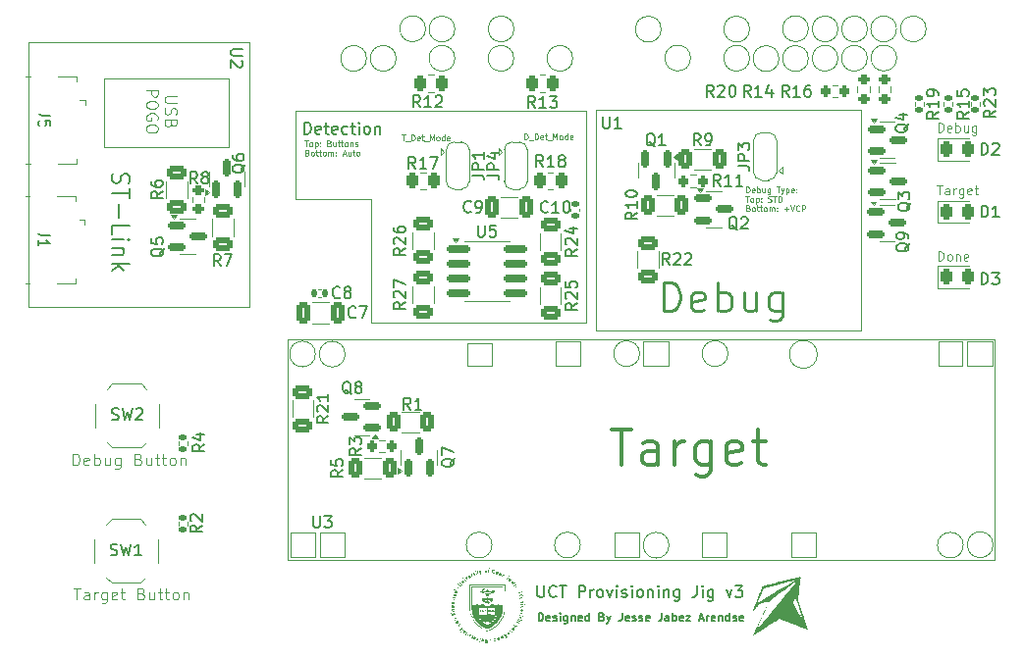
<source format=gbr>
%TF.GenerationSoftware,KiCad,Pcbnew,8.0.3*%
%TF.CreationDate,2024-11-13T23:51:51+02:00*%
%TF.ProjectId,ProvisioningJig_v3,50726f76-6973-4696-9f6e-696e674a6967,rev?*%
%TF.SameCoordinates,Original*%
%TF.FileFunction,Legend,Top*%
%TF.FilePolarity,Positive*%
%FSLAX46Y46*%
G04 Gerber Fmt 4.6, Leading zero omitted, Abs format (unit mm)*
G04 Created by KiCad (PCBNEW 8.0.3) date 2024-11-13 23:51:51*
%MOMM*%
%LPD*%
G01*
G04 APERTURE LIST*
G04 Aperture macros list*
%AMRoundRect*
0 Rectangle with rounded corners*
0 $1 Rounding radius*
0 $2 $3 $4 $5 $6 $7 $8 $9 X,Y pos of 4 corners*
0 Add a 4 corners polygon primitive as box body*
4,1,4,$2,$3,$4,$5,$6,$7,$8,$9,$2,$3,0*
0 Add four circle primitives for the rounded corners*
1,1,$1+$1,$2,$3*
1,1,$1+$1,$4,$5*
1,1,$1+$1,$6,$7*
1,1,$1+$1,$8,$9*
0 Add four rect primitives between the rounded corners*
20,1,$1+$1,$2,$3,$4,$5,0*
20,1,$1+$1,$4,$5,$6,$7,0*
20,1,$1+$1,$6,$7,$8,$9,0*
20,1,$1+$1,$8,$9,$2,$3,0*%
%AMFreePoly0*
4,1,19,0.550000,-0.750000,0.000000,-0.750000,0.000000,-0.744911,-0.071157,-0.744911,-0.207708,-0.704816,-0.327430,-0.627875,-0.420627,-0.520320,-0.479746,-0.390866,-0.500000,-0.250000,-0.500000,0.250000,-0.479746,0.390866,-0.420627,0.520320,-0.327430,0.627875,-0.207708,0.704816,-0.071157,0.744911,0.000000,0.744911,0.000000,0.750000,0.550000,0.750000,0.550000,-0.750000,0.550000,-0.750000,
$1*%
%AMFreePoly1*
4,1,19,0.000000,0.744911,0.071157,0.744911,0.207708,0.704816,0.327430,0.627875,0.420627,0.520320,0.479746,0.390866,0.500000,0.250000,0.500000,-0.250000,0.479746,-0.390866,0.420627,-0.520320,0.327430,-0.627875,0.207708,-0.704816,0.071157,-0.744911,0.000000,-0.744911,0.000000,-0.750000,-0.550000,-0.750000,-0.550000,0.750000,0.000000,0.750000,0.000000,0.744911,0.000000,0.744911,
$1*%
G04 Aperture macros list end*
%ADD10C,0.100000*%
%ADD11C,0.050000*%
%ADD12C,0.150000*%
%ADD13C,0.080000*%
%ADD14C,0.250000*%
%ADD15C,0.300000*%
%ADD16C,0.200000*%
%ADD17C,0.120000*%
%ADD18C,0.000000*%
%ADD19FreePoly0,270.000000*%
%ADD20R,1.500000X1.000000*%
%ADD21FreePoly1,270.000000*%
%ADD22RoundRect,0.200000X-0.275000X0.200000X-0.275000X-0.200000X0.275000X-0.200000X0.275000X0.200000X0*%
%ADD23RoundRect,0.250000X0.262500X0.450000X-0.262500X0.450000X-0.262500X-0.450000X0.262500X-0.450000X0*%
%ADD24RoundRect,0.250000X-0.312500X-0.625000X0.312500X-0.625000X0.312500X0.625000X-0.312500X0.625000X0*%
%ADD25RoundRect,0.135000X0.185000X-0.135000X0.185000X0.135000X-0.185000X0.135000X-0.185000X-0.135000X0*%
%ADD26R,1.350000X0.400000*%
%ADD27O,1.900000X1.070000*%
%ADD28O,1.300000X1.300000*%
%ADD29R,1.400000X0.600000*%
%ADD30RoundRect,0.150000X-0.825000X-0.150000X0.825000X-0.150000X0.825000X0.150000X-0.825000X0.150000X0*%
%ADD31RoundRect,0.250000X0.325000X0.650000X-0.325000X0.650000X-0.325000X-0.650000X0.325000X-0.650000X0*%
%ADD32R,1.700000X1.000000*%
%ADD33RoundRect,0.250000X0.625000X-0.312500X0.625000X0.312500X-0.625000X0.312500X-0.625000X-0.312500X0*%
%ADD34RoundRect,0.150000X0.150000X-0.587500X0.150000X0.587500X-0.150000X0.587500X-0.150000X-0.587500X0*%
%ADD35RoundRect,0.200000X-0.200000X-0.275000X0.200000X-0.275000X0.200000X0.275000X-0.200000X0.275000X0*%
%ADD36RoundRect,0.150000X-0.587500X-0.150000X0.587500X-0.150000X0.587500X0.150000X-0.587500X0.150000X0*%
%ADD37RoundRect,0.200000X0.200000X0.275000X-0.200000X0.275000X-0.200000X-0.275000X0.200000X-0.275000X0*%
%ADD38RoundRect,0.250000X0.312500X0.625000X-0.312500X0.625000X-0.312500X-0.625000X0.312500X-0.625000X0*%
%ADD39RoundRect,0.243750X-0.243750X-0.456250X0.243750X-0.456250X0.243750X0.456250X-0.243750X0.456250X0*%
%ADD40RoundRect,0.250000X-0.262500X-0.450000X0.262500X-0.450000X0.262500X0.450000X-0.262500X0.450000X0*%
%ADD41RoundRect,0.250000X-0.625000X0.312500X-0.625000X-0.312500X0.625000X-0.312500X0.625000X0.312500X0*%
%ADD42RoundRect,0.200000X0.275000X-0.200000X0.275000X0.200000X-0.275000X0.200000X-0.275000X-0.200000X0*%
%ADD43RoundRect,0.150000X0.587500X0.150000X-0.587500X0.150000X-0.587500X-0.150000X0.587500X-0.150000X0*%
%ADD44RoundRect,0.140000X-0.140000X-0.170000X0.140000X-0.170000X0.140000X0.170000X-0.140000X0.170000X0*%
%ADD45RoundRect,0.150000X-0.150000X0.587500X-0.150000X-0.587500X0.150000X-0.587500X0.150000X0.587500X0*%
%ADD46RoundRect,0.250000X-0.325000X-0.650000X0.325000X-0.650000X0.325000X0.650000X-0.325000X0.650000X0*%
%ADD47C,1.524000*%
%ADD48RoundRect,0.140000X0.170000X-0.140000X0.170000X0.140000X-0.170000X0.140000X-0.170000X-0.140000X0*%
%ADD49C,1.200000*%
%ADD50RoundRect,0.135000X-0.185000X0.135000X-0.185000X-0.135000X0.185000X-0.135000X0.185000X0.135000X0*%
%ADD51FreePoly0,90.000000*%
%ADD52FreePoly1,90.000000*%
%ADD53C,1.600000*%
%ADD54C,1.728000*%
%ADD55C,6.404000*%
G04 APERTURE END LIST*
D10*
X111810800Y-74066400D02*
X122580400Y-74066400D01*
X122580400Y-80010000D01*
X111810800Y-80010000D01*
X111810800Y-74066400D01*
X183800000Y-96800000D02*
X185800000Y-96800000D01*
X185800000Y-98900000D01*
X183800000Y-98900000D01*
X183800000Y-96800000D01*
X165598274Y-97832150D02*
G75*
G02*
X163376806Y-97832150I-1110734J0D01*
G01*
X163376806Y-97832150D02*
G75*
G02*
X165598274Y-97832150I1110734J0D01*
G01*
X136980064Y-72341902D02*
G75*
G02*
X134758596Y-72341902I-1110734J0D01*
G01*
X134758596Y-72341902D02*
G75*
G02*
X136980064Y-72341902I1110734J0D01*
G01*
X143100000Y-96900000D02*
X145200000Y-96900000D01*
X145200000Y-98900000D01*
X143100000Y-98900000D01*
X143100000Y-96900000D01*
X172535116Y-72350574D02*
G75*
G02*
X170313648Y-72350574I-1110734J0D01*
G01*
X170313648Y-72350574D02*
G75*
G02*
X172535116Y-72350574I1110734J0D01*
G01*
X139520949Y-69792344D02*
G75*
G02*
X137299481Y-69792344I-1110734J0D01*
G01*
X137299481Y-69792344D02*
G75*
G02*
X139520949Y-69792344I1110734J0D01*
G01*
X182689986Y-69801016D02*
G75*
G02*
X180468518Y-69801016I-1110734J0D01*
G01*
X180468518Y-69801016D02*
G75*
G02*
X182689986Y-69801016I1110734J0D01*
G01*
X157976832Y-97832150D02*
G75*
G02*
X155755364Y-97832150I-1110734J0D01*
G01*
X155755364Y-97832150D02*
G75*
G02*
X157976832Y-97832150I1110734J0D01*
G01*
X147143606Y-69801016D02*
G75*
G02*
X144922138Y-69801016I-1110734J0D01*
G01*
X144922138Y-69801016D02*
G75*
G02*
X147143606Y-69801016I1110734J0D01*
G01*
X130021364Y-97864182D02*
G75*
G02*
X127799896Y-97864182I-1110734J0D01*
G01*
X127799896Y-97864182D02*
G75*
G02*
X130021364Y-97864182I1110734J0D01*
G01*
X177625559Y-69801016D02*
G75*
G02*
X175404091Y-69801016I-1110734J0D01*
G01*
X175404091Y-69801016D02*
G75*
G02*
X177625559Y-69801016I1110734J0D01*
G01*
X160522111Y-114375574D02*
G75*
G02*
X158300643Y-114375574I-1110734J0D01*
G01*
X158300643Y-114375574D02*
G75*
G02*
X160522111Y-114375574I1110734J0D01*
G01*
X134431597Y-72345036D02*
G75*
G02*
X132210129Y-72345036I-1110734J0D01*
G01*
X132210129Y-72345036D02*
G75*
G02*
X134431597Y-72345036I1110734J0D01*
G01*
X130400000Y-113300000D02*
X132500000Y-113300000D01*
X132500000Y-115400000D01*
X130400000Y-115400000D01*
X130400000Y-113300000D01*
X152866694Y-114356102D02*
G75*
G02*
X150645226Y-114356102I-1110734J0D01*
G01*
X150645226Y-114356102D02*
G75*
G02*
X152866694Y-114356102I1110734J0D01*
G01*
X175084673Y-72333230D02*
G75*
G02*
X172863205Y-72333230I-1110734J0D01*
G01*
X172863205Y-72333230D02*
G75*
G02*
X175084673Y-72333230I1110734J0D01*
G01*
X153400000Y-95200000D02*
X134800000Y-95200000D01*
X134800000Y-84500000D01*
X128300000Y-84500000D01*
X128300000Y-76900000D01*
X153400000Y-76900000D01*
X153400000Y-95200000D01*
X167462017Y-72333230D02*
G75*
G02*
X165240549Y-72333230I-1110734J0D01*
G01*
X165240549Y-72333230D02*
G75*
G02*
X167462017Y-72333230I1110734J0D01*
G01*
X162380246Y-72315886D02*
G75*
G02*
X160158778Y-72315886I-1110734J0D01*
G01*
X160158778Y-72315886D02*
G75*
G02*
X162380246Y-72315886I1110734J0D01*
G01*
X150750000Y-96800000D02*
X152850000Y-96800000D01*
X152850000Y-98900000D01*
X150750000Y-98900000D01*
X150750000Y-96800000D01*
X169994230Y-72359246D02*
G75*
G02*
X167772762Y-72359246I-1110734J0D01*
G01*
X167772762Y-72359246D02*
G75*
G02*
X169994230Y-72359246I1110734J0D01*
G01*
X147134934Y-72341902D02*
G75*
G02*
X144913466Y-72341902I-1110734J0D01*
G01*
X144913466Y-72341902D02*
G75*
G02*
X147134934Y-72341902I1110734J0D01*
G01*
X145250747Y-114359301D02*
G75*
G02*
X143029279Y-114359301I-1110734J0D01*
G01*
X143029279Y-114359301D02*
G75*
G02*
X145250747Y-114359301I1110734J0D01*
G01*
X163400000Y-113300000D02*
X165500000Y-113300000D01*
X165500000Y-115400000D01*
X163400000Y-115400000D01*
X163400000Y-113300000D01*
X171100000Y-113300000D02*
X173200000Y-113300000D01*
X173200000Y-115400000D01*
X171100000Y-115400000D01*
X171100000Y-113300000D01*
X142044491Y-72333230D02*
G75*
G02*
X139823023Y-72333230I-1110734J0D01*
G01*
X139823023Y-72333230D02*
G75*
G02*
X142044491Y-72333230I1110734J0D01*
G01*
X172535116Y-69783672D02*
G75*
G02*
X170313648Y-69783672I-1110734J0D01*
G01*
X170313648Y-69783672D02*
G75*
G02*
X172535116Y-69783672I1110734J0D01*
G01*
X173304159Y-97900000D02*
G75*
G02*
X170895841Y-97900000I-1204159J0D01*
G01*
X170895841Y-97900000D02*
G75*
G02*
X173304159Y-97900000I1204159J0D01*
G01*
X159839361Y-69818360D02*
G75*
G02*
X157617893Y-69818360I-1110734J0D01*
G01*
X157617893Y-69818360D02*
G75*
G02*
X159839361Y-69818360I1110734J0D01*
G01*
X155800000Y-113300000D02*
X157900000Y-113300000D01*
X157900000Y-115400000D01*
X155800000Y-115400000D01*
X155800000Y-113300000D01*
X180140428Y-69801016D02*
G75*
G02*
X177918960Y-69801016I-1110734J0D01*
G01*
X177918960Y-69801016D02*
G75*
G02*
X180140428Y-69801016I1110734J0D01*
G01*
X175084673Y-69801016D02*
G75*
G02*
X172863205Y-69801016I-1110734J0D01*
G01*
X172863205Y-69801016D02*
G75*
G02*
X175084673Y-69801016I1110734J0D01*
G01*
X180157772Y-72315886D02*
G75*
G02*
X177936304Y-72315886I-1110734J0D01*
G01*
X177936304Y-72315886D02*
G75*
G02*
X180157772Y-72315886I1110734J0D01*
G01*
X152216704Y-72341902D02*
G75*
G02*
X149995236Y-72341902I-1110734J0D01*
G01*
X149995236Y-72341902D02*
G75*
G02*
X152216704Y-72341902I1110734J0D01*
G01*
X132583672Y-97875829D02*
G75*
G02*
X130362204Y-97875829I-1110734J0D01*
G01*
X130362204Y-97875829D02*
G75*
G02*
X132583672Y-97875829I1110734J0D01*
G01*
X167462017Y-69809688D02*
G75*
G02*
X165240549Y-69809688I-1110734J0D01*
G01*
X165240549Y-69809688D02*
G75*
G02*
X167462017Y-69809688I1110734J0D01*
G01*
X142044491Y-69809688D02*
G75*
G02*
X139823023Y-69809688I-1110734J0D01*
G01*
X139823023Y-69809688D02*
G75*
G02*
X142044491Y-69809688I1110734J0D01*
G01*
X185889380Y-114371464D02*
G75*
G02*
X183667912Y-114371464I-1110734J0D01*
G01*
X183667912Y-114371464D02*
G75*
G02*
X185889380Y-114371464I1110734J0D01*
G01*
X177616887Y-72333230D02*
G75*
G02*
X175395419Y-72333230I-1110734J0D01*
G01*
X175395419Y-72333230D02*
G75*
G02*
X177616887Y-72333230I1110734J0D01*
G01*
X186200000Y-96800000D02*
X188400000Y-96800000D01*
X188400000Y-98900000D01*
X186200000Y-98900000D01*
X186200000Y-96800000D01*
X127900000Y-113300000D02*
X130000000Y-113300000D01*
X130000000Y-115400000D01*
X127900000Y-115400000D01*
X127900000Y-113300000D01*
X158300000Y-96800000D02*
X160500000Y-96800000D01*
X160500000Y-98900000D01*
X158300000Y-98900000D01*
X158300000Y-96800000D01*
X188462598Y-114332178D02*
G75*
G02*
X186241130Y-114332178I-1110734J0D01*
G01*
X186241130Y-114332178D02*
G75*
G02*
X188462598Y-114332178I1110734J0D01*
G01*
X109103884Y-107472419D02*
X109103884Y-106472419D01*
X109103884Y-106472419D02*
X109341979Y-106472419D01*
X109341979Y-106472419D02*
X109484836Y-106520038D01*
X109484836Y-106520038D02*
X109580074Y-106615276D01*
X109580074Y-106615276D02*
X109627693Y-106710514D01*
X109627693Y-106710514D02*
X109675312Y-106900990D01*
X109675312Y-106900990D02*
X109675312Y-107043847D01*
X109675312Y-107043847D02*
X109627693Y-107234323D01*
X109627693Y-107234323D02*
X109580074Y-107329561D01*
X109580074Y-107329561D02*
X109484836Y-107424800D01*
X109484836Y-107424800D02*
X109341979Y-107472419D01*
X109341979Y-107472419D02*
X109103884Y-107472419D01*
X110484836Y-107424800D02*
X110389598Y-107472419D01*
X110389598Y-107472419D02*
X110199122Y-107472419D01*
X110199122Y-107472419D02*
X110103884Y-107424800D01*
X110103884Y-107424800D02*
X110056265Y-107329561D01*
X110056265Y-107329561D02*
X110056265Y-106948609D01*
X110056265Y-106948609D02*
X110103884Y-106853371D01*
X110103884Y-106853371D02*
X110199122Y-106805752D01*
X110199122Y-106805752D02*
X110389598Y-106805752D01*
X110389598Y-106805752D02*
X110484836Y-106853371D01*
X110484836Y-106853371D02*
X110532455Y-106948609D01*
X110532455Y-106948609D02*
X110532455Y-107043847D01*
X110532455Y-107043847D02*
X110056265Y-107139085D01*
X110961027Y-107472419D02*
X110961027Y-106472419D01*
X110961027Y-106853371D02*
X111056265Y-106805752D01*
X111056265Y-106805752D02*
X111246741Y-106805752D01*
X111246741Y-106805752D02*
X111341979Y-106853371D01*
X111341979Y-106853371D02*
X111389598Y-106900990D01*
X111389598Y-106900990D02*
X111437217Y-106996228D01*
X111437217Y-106996228D02*
X111437217Y-107281942D01*
X111437217Y-107281942D02*
X111389598Y-107377180D01*
X111389598Y-107377180D02*
X111341979Y-107424800D01*
X111341979Y-107424800D02*
X111246741Y-107472419D01*
X111246741Y-107472419D02*
X111056265Y-107472419D01*
X111056265Y-107472419D02*
X110961027Y-107424800D01*
X112294360Y-106805752D02*
X112294360Y-107472419D01*
X111865789Y-106805752D02*
X111865789Y-107329561D01*
X111865789Y-107329561D02*
X111913408Y-107424800D01*
X111913408Y-107424800D02*
X112008646Y-107472419D01*
X112008646Y-107472419D02*
X112151503Y-107472419D01*
X112151503Y-107472419D02*
X112246741Y-107424800D01*
X112246741Y-107424800D02*
X112294360Y-107377180D01*
X113199122Y-106805752D02*
X113199122Y-107615276D01*
X113199122Y-107615276D02*
X113151503Y-107710514D01*
X113151503Y-107710514D02*
X113103884Y-107758133D01*
X113103884Y-107758133D02*
X113008646Y-107805752D01*
X113008646Y-107805752D02*
X112865789Y-107805752D01*
X112865789Y-107805752D02*
X112770551Y-107758133D01*
X113199122Y-107424800D02*
X113103884Y-107472419D01*
X113103884Y-107472419D02*
X112913408Y-107472419D01*
X112913408Y-107472419D02*
X112818170Y-107424800D01*
X112818170Y-107424800D02*
X112770551Y-107377180D01*
X112770551Y-107377180D02*
X112722932Y-107281942D01*
X112722932Y-107281942D02*
X112722932Y-106996228D01*
X112722932Y-106996228D02*
X112770551Y-106900990D01*
X112770551Y-106900990D02*
X112818170Y-106853371D01*
X112818170Y-106853371D02*
X112913408Y-106805752D01*
X112913408Y-106805752D02*
X113103884Y-106805752D01*
X113103884Y-106805752D02*
X113199122Y-106853371D01*
X114770551Y-106948609D02*
X114913408Y-106996228D01*
X114913408Y-106996228D02*
X114961027Y-107043847D01*
X114961027Y-107043847D02*
X115008646Y-107139085D01*
X115008646Y-107139085D02*
X115008646Y-107281942D01*
X115008646Y-107281942D02*
X114961027Y-107377180D01*
X114961027Y-107377180D02*
X114913408Y-107424800D01*
X114913408Y-107424800D02*
X114818170Y-107472419D01*
X114818170Y-107472419D02*
X114437218Y-107472419D01*
X114437218Y-107472419D02*
X114437218Y-106472419D01*
X114437218Y-106472419D02*
X114770551Y-106472419D01*
X114770551Y-106472419D02*
X114865789Y-106520038D01*
X114865789Y-106520038D02*
X114913408Y-106567657D01*
X114913408Y-106567657D02*
X114961027Y-106662895D01*
X114961027Y-106662895D02*
X114961027Y-106758133D01*
X114961027Y-106758133D02*
X114913408Y-106853371D01*
X114913408Y-106853371D02*
X114865789Y-106900990D01*
X114865789Y-106900990D02*
X114770551Y-106948609D01*
X114770551Y-106948609D02*
X114437218Y-106948609D01*
X115865789Y-106805752D02*
X115865789Y-107472419D01*
X115437218Y-106805752D02*
X115437218Y-107329561D01*
X115437218Y-107329561D02*
X115484837Y-107424800D01*
X115484837Y-107424800D02*
X115580075Y-107472419D01*
X115580075Y-107472419D02*
X115722932Y-107472419D01*
X115722932Y-107472419D02*
X115818170Y-107424800D01*
X115818170Y-107424800D02*
X115865789Y-107377180D01*
X116199123Y-106805752D02*
X116580075Y-106805752D01*
X116341980Y-106472419D02*
X116341980Y-107329561D01*
X116341980Y-107329561D02*
X116389599Y-107424800D01*
X116389599Y-107424800D02*
X116484837Y-107472419D01*
X116484837Y-107472419D02*
X116580075Y-107472419D01*
X116770552Y-106805752D02*
X117151504Y-106805752D01*
X116913409Y-106472419D02*
X116913409Y-107329561D01*
X116913409Y-107329561D02*
X116961028Y-107424800D01*
X116961028Y-107424800D02*
X117056266Y-107472419D01*
X117056266Y-107472419D02*
X117151504Y-107472419D01*
X117627695Y-107472419D02*
X117532457Y-107424800D01*
X117532457Y-107424800D02*
X117484838Y-107377180D01*
X117484838Y-107377180D02*
X117437219Y-107281942D01*
X117437219Y-107281942D02*
X117437219Y-106996228D01*
X117437219Y-106996228D02*
X117484838Y-106900990D01*
X117484838Y-106900990D02*
X117532457Y-106853371D01*
X117532457Y-106853371D02*
X117627695Y-106805752D01*
X117627695Y-106805752D02*
X117770552Y-106805752D01*
X117770552Y-106805752D02*
X117865790Y-106853371D01*
X117865790Y-106853371D02*
X117913409Y-106900990D01*
X117913409Y-106900990D02*
X117961028Y-106996228D01*
X117961028Y-106996228D02*
X117961028Y-107281942D01*
X117961028Y-107281942D02*
X117913409Y-107377180D01*
X117913409Y-107377180D02*
X117865790Y-107424800D01*
X117865790Y-107424800D02*
X117770552Y-107472419D01*
X117770552Y-107472419D02*
X117627695Y-107472419D01*
X118389600Y-106805752D02*
X118389600Y-107472419D01*
X118389600Y-106900990D02*
X118437219Y-106853371D01*
X118437219Y-106853371D02*
X118532457Y-106805752D01*
X118532457Y-106805752D02*
X118675314Y-106805752D01*
X118675314Y-106805752D02*
X118770552Y-106853371D01*
X118770552Y-106853371D02*
X118818171Y-106948609D01*
X118818171Y-106948609D02*
X118818171Y-107472419D01*
D11*
X148051941Y-79336209D02*
X148051941Y-78836209D01*
X148051941Y-78836209D02*
X148170989Y-78836209D01*
X148170989Y-78836209D02*
X148242417Y-78860019D01*
X148242417Y-78860019D02*
X148290036Y-78907638D01*
X148290036Y-78907638D02*
X148313846Y-78955257D01*
X148313846Y-78955257D02*
X148337655Y-79050495D01*
X148337655Y-79050495D02*
X148337655Y-79121923D01*
X148337655Y-79121923D02*
X148313846Y-79217161D01*
X148313846Y-79217161D02*
X148290036Y-79264780D01*
X148290036Y-79264780D02*
X148242417Y-79312400D01*
X148242417Y-79312400D02*
X148170989Y-79336209D01*
X148170989Y-79336209D02*
X148051941Y-79336209D01*
X148432894Y-79383828D02*
X148813846Y-79383828D01*
X148932893Y-79336209D02*
X148932893Y-78836209D01*
X148932893Y-78836209D02*
X149051941Y-78836209D01*
X149051941Y-78836209D02*
X149123369Y-78860019D01*
X149123369Y-78860019D02*
X149170988Y-78907638D01*
X149170988Y-78907638D02*
X149194798Y-78955257D01*
X149194798Y-78955257D02*
X149218607Y-79050495D01*
X149218607Y-79050495D02*
X149218607Y-79121923D01*
X149218607Y-79121923D02*
X149194798Y-79217161D01*
X149194798Y-79217161D02*
X149170988Y-79264780D01*
X149170988Y-79264780D02*
X149123369Y-79312400D01*
X149123369Y-79312400D02*
X149051941Y-79336209D01*
X149051941Y-79336209D02*
X148932893Y-79336209D01*
X149623369Y-79312400D02*
X149575750Y-79336209D01*
X149575750Y-79336209D02*
X149480512Y-79336209D01*
X149480512Y-79336209D02*
X149432893Y-79312400D01*
X149432893Y-79312400D02*
X149409084Y-79264780D01*
X149409084Y-79264780D02*
X149409084Y-79074304D01*
X149409084Y-79074304D02*
X149432893Y-79026685D01*
X149432893Y-79026685D02*
X149480512Y-79002876D01*
X149480512Y-79002876D02*
X149575750Y-79002876D01*
X149575750Y-79002876D02*
X149623369Y-79026685D01*
X149623369Y-79026685D02*
X149647179Y-79074304D01*
X149647179Y-79074304D02*
X149647179Y-79121923D01*
X149647179Y-79121923D02*
X149409084Y-79169542D01*
X149790036Y-79002876D02*
X149980512Y-79002876D01*
X149861464Y-78836209D02*
X149861464Y-79264780D01*
X149861464Y-79264780D02*
X149885274Y-79312400D01*
X149885274Y-79312400D02*
X149932893Y-79336209D01*
X149932893Y-79336209D02*
X149980512Y-79336209D01*
X150028131Y-79383828D02*
X150409083Y-79383828D01*
X150528130Y-79336209D02*
X150528130Y-78836209D01*
X150528130Y-78836209D02*
X150694797Y-79193352D01*
X150694797Y-79193352D02*
X150861463Y-78836209D01*
X150861463Y-78836209D02*
X150861463Y-79336209D01*
X151170988Y-79336209D02*
X151123369Y-79312400D01*
X151123369Y-79312400D02*
X151099559Y-79288590D01*
X151099559Y-79288590D02*
X151075750Y-79240971D01*
X151075750Y-79240971D02*
X151075750Y-79098114D01*
X151075750Y-79098114D02*
X151099559Y-79050495D01*
X151099559Y-79050495D02*
X151123369Y-79026685D01*
X151123369Y-79026685D02*
X151170988Y-79002876D01*
X151170988Y-79002876D02*
X151242416Y-79002876D01*
X151242416Y-79002876D02*
X151290035Y-79026685D01*
X151290035Y-79026685D02*
X151313845Y-79050495D01*
X151313845Y-79050495D02*
X151337654Y-79098114D01*
X151337654Y-79098114D02*
X151337654Y-79240971D01*
X151337654Y-79240971D02*
X151313845Y-79288590D01*
X151313845Y-79288590D02*
X151290035Y-79312400D01*
X151290035Y-79312400D02*
X151242416Y-79336209D01*
X151242416Y-79336209D02*
X151170988Y-79336209D01*
X151766226Y-79336209D02*
X151766226Y-78836209D01*
X151766226Y-79312400D02*
X151718607Y-79336209D01*
X151718607Y-79336209D02*
X151623369Y-79336209D01*
X151623369Y-79336209D02*
X151575750Y-79312400D01*
X151575750Y-79312400D02*
X151551940Y-79288590D01*
X151551940Y-79288590D02*
X151528131Y-79240971D01*
X151528131Y-79240971D02*
X151528131Y-79098114D01*
X151528131Y-79098114D02*
X151551940Y-79050495D01*
X151551940Y-79050495D02*
X151575750Y-79026685D01*
X151575750Y-79026685D02*
X151623369Y-79002876D01*
X151623369Y-79002876D02*
X151718607Y-79002876D01*
X151718607Y-79002876D02*
X151766226Y-79026685D01*
X152194797Y-79312400D02*
X152147178Y-79336209D01*
X152147178Y-79336209D02*
X152051940Y-79336209D01*
X152051940Y-79336209D02*
X152004321Y-79312400D01*
X152004321Y-79312400D02*
X151980512Y-79264780D01*
X151980512Y-79264780D02*
X151980512Y-79074304D01*
X151980512Y-79074304D02*
X152004321Y-79026685D01*
X152004321Y-79026685D02*
X152051940Y-79002876D01*
X152051940Y-79002876D02*
X152147178Y-79002876D01*
X152147178Y-79002876D02*
X152194797Y-79026685D01*
X152194797Y-79026685D02*
X152218607Y-79074304D01*
X152218607Y-79074304D02*
X152218607Y-79121923D01*
X152218607Y-79121923D02*
X151980512Y-79169542D01*
X137480513Y-78936209D02*
X137766227Y-78936209D01*
X137623370Y-79436209D02*
X137623370Y-78936209D01*
X137813846Y-79483828D02*
X138194798Y-79483828D01*
X138313845Y-79436209D02*
X138313845Y-78936209D01*
X138313845Y-78936209D02*
X138432893Y-78936209D01*
X138432893Y-78936209D02*
X138504321Y-78960019D01*
X138504321Y-78960019D02*
X138551940Y-79007638D01*
X138551940Y-79007638D02*
X138575750Y-79055257D01*
X138575750Y-79055257D02*
X138599559Y-79150495D01*
X138599559Y-79150495D02*
X138599559Y-79221923D01*
X138599559Y-79221923D02*
X138575750Y-79317161D01*
X138575750Y-79317161D02*
X138551940Y-79364780D01*
X138551940Y-79364780D02*
X138504321Y-79412400D01*
X138504321Y-79412400D02*
X138432893Y-79436209D01*
X138432893Y-79436209D02*
X138313845Y-79436209D01*
X139004321Y-79412400D02*
X138956702Y-79436209D01*
X138956702Y-79436209D02*
X138861464Y-79436209D01*
X138861464Y-79436209D02*
X138813845Y-79412400D01*
X138813845Y-79412400D02*
X138790036Y-79364780D01*
X138790036Y-79364780D02*
X138790036Y-79174304D01*
X138790036Y-79174304D02*
X138813845Y-79126685D01*
X138813845Y-79126685D02*
X138861464Y-79102876D01*
X138861464Y-79102876D02*
X138956702Y-79102876D01*
X138956702Y-79102876D02*
X139004321Y-79126685D01*
X139004321Y-79126685D02*
X139028131Y-79174304D01*
X139028131Y-79174304D02*
X139028131Y-79221923D01*
X139028131Y-79221923D02*
X138790036Y-79269542D01*
X139170988Y-79102876D02*
X139361464Y-79102876D01*
X139242416Y-78936209D02*
X139242416Y-79364780D01*
X139242416Y-79364780D02*
X139266226Y-79412400D01*
X139266226Y-79412400D02*
X139313845Y-79436209D01*
X139313845Y-79436209D02*
X139361464Y-79436209D01*
X139409083Y-79483828D02*
X139790035Y-79483828D01*
X139909082Y-79436209D02*
X139909082Y-78936209D01*
X139909082Y-78936209D02*
X140075749Y-79293352D01*
X140075749Y-79293352D02*
X140242415Y-78936209D01*
X140242415Y-78936209D02*
X140242415Y-79436209D01*
X140551940Y-79436209D02*
X140504321Y-79412400D01*
X140504321Y-79412400D02*
X140480511Y-79388590D01*
X140480511Y-79388590D02*
X140456702Y-79340971D01*
X140456702Y-79340971D02*
X140456702Y-79198114D01*
X140456702Y-79198114D02*
X140480511Y-79150495D01*
X140480511Y-79150495D02*
X140504321Y-79126685D01*
X140504321Y-79126685D02*
X140551940Y-79102876D01*
X140551940Y-79102876D02*
X140623368Y-79102876D01*
X140623368Y-79102876D02*
X140670987Y-79126685D01*
X140670987Y-79126685D02*
X140694797Y-79150495D01*
X140694797Y-79150495D02*
X140718606Y-79198114D01*
X140718606Y-79198114D02*
X140718606Y-79340971D01*
X140718606Y-79340971D02*
X140694797Y-79388590D01*
X140694797Y-79388590D02*
X140670987Y-79412400D01*
X140670987Y-79412400D02*
X140623368Y-79436209D01*
X140623368Y-79436209D02*
X140551940Y-79436209D01*
X141147178Y-79436209D02*
X141147178Y-78936209D01*
X141147178Y-79412400D02*
X141099559Y-79436209D01*
X141099559Y-79436209D02*
X141004321Y-79436209D01*
X141004321Y-79436209D02*
X140956702Y-79412400D01*
X140956702Y-79412400D02*
X140932892Y-79388590D01*
X140932892Y-79388590D02*
X140909083Y-79340971D01*
X140909083Y-79340971D02*
X140909083Y-79198114D01*
X140909083Y-79198114D02*
X140932892Y-79150495D01*
X140932892Y-79150495D02*
X140956702Y-79126685D01*
X140956702Y-79126685D02*
X141004321Y-79102876D01*
X141004321Y-79102876D02*
X141099559Y-79102876D01*
X141099559Y-79102876D02*
X141147178Y-79126685D01*
X141575749Y-79412400D02*
X141528130Y-79436209D01*
X141528130Y-79436209D02*
X141432892Y-79436209D01*
X141432892Y-79436209D02*
X141385273Y-79412400D01*
X141385273Y-79412400D02*
X141361464Y-79364780D01*
X141361464Y-79364780D02*
X141361464Y-79174304D01*
X141361464Y-79174304D02*
X141385273Y-79126685D01*
X141385273Y-79126685D02*
X141432892Y-79102876D01*
X141432892Y-79102876D02*
X141528130Y-79102876D01*
X141528130Y-79102876D02*
X141575749Y-79126685D01*
X141575749Y-79126685D02*
X141599559Y-79174304D01*
X141599559Y-79174304D02*
X141599559Y-79221923D01*
X141599559Y-79221923D02*
X141361464Y-79269542D01*
D12*
X112562800Y-82284398D02*
X112491371Y-82498684D01*
X112491371Y-82498684D02*
X112491371Y-82855826D01*
X112491371Y-82855826D02*
X112562800Y-82998684D01*
X112562800Y-82998684D02*
X112634228Y-83070112D01*
X112634228Y-83070112D02*
X112777085Y-83141541D01*
X112777085Y-83141541D02*
X112919942Y-83141541D01*
X112919942Y-83141541D02*
X113062800Y-83070112D01*
X113062800Y-83070112D02*
X113134228Y-82998684D01*
X113134228Y-82998684D02*
X113205657Y-82855826D01*
X113205657Y-82855826D02*
X113277085Y-82570112D01*
X113277085Y-82570112D02*
X113348514Y-82427255D01*
X113348514Y-82427255D02*
X113419942Y-82355826D01*
X113419942Y-82355826D02*
X113562800Y-82284398D01*
X113562800Y-82284398D02*
X113705657Y-82284398D01*
X113705657Y-82284398D02*
X113848514Y-82355826D01*
X113848514Y-82355826D02*
X113919942Y-82427255D01*
X113919942Y-82427255D02*
X113991371Y-82570112D01*
X113991371Y-82570112D02*
X113991371Y-82927255D01*
X113991371Y-82927255D02*
X113919942Y-83141541D01*
X113991371Y-83570112D02*
X113991371Y-84427255D01*
X112491371Y-83998683D02*
X113991371Y-83998683D01*
X113062800Y-84927254D02*
X113062800Y-86070112D01*
X112491371Y-87498683D02*
X112491371Y-86784397D01*
X112491371Y-86784397D02*
X113991371Y-86784397D01*
X112491371Y-87998683D02*
X113491371Y-87998683D01*
X113991371Y-87998683D02*
X113919942Y-87927255D01*
X113919942Y-87927255D02*
X113848514Y-87998683D01*
X113848514Y-87998683D02*
X113919942Y-88070112D01*
X113919942Y-88070112D02*
X113991371Y-87998683D01*
X113991371Y-87998683D02*
X113848514Y-87998683D01*
X113491371Y-88712969D02*
X112491371Y-88712969D01*
X113348514Y-88712969D02*
X113419942Y-88784398D01*
X113419942Y-88784398D02*
X113491371Y-88927255D01*
X113491371Y-88927255D02*
X113491371Y-89141541D01*
X113491371Y-89141541D02*
X113419942Y-89284398D01*
X113419942Y-89284398D02*
X113277085Y-89355827D01*
X113277085Y-89355827D02*
X112491371Y-89355827D01*
X112491371Y-90070112D02*
X113991371Y-90070112D01*
X113062800Y-90212970D02*
X112491371Y-90641541D01*
X113491371Y-90641541D02*
X112919942Y-90070112D01*
D13*
X183743107Y-89797935D02*
X183743107Y-88997935D01*
X183743107Y-88997935D02*
X183933583Y-88997935D01*
X183933583Y-88997935D02*
X184047869Y-89036030D01*
X184047869Y-89036030D02*
X184124059Y-89112220D01*
X184124059Y-89112220D02*
X184162154Y-89188411D01*
X184162154Y-89188411D02*
X184200250Y-89340792D01*
X184200250Y-89340792D02*
X184200250Y-89455078D01*
X184200250Y-89455078D02*
X184162154Y-89607459D01*
X184162154Y-89607459D02*
X184124059Y-89683649D01*
X184124059Y-89683649D02*
X184047869Y-89759840D01*
X184047869Y-89759840D02*
X183933583Y-89797935D01*
X183933583Y-89797935D02*
X183743107Y-89797935D01*
X184657392Y-89797935D02*
X184581202Y-89759840D01*
X184581202Y-89759840D02*
X184543107Y-89721744D01*
X184543107Y-89721744D02*
X184505011Y-89645554D01*
X184505011Y-89645554D02*
X184505011Y-89416982D01*
X184505011Y-89416982D02*
X184543107Y-89340792D01*
X184543107Y-89340792D02*
X184581202Y-89302697D01*
X184581202Y-89302697D02*
X184657392Y-89264601D01*
X184657392Y-89264601D02*
X184771678Y-89264601D01*
X184771678Y-89264601D02*
X184847869Y-89302697D01*
X184847869Y-89302697D02*
X184885964Y-89340792D01*
X184885964Y-89340792D02*
X184924059Y-89416982D01*
X184924059Y-89416982D02*
X184924059Y-89645554D01*
X184924059Y-89645554D02*
X184885964Y-89721744D01*
X184885964Y-89721744D02*
X184847869Y-89759840D01*
X184847869Y-89759840D02*
X184771678Y-89797935D01*
X184771678Y-89797935D02*
X184657392Y-89797935D01*
X185266917Y-89264601D02*
X185266917Y-89797935D01*
X185266917Y-89340792D02*
X185305012Y-89302697D01*
X185305012Y-89302697D02*
X185381202Y-89264601D01*
X185381202Y-89264601D02*
X185495488Y-89264601D01*
X185495488Y-89264601D02*
X185571679Y-89302697D01*
X185571679Y-89302697D02*
X185609774Y-89378887D01*
X185609774Y-89378887D02*
X185609774Y-89797935D01*
X186295489Y-89759840D02*
X186219298Y-89797935D01*
X186219298Y-89797935D02*
X186066917Y-89797935D01*
X186066917Y-89797935D02*
X185990727Y-89759840D01*
X185990727Y-89759840D02*
X185952631Y-89683649D01*
X185952631Y-89683649D02*
X185952631Y-89378887D01*
X185952631Y-89378887D02*
X185990727Y-89302697D01*
X185990727Y-89302697D02*
X186066917Y-89264601D01*
X186066917Y-89264601D02*
X186219298Y-89264601D01*
X186219298Y-89264601D02*
X186295489Y-89302697D01*
X186295489Y-89302697D02*
X186333584Y-89378887D01*
X186333584Y-89378887D02*
X186333584Y-89455078D01*
X186333584Y-89455078D02*
X185952631Y-89531268D01*
D14*
X160059711Y-94181047D02*
X160059711Y-91681047D01*
X160059711Y-91681047D02*
X160654949Y-91681047D01*
X160654949Y-91681047D02*
X161012092Y-91800095D01*
X161012092Y-91800095D02*
X161250187Y-92038190D01*
X161250187Y-92038190D02*
X161369234Y-92276285D01*
X161369234Y-92276285D02*
X161488282Y-92752476D01*
X161488282Y-92752476D02*
X161488282Y-93109619D01*
X161488282Y-93109619D02*
X161369234Y-93585809D01*
X161369234Y-93585809D02*
X161250187Y-93823904D01*
X161250187Y-93823904D02*
X161012092Y-94062000D01*
X161012092Y-94062000D02*
X160654949Y-94181047D01*
X160654949Y-94181047D02*
X160059711Y-94181047D01*
X163512092Y-94062000D02*
X163273996Y-94181047D01*
X163273996Y-94181047D02*
X162797806Y-94181047D01*
X162797806Y-94181047D02*
X162559711Y-94062000D01*
X162559711Y-94062000D02*
X162440663Y-93823904D01*
X162440663Y-93823904D02*
X162440663Y-92871523D01*
X162440663Y-92871523D02*
X162559711Y-92633428D01*
X162559711Y-92633428D02*
X162797806Y-92514380D01*
X162797806Y-92514380D02*
X163273996Y-92514380D01*
X163273996Y-92514380D02*
X163512092Y-92633428D01*
X163512092Y-92633428D02*
X163631139Y-92871523D01*
X163631139Y-92871523D02*
X163631139Y-93109619D01*
X163631139Y-93109619D02*
X162440663Y-93347714D01*
X164702568Y-94181047D02*
X164702568Y-91681047D01*
X164702568Y-92633428D02*
X164940663Y-92514380D01*
X164940663Y-92514380D02*
X165416853Y-92514380D01*
X165416853Y-92514380D02*
X165654949Y-92633428D01*
X165654949Y-92633428D02*
X165773996Y-92752476D01*
X165773996Y-92752476D02*
X165893044Y-92990571D01*
X165893044Y-92990571D02*
X165893044Y-93704857D01*
X165893044Y-93704857D02*
X165773996Y-93942952D01*
X165773996Y-93942952D02*
X165654949Y-94062000D01*
X165654949Y-94062000D02*
X165416853Y-94181047D01*
X165416853Y-94181047D02*
X164940663Y-94181047D01*
X164940663Y-94181047D02*
X164702568Y-94062000D01*
X168035901Y-92514380D02*
X168035901Y-94181047D01*
X166964473Y-92514380D02*
X166964473Y-93823904D01*
X166964473Y-93823904D02*
X167083520Y-94062000D01*
X167083520Y-94062000D02*
X167321615Y-94181047D01*
X167321615Y-94181047D02*
X167678758Y-94181047D01*
X167678758Y-94181047D02*
X167916854Y-94062000D01*
X167916854Y-94062000D02*
X168035901Y-93942952D01*
X170297806Y-92514380D02*
X170297806Y-94538190D01*
X170297806Y-94538190D02*
X170178759Y-94776285D01*
X170178759Y-94776285D02*
X170059711Y-94895333D01*
X170059711Y-94895333D02*
X169821616Y-95014380D01*
X169821616Y-95014380D02*
X169464473Y-95014380D01*
X169464473Y-95014380D02*
X169226378Y-94895333D01*
X170297806Y-94062000D02*
X170059711Y-94181047D01*
X170059711Y-94181047D02*
X169583520Y-94181047D01*
X169583520Y-94181047D02*
X169345425Y-94062000D01*
X169345425Y-94062000D02*
X169226378Y-93942952D01*
X169226378Y-93942952D02*
X169107330Y-93704857D01*
X169107330Y-93704857D02*
X169107330Y-92990571D01*
X169107330Y-92990571D02*
X169226378Y-92752476D01*
X169226378Y-92752476D02*
X169345425Y-92633428D01*
X169345425Y-92633428D02*
X169583520Y-92514380D01*
X169583520Y-92514380D02*
X170059711Y-92514380D01*
X170059711Y-92514380D02*
X170297806Y-92633428D01*
D15*
X155583082Y-104417257D02*
X157297368Y-104417257D01*
X156440225Y-107417257D02*
X156440225Y-104417257D01*
X159583082Y-107417257D02*
X159583082Y-105845828D01*
X159583082Y-105845828D02*
X159440224Y-105560114D01*
X159440224Y-105560114D02*
X159154510Y-105417257D01*
X159154510Y-105417257D02*
X158583082Y-105417257D01*
X158583082Y-105417257D02*
X158297367Y-105560114D01*
X159583082Y-107274400D02*
X159297367Y-107417257D01*
X159297367Y-107417257D02*
X158583082Y-107417257D01*
X158583082Y-107417257D02*
X158297367Y-107274400D01*
X158297367Y-107274400D02*
X158154510Y-106988685D01*
X158154510Y-106988685D02*
X158154510Y-106702971D01*
X158154510Y-106702971D02*
X158297367Y-106417257D01*
X158297367Y-106417257D02*
X158583082Y-106274400D01*
X158583082Y-106274400D02*
X159297367Y-106274400D01*
X159297367Y-106274400D02*
X159583082Y-106131542D01*
X161011653Y-107417257D02*
X161011653Y-105417257D01*
X161011653Y-105988685D02*
X161154510Y-105702971D01*
X161154510Y-105702971D02*
X161297368Y-105560114D01*
X161297368Y-105560114D02*
X161583082Y-105417257D01*
X161583082Y-105417257D02*
X161868796Y-105417257D01*
X164154511Y-105417257D02*
X164154511Y-107845828D01*
X164154511Y-107845828D02*
X164011653Y-108131542D01*
X164011653Y-108131542D02*
X163868796Y-108274400D01*
X163868796Y-108274400D02*
X163583082Y-108417257D01*
X163583082Y-108417257D02*
X163154511Y-108417257D01*
X163154511Y-108417257D02*
X162868796Y-108274400D01*
X164154511Y-107274400D02*
X163868796Y-107417257D01*
X163868796Y-107417257D02*
X163297368Y-107417257D01*
X163297368Y-107417257D02*
X163011653Y-107274400D01*
X163011653Y-107274400D02*
X162868796Y-107131542D01*
X162868796Y-107131542D02*
X162725939Y-106845828D01*
X162725939Y-106845828D02*
X162725939Y-105988685D01*
X162725939Y-105988685D02*
X162868796Y-105702971D01*
X162868796Y-105702971D02*
X163011653Y-105560114D01*
X163011653Y-105560114D02*
X163297368Y-105417257D01*
X163297368Y-105417257D02*
X163868796Y-105417257D01*
X163868796Y-105417257D02*
X164154511Y-105560114D01*
X166725939Y-107274400D02*
X166440225Y-107417257D01*
X166440225Y-107417257D02*
X165868797Y-107417257D01*
X165868797Y-107417257D02*
X165583082Y-107274400D01*
X165583082Y-107274400D02*
X165440225Y-106988685D01*
X165440225Y-106988685D02*
X165440225Y-105845828D01*
X165440225Y-105845828D02*
X165583082Y-105560114D01*
X165583082Y-105560114D02*
X165868797Y-105417257D01*
X165868797Y-105417257D02*
X166440225Y-105417257D01*
X166440225Y-105417257D02*
X166725939Y-105560114D01*
X166725939Y-105560114D02*
X166868797Y-105845828D01*
X166868797Y-105845828D02*
X166868797Y-106131542D01*
X166868797Y-106131542D02*
X165440225Y-106417257D01*
X167725940Y-105417257D02*
X168868797Y-105417257D01*
X168154511Y-104417257D02*
X168154511Y-106988685D01*
X168154511Y-106988685D02*
X168297368Y-107274400D01*
X168297368Y-107274400D02*
X168583083Y-107417257D01*
X168583083Y-107417257D02*
X168868797Y-107417257D01*
D16*
X149169673Y-117867219D02*
X149169673Y-118676742D01*
X149169673Y-118676742D02*
X149217292Y-118771980D01*
X149217292Y-118771980D02*
X149264911Y-118819600D01*
X149264911Y-118819600D02*
X149360149Y-118867219D01*
X149360149Y-118867219D02*
X149550625Y-118867219D01*
X149550625Y-118867219D02*
X149645863Y-118819600D01*
X149645863Y-118819600D02*
X149693482Y-118771980D01*
X149693482Y-118771980D02*
X149741101Y-118676742D01*
X149741101Y-118676742D02*
X149741101Y-117867219D01*
X150788720Y-118771980D02*
X150741101Y-118819600D01*
X150741101Y-118819600D02*
X150598244Y-118867219D01*
X150598244Y-118867219D02*
X150503006Y-118867219D01*
X150503006Y-118867219D02*
X150360149Y-118819600D01*
X150360149Y-118819600D02*
X150264911Y-118724361D01*
X150264911Y-118724361D02*
X150217292Y-118629123D01*
X150217292Y-118629123D02*
X150169673Y-118438647D01*
X150169673Y-118438647D02*
X150169673Y-118295790D01*
X150169673Y-118295790D02*
X150217292Y-118105314D01*
X150217292Y-118105314D02*
X150264911Y-118010076D01*
X150264911Y-118010076D02*
X150360149Y-117914838D01*
X150360149Y-117914838D02*
X150503006Y-117867219D01*
X150503006Y-117867219D02*
X150598244Y-117867219D01*
X150598244Y-117867219D02*
X150741101Y-117914838D01*
X150741101Y-117914838D02*
X150788720Y-117962457D01*
X151074435Y-117867219D02*
X151645863Y-117867219D01*
X151360149Y-118867219D02*
X151360149Y-117867219D01*
X152741102Y-118867219D02*
X152741102Y-117867219D01*
X152741102Y-117867219D02*
X153122054Y-117867219D01*
X153122054Y-117867219D02*
X153217292Y-117914838D01*
X153217292Y-117914838D02*
X153264911Y-117962457D01*
X153264911Y-117962457D02*
X153312530Y-118057695D01*
X153312530Y-118057695D02*
X153312530Y-118200552D01*
X153312530Y-118200552D02*
X153264911Y-118295790D01*
X153264911Y-118295790D02*
X153217292Y-118343409D01*
X153217292Y-118343409D02*
X153122054Y-118391028D01*
X153122054Y-118391028D02*
X152741102Y-118391028D01*
X153741102Y-118867219D02*
X153741102Y-118200552D01*
X153741102Y-118391028D02*
X153788721Y-118295790D01*
X153788721Y-118295790D02*
X153836340Y-118248171D01*
X153836340Y-118248171D02*
X153931578Y-118200552D01*
X153931578Y-118200552D02*
X154026816Y-118200552D01*
X154503007Y-118867219D02*
X154407769Y-118819600D01*
X154407769Y-118819600D02*
X154360150Y-118771980D01*
X154360150Y-118771980D02*
X154312531Y-118676742D01*
X154312531Y-118676742D02*
X154312531Y-118391028D01*
X154312531Y-118391028D02*
X154360150Y-118295790D01*
X154360150Y-118295790D02*
X154407769Y-118248171D01*
X154407769Y-118248171D02*
X154503007Y-118200552D01*
X154503007Y-118200552D02*
X154645864Y-118200552D01*
X154645864Y-118200552D02*
X154741102Y-118248171D01*
X154741102Y-118248171D02*
X154788721Y-118295790D01*
X154788721Y-118295790D02*
X154836340Y-118391028D01*
X154836340Y-118391028D02*
X154836340Y-118676742D01*
X154836340Y-118676742D02*
X154788721Y-118771980D01*
X154788721Y-118771980D02*
X154741102Y-118819600D01*
X154741102Y-118819600D02*
X154645864Y-118867219D01*
X154645864Y-118867219D02*
X154503007Y-118867219D01*
X155169674Y-118200552D02*
X155407769Y-118867219D01*
X155407769Y-118867219D02*
X155645864Y-118200552D01*
X156026817Y-118867219D02*
X156026817Y-118200552D01*
X156026817Y-117867219D02*
X155979198Y-117914838D01*
X155979198Y-117914838D02*
X156026817Y-117962457D01*
X156026817Y-117962457D02*
X156074436Y-117914838D01*
X156074436Y-117914838D02*
X156026817Y-117867219D01*
X156026817Y-117867219D02*
X156026817Y-117962457D01*
X156455388Y-118819600D02*
X156550626Y-118867219D01*
X156550626Y-118867219D02*
X156741102Y-118867219D01*
X156741102Y-118867219D02*
X156836340Y-118819600D01*
X156836340Y-118819600D02*
X156883959Y-118724361D01*
X156883959Y-118724361D02*
X156883959Y-118676742D01*
X156883959Y-118676742D02*
X156836340Y-118581504D01*
X156836340Y-118581504D02*
X156741102Y-118533885D01*
X156741102Y-118533885D02*
X156598245Y-118533885D01*
X156598245Y-118533885D02*
X156503007Y-118486266D01*
X156503007Y-118486266D02*
X156455388Y-118391028D01*
X156455388Y-118391028D02*
X156455388Y-118343409D01*
X156455388Y-118343409D02*
X156503007Y-118248171D01*
X156503007Y-118248171D02*
X156598245Y-118200552D01*
X156598245Y-118200552D02*
X156741102Y-118200552D01*
X156741102Y-118200552D02*
X156836340Y-118248171D01*
X157312531Y-118867219D02*
X157312531Y-118200552D01*
X157312531Y-117867219D02*
X157264912Y-117914838D01*
X157264912Y-117914838D02*
X157312531Y-117962457D01*
X157312531Y-117962457D02*
X157360150Y-117914838D01*
X157360150Y-117914838D02*
X157312531Y-117867219D01*
X157312531Y-117867219D02*
X157312531Y-117962457D01*
X157931578Y-118867219D02*
X157836340Y-118819600D01*
X157836340Y-118819600D02*
X157788721Y-118771980D01*
X157788721Y-118771980D02*
X157741102Y-118676742D01*
X157741102Y-118676742D02*
X157741102Y-118391028D01*
X157741102Y-118391028D02*
X157788721Y-118295790D01*
X157788721Y-118295790D02*
X157836340Y-118248171D01*
X157836340Y-118248171D02*
X157931578Y-118200552D01*
X157931578Y-118200552D02*
X158074435Y-118200552D01*
X158074435Y-118200552D02*
X158169673Y-118248171D01*
X158169673Y-118248171D02*
X158217292Y-118295790D01*
X158217292Y-118295790D02*
X158264911Y-118391028D01*
X158264911Y-118391028D02*
X158264911Y-118676742D01*
X158264911Y-118676742D02*
X158217292Y-118771980D01*
X158217292Y-118771980D02*
X158169673Y-118819600D01*
X158169673Y-118819600D02*
X158074435Y-118867219D01*
X158074435Y-118867219D02*
X157931578Y-118867219D01*
X158693483Y-118200552D02*
X158693483Y-118867219D01*
X158693483Y-118295790D02*
X158741102Y-118248171D01*
X158741102Y-118248171D02*
X158836340Y-118200552D01*
X158836340Y-118200552D02*
X158979197Y-118200552D01*
X158979197Y-118200552D02*
X159074435Y-118248171D01*
X159074435Y-118248171D02*
X159122054Y-118343409D01*
X159122054Y-118343409D02*
X159122054Y-118867219D01*
X159598245Y-118867219D02*
X159598245Y-118200552D01*
X159598245Y-117867219D02*
X159550626Y-117914838D01*
X159550626Y-117914838D02*
X159598245Y-117962457D01*
X159598245Y-117962457D02*
X159645864Y-117914838D01*
X159645864Y-117914838D02*
X159598245Y-117867219D01*
X159598245Y-117867219D02*
X159598245Y-117962457D01*
X160074435Y-118200552D02*
X160074435Y-118867219D01*
X160074435Y-118295790D02*
X160122054Y-118248171D01*
X160122054Y-118248171D02*
X160217292Y-118200552D01*
X160217292Y-118200552D02*
X160360149Y-118200552D01*
X160360149Y-118200552D02*
X160455387Y-118248171D01*
X160455387Y-118248171D02*
X160503006Y-118343409D01*
X160503006Y-118343409D02*
X160503006Y-118867219D01*
X161407768Y-118200552D02*
X161407768Y-119010076D01*
X161407768Y-119010076D02*
X161360149Y-119105314D01*
X161360149Y-119105314D02*
X161312530Y-119152933D01*
X161312530Y-119152933D02*
X161217292Y-119200552D01*
X161217292Y-119200552D02*
X161074435Y-119200552D01*
X161074435Y-119200552D02*
X160979197Y-119152933D01*
X161407768Y-118819600D02*
X161312530Y-118867219D01*
X161312530Y-118867219D02*
X161122054Y-118867219D01*
X161122054Y-118867219D02*
X161026816Y-118819600D01*
X161026816Y-118819600D02*
X160979197Y-118771980D01*
X160979197Y-118771980D02*
X160931578Y-118676742D01*
X160931578Y-118676742D02*
X160931578Y-118391028D01*
X160931578Y-118391028D02*
X160979197Y-118295790D01*
X160979197Y-118295790D02*
X161026816Y-118248171D01*
X161026816Y-118248171D02*
X161122054Y-118200552D01*
X161122054Y-118200552D02*
X161312530Y-118200552D01*
X161312530Y-118200552D02*
X161407768Y-118248171D01*
X162931578Y-117867219D02*
X162931578Y-118581504D01*
X162931578Y-118581504D02*
X162883959Y-118724361D01*
X162883959Y-118724361D02*
X162788721Y-118819600D01*
X162788721Y-118819600D02*
X162645864Y-118867219D01*
X162645864Y-118867219D02*
X162550626Y-118867219D01*
X163407769Y-118867219D02*
X163407769Y-118200552D01*
X163407769Y-117867219D02*
X163360150Y-117914838D01*
X163360150Y-117914838D02*
X163407769Y-117962457D01*
X163407769Y-117962457D02*
X163455388Y-117914838D01*
X163455388Y-117914838D02*
X163407769Y-117867219D01*
X163407769Y-117867219D02*
X163407769Y-117962457D01*
X164312530Y-118200552D02*
X164312530Y-119010076D01*
X164312530Y-119010076D02*
X164264911Y-119105314D01*
X164264911Y-119105314D02*
X164217292Y-119152933D01*
X164217292Y-119152933D02*
X164122054Y-119200552D01*
X164122054Y-119200552D02*
X163979197Y-119200552D01*
X163979197Y-119200552D02*
X163883959Y-119152933D01*
X164312530Y-118819600D02*
X164217292Y-118867219D01*
X164217292Y-118867219D02*
X164026816Y-118867219D01*
X164026816Y-118867219D02*
X163931578Y-118819600D01*
X163931578Y-118819600D02*
X163883959Y-118771980D01*
X163883959Y-118771980D02*
X163836340Y-118676742D01*
X163836340Y-118676742D02*
X163836340Y-118391028D01*
X163836340Y-118391028D02*
X163883959Y-118295790D01*
X163883959Y-118295790D02*
X163931578Y-118248171D01*
X163931578Y-118248171D02*
X164026816Y-118200552D01*
X164026816Y-118200552D02*
X164217292Y-118200552D01*
X164217292Y-118200552D02*
X164312530Y-118248171D01*
X165455388Y-118200552D02*
X165693483Y-118867219D01*
X165693483Y-118867219D02*
X165931578Y-118200552D01*
X166217293Y-117867219D02*
X166836340Y-117867219D01*
X166836340Y-117867219D02*
X166503007Y-118248171D01*
X166503007Y-118248171D02*
X166645864Y-118248171D01*
X166645864Y-118248171D02*
X166741102Y-118295790D01*
X166741102Y-118295790D02*
X166788721Y-118343409D01*
X166788721Y-118343409D02*
X166836340Y-118438647D01*
X166836340Y-118438647D02*
X166836340Y-118676742D01*
X166836340Y-118676742D02*
X166788721Y-118771980D01*
X166788721Y-118771980D02*
X166741102Y-118819600D01*
X166741102Y-118819600D02*
X166645864Y-118867219D01*
X166645864Y-118867219D02*
X166360150Y-118867219D01*
X166360150Y-118867219D02*
X166264912Y-118819600D01*
X166264912Y-118819600D02*
X166217293Y-118771980D01*
X129069673Y-78867219D02*
X129069673Y-77867219D01*
X129069673Y-77867219D02*
X129307768Y-77867219D01*
X129307768Y-77867219D02*
X129450625Y-77914838D01*
X129450625Y-77914838D02*
X129545863Y-78010076D01*
X129545863Y-78010076D02*
X129593482Y-78105314D01*
X129593482Y-78105314D02*
X129641101Y-78295790D01*
X129641101Y-78295790D02*
X129641101Y-78438647D01*
X129641101Y-78438647D02*
X129593482Y-78629123D01*
X129593482Y-78629123D02*
X129545863Y-78724361D01*
X129545863Y-78724361D02*
X129450625Y-78819600D01*
X129450625Y-78819600D02*
X129307768Y-78867219D01*
X129307768Y-78867219D02*
X129069673Y-78867219D01*
X130450625Y-78819600D02*
X130355387Y-78867219D01*
X130355387Y-78867219D02*
X130164911Y-78867219D01*
X130164911Y-78867219D02*
X130069673Y-78819600D01*
X130069673Y-78819600D02*
X130022054Y-78724361D01*
X130022054Y-78724361D02*
X130022054Y-78343409D01*
X130022054Y-78343409D02*
X130069673Y-78248171D01*
X130069673Y-78248171D02*
X130164911Y-78200552D01*
X130164911Y-78200552D02*
X130355387Y-78200552D01*
X130355387Y-78200552D02*
X130450625Y-78248171D01*
X130450625Y-78248171D02*
X130498244Y-78343409D01*
X130498244Y-78343409D02*
X130498244Y-78438647D01*
X130498244Y-78438647D02*
X130022054Y-78533885D01*
X130783959Y-78200552D02*
X131164911Y-78200552D01*
X130926816Y-77867219D02*
X130926816Y-78724361D01*
X130926816Y-78724361D02*
X130974435Y-78819600D01*
X130974435Y-78819600D02*
X131069673Y-78867219D01*
X131069673Y-78867219D02*
X131164911Y-78867219D01*
X131879197Y-78819600D02*
X131783959Y-78867219D01*
X131783959Y-78867219D02*
X131593483Y-78867219D01*
X131593483Y-78867219D02*
X131498245Y-78819600D01*
X131498245Y-78819600D02*
X131450626Y-78724361D01*
X131450626Y-78724361D02*
X131450626Y-78343409D01*
X131450626Y-78343409D02*
X131498245Y-78248171D01*
X131498245Y-78248171D02*
X131593483Y-78200552D01*
X131593483Y-78200552D02*
X131783959Y-78200552D01*
X131783959Y-78200552D02*
X131879197Y-78248171D01*
X131879197Y-78248171D02*
X131926816Y-78343409D01*
X131926816Y-78343409D02*
X131926816Y-78438647D01*
X131926816Y-78438647D02*
X131450626Y-78533885D01*
X132783959Y-78819600D02*
X132688721Y-78867219D01*
X132688721Y-78867219D02*
X132498245Y-78867219D01*
X132498245Y-78867219D02*
X132403007Y-78819600D01*
X132403007Y-78819600D02*
X132355388Y-78771980D01*
X132355388Y-78771980D02*
X132307769Y-78676742D01*
X132307769Y-78676742D02*
X132307769Y-78391028D01*
X132307769Y-78391028D02*
X132355388Y-78295790D01*
X132355388Y-78295790D02*
X132403007Y-78248171D01*
X132403007Y-78248171D02*
X132498245Y-78200552D01*
X132498245Y-78200552D02*
X132688721Y-78200552D01*
X132688721Y-78200552D02*
X132783959Y-78248171D01*
X133069674Y-78200552D02*
X133450626Y-78200552D01*
X133212531Y-77867219D02*
X133212531Y-78724361D01*
X133212531Y-78724361D02*
X133260150Y-78819600D01*
X133260150Y-78819600D02*
X133355388Y-78867219D01*
X133355388Y-78867219D02*
X133450626Y-78867219D01*
X133783960Y-78867219D02*
X133783960Y-78200552D01*
X133783960Y-77867219D02*
X133736341Y-77914838D01*
X133736341Y-77914838D02*
X133783960Y-77962457D01*
X133783960Y-77962457D02*
X133831579Y-77914838D01*
X133831579Y-77914838D02*
X133783960Y-77867219D01*
X133783960Y-77867219D02*
X133783960Y-77962457D01*
X134403007Y-78867219D02*
X134307769Y-78819600D01*
X134307769Y-78819600D02*
X134260150Y-78771980D01*
X134260150Y-78771980D02*
X134212531Y-78676742D01*
X134212531Y-78676742D02*
X134212531Y-78391028D01*
X134212531Y-78391028D02*
X134260150Y-78295790D01*
X134260150Y-78295790D02*
X134307769Y-78248171D01*
X134307769Y-78248171D02*
X134403007Y-78200552D01*
X134403007Y-78200552D02*
X134545864Y-78200552D01*
X134545864Y-78200552D02*
X134641102Y-78248171D01*
X134641102Y-78248171D02*
X134688721Y-78295790D01*
X134688721Y-78295790D02*
X134736340Y-78391028D01*
X134736340Y-78391028D02*
X134736340Y-78676742D01*
X134736340Y-78676742D02*
X134688721Y-78771980D01*
X134688721Y-78771980D02*
X134641102Y-78819600D01*
X134641102Y-78819600D02*
X134545864Y-78867219D01*
X134545864Y-78867219D02*
X134403007Y-78867219D01*
X135164912Y-78200552D02*
X135164912Y-78867219D01*
X135164912Y-78295790D02*
X135212531Y-78248171D01*
X135212531Y-78248171D02*
X135307769Y-78200552D01*
X135307769Y-78200552D02*
X135450626Y-78200552D01*
X135450626Y-78200552D02*
X135545864Y-78248171D01*
X135545864Y-78248171D02*
X135593483Y-78343409D01*
X135593483Y-78343409D02*
X135593483Y-78867219D01*
D11*
X129080513Y-79431237D02*
X129366227Y-79431237D01*
X129223370Y-79931237D02*
X129223370Y-79431237D01*
X129604322Y-79931237D02*
X129556703Y-79907428D01*
X129556703Y-79907428D02*
X129532893Y-79883618D01*
X129532893Y-79883618D02*
X129509084Y-79835999D01*
X129509084Y-79835999D02*
X129509084Y-79693142D01*
X129509084Y-79693142D02*
X129532893Y-79645523D01*
X129532893Y-79645523D02*
X129556703Y-79621713D01*
X129556703Y-79621713D02*
X129604322Y-79597904D01*
X129604322Y-79597904D02*
X129675750Y-79597904D01*
X129675750Y-79597904D02*
X129723369Y-79621713D01*
X129723369Y-79621713D02*
X129747179Y-79645523D01*
X129747179Y-79645523D02*
X129770988Y-79693142D01*
X129770988Y-79693142D02*
X129770988Y-79835999D01*
X129770988Y-79835999D02*
X129747179Y-79883618D01*
X129747179Y-79883618D02*
X129723369Y-79907428D01*
X129723369Y-79907428D02*
X129675750Y-79931237D01*
X129675750Y-79931237D02*
X129604322Y-79931237D01*
X129985274Y-79597904D02*
X129985274Y-80097904D01*
X129985274Y-79621713D02*
X130032893Y-79597904D01*
X130032893Y-79597904D02*
X130128131Y-79597904D01*
X130128131Y-79597904D02*
X130175750Y-79621713D01*
X130175750Y-79621713D02*
X130199560Y-79645523D01*
X130199560Y-79645523D02*
X130223369Y-79693142D01*
X130223369Y-79693142D02*
X130223369Y-79835999D01*
X130223369Y-79835999D02*
X130199560Y-79883618D01*
X130199560Y-79883618D02*
X130175750Y-79907428D01*
X130175750Y-79907428D02*
X130128131Y-79931237D01*
X130128131Y-79931237D02*
X130032893Y-79931237D01*
X130032893Y-79931237D02*
X129985274Y-79907428D01*
X130437655Y-79883618D02*
X130461465Y-79907428D01*
X130461465Y-79907428D02*
X130437655Y-79931237D01*
X130437655Y-79931237D02*
X130413846Y-79907428D01*
X130413846Y-79907428D02*
X130437655Y-79883618D01*
X130437655Y-79883618D02*
X130437655Y-79931237D01*
X130437655Y-79621713D02*
X130461465Y-79645523D01*
X130461465Y-79645523D02*
X130437655Y-79669332D01*
X130437655Y-79669332D02*
X130413846Y-79645523D01*
X130413846Y-79645523D02*
X130437655Y-79621713D01*
X130437655Y-79621713D02*
X130437655Y-79669332D01*
X131223369Y-79669332D02*
X131294797Y-79693142D01*
X131294797Y-79693142D02*
X131318607Y-79716951D01*
X131318607Y-79716951D02*
X131342416Y-79764570D01*
X131342416Y-79764570D02*
X131342416Y-79835999D01*
X131342416Y-79835999D02*
X131318607Y-79883618D01*
X131318607Y-79883618D02*
X131294797Y-79907428D01*
X131294797Y-79907428D02*
X131247178Y-79931237D01*
X131247178Y-79931237D02*
X131056702Y-79931237D01*
X131056702Y-79931237D02*
X131056702Y-79431237D01*
X131056702Y-79431237D02*
X131223369Y-79431237D01*
X131223369Y-79431237D02*
X131270988Y-79455047D01*
X131270988Y-79455047D02*
X131294797Y-79478856D01*
X131294797Y-79478856D02*
X131318607Y-79526475D01*
X131318607Y-79526475D02*
X131318607Y-79574094D01*
X131318607Y-79574094D02*
X131294797Y-79621713D01*
X131294797Y-79621713D02*
X131270988Y-79645523D01*
X131270988Y-79645523D02*
X131223369Y-79669332D01*
X131223369Y-79669332D02*
X131056702Y-79669332D01*
X131770988Y-79597904D02*
X131770988Y-79931237D01*
X131556702Y-79597904D02*
X131556702Y-79859808D01*
X131556702Y-79859808D02*
X131580512Y-79907428D01*
X131580512Y-79907428D02*
X131628131Y-79931237D01*
X131628131Y-79931237D02*
X131699559Y-79931237D01*
X131699559Y-79931237D02*
X131747178Y-79907428D01*
X131747178Y-79907428D02*
X131770988Y-79883618D01*
X131937655Y-79597904D02*
X132128131Y-79597904D01*
X132009083Y-79431237D02*
X132009083Y-79859808D01*
X132009083Y-79859808D02*
X132032893Y-79907428D01*
X132032893Y-79907428D02*
X132080512Y-79931237D01*
X132080512Y-79931237D02*
X132128131Y-79931237D01*
X132223369Y-79597904D02*
X132413845Y-79597904D01*
X132294797Y-79431237D02*
X132294797Y-79859808D01*
X132294797Y-79859808D02*
X132318607Y-79907428D01*
X132318607Y-79907428D02*
X132366226Y-79931237D01*
X132366226Y-79931237D02*
X132413845Y-79931237D01*
X132651940Y-79931237D02*
X132604321Y-79907428D01*
X132604321Y-79907428D02*
X132580511Y-79883618D01*
X132580511Y-79883618D02*
X132556702Y-79835999D01*
X132556702Y-79835999D02*
X132556702Y-79693142D01*
X132556702Y-79693142D02*
X132580511Y-79645523D01*
X132580511Y-79645523D02*
X132604321Y-79621713D01*
X132604321Y-79621713D02*
X132651940Y-79597904D01*
X132651940Y-79597904D02*
X132723368Y-79597904D01*
X132723368Y-79597904D02*
X132770987Y-79621713D01*
X132770987Y-79621713D02*
X132794797Y-79645523D01*
X132794797Y-79645523D02*
X132818606Y-79693142D01*
X132818606Y-79693142D02*
X132818606Y-79835999D01*
X132818606Y-79835999D02*
X132794797Y-79883618D01*
X132794797Y-79883618D02*
X132770987Y-79907428D01*
X132770987Y-79907428D02*
X132723368Y-79931237D01*
X132723368Y-79931237D02*
X132651940Y-79931237D01*
X133032892Y-79597904D02*
X133032892Y-79931237D01*
X133032892Y-79645523D02*
X133056702Y-79621713D01*
X133056702Y-79621713D02*
X133104321Y-79597904D01*
X133104321Y-79597904D02*
X133175749Y-79597904D01*
X133175749Y-79597904D02*
X133223368Y-79621713D01*
X133223368Y-79621713D02*
X133247178Y-79669332D01*
X133247178Y-79669332D02*
X133247178Y-79931237D01*
X133461464Y-79907428D02*
X133509083Y-79931237D01*
X133509083Y-79931237D02*
X133604321Y-79931237D01*
X133604321Y-79931237D02*
X133651940Y-79907428D01*
X133651940Y-79907428D02*
X133675749Y-79859808D01*
X133675749Y-79859808D02*
X133675749Y-79835999D01*
X133675749Y-79835999D02*
X133651940Y-79788380D01*
X133651940Y-79788380D02*
X133604321Y-79764570D01*
X133604321Y-79764570D02*
X133532892Y-79764570D01*
X133532892Y-79764570D02*
X133485273Y-79740761D01*
X133485273Y-79740761D02*
X133461464Y-79693142D01*
X133461464Y-79693142D02*
X133461464Y-79669332D01*
X133461464Y-79669332D02*
X133485273Y-79621713D01*
X133485273Y-79621713D02*
X133532892Y-79597904D01*
X133532892Y-79597904D02*
X133604321Y-79597904D01*
X133604321Y-79597904D02*
X133651940Y-79621713D01*
X129318608Y-80474304D02*
X129390036Y-80498114D01*
X129390036Y-80498114D02*
X129413846Y-80521923D01*
X129413846Y-80521923D02*
X129437655Y-80569542D01*
X129437655Y-80569542D02*
X129437655Y-80640971D01*
X129437655Y-80640971D02*
X129413846Y-80688590D01*
X129413846Y-80688590D02*
X129390036Y-80712400D01*
X129390036Y-80712400D02*
X129342417Y-80736209D01*
X129342417Y-80736209D02*
X129151941Y-80736209D01*
X129151941Y-80736209D02*
X129151941Y-80236209D01*
X129151941Y-80236209D02*
X129318608Y-80236209D01*
X129318608Y-80236209D02*
X129366227Y-80260019D01*
X129366227Y-80260019D02*
X129390036Y-80283828D01*
X129390036Y-80283828D02*
X129413846Y-80331447D01*
X129413846Y-80331447D02*
X129413846Y-80379066D01*
X129413846Y-80379066D02*
X129390036Y-80426685D01*
X129390036Y-80426685D02*
X129366227Y-80450495D01*
X129366227Y-80450495D02*
X129318608Y-80474304D01*
X129318608Y-80474304D02*
X129151941Y-80474304D01*
X129723370Y-80736209D02*
X129675751Y-80712400D01*
X129675751Y-80712400D02*
X129651941Y-80688590D01*
X129651941Y-80688590D02*
X129628132Y-80640971D01*
X129628132Y-80640971D02*
X129628132Y-80498114D01*
X129628132Y-80498114D02*
X129651941Y-80450495D01*
X129651941Y-80450495D02*
X129675751Y-80426685D01*
X129675751Y-80426685D02*
X129723370Y-80402876D01*
X129723370Y-80402876D02*
X129794798Y-80402876D01*
X129794798Y-80402876D02*
X129842417Y-80426685D01*
X129842417Y-80426685D02*
X129866227Y-80450495D01*
X129866227Y-80450495D02*
X129890036Y-80498114D01*
X129890036Y-80498114D02*
X129890036Y-80640971D01*
X129890036Y-80640971D02*
X129866227Y-80688590D01*
X129866227Y-80688590D02*
X129842417Y-80712400D01*
X129842417Y-80712400D02*
X129794798Y-80736209D01*
X129794798Y-80736209D02*
X129723370Y-80736209D01*
X130032894Y-80402876D02*
X130223370Y-80402876D01*
X130104322Y-80236209D02*
X130104322Y-80664780D01*
X130104322Y-80664780D02*
X130128132Y-80712400D01*
X130128132Y-80712400D02*
X130175751Y-80736209D01*
X130175751Y-80736209D02*
X130223370Y-80736209D01*
X130318608Y-80402876D02*
X130509084Y-80402876D01*
X130390036Y-80236209D02*
X130390036Y-80664780D01*
X130390036Y-80664780D02*
X130413846Y-80712400D01*
X130413846Y-80712400D02*
X130461465Y-80736209D01*
X130461465Y-80736209D02*
X130509084Y-80736209D01*
X130747179Y-80736209D02*
X130699560Y-80712400D01*
X130699560Y-80712400D02*
X130675750Y-80688590D01*
X130675750Y-80688590D02*
X130651941Y-80640971D01*
X130651941Y-80640971D02*
X130651941Y-80498114D01*
X130651941Y-80498114D02*
X130675750Y-80450495D01*
X130675750Y-80450495D02*
X130699560Y-80426685D01*
X130699560Y-80426685D02*
X130747179Y-80402876D01*
X130747179Y-80402876D02*
X130818607Y-80402876D01*
X130818607Y-80402876D02*
X130866226Y-80426685D01*
X130866226Y-80426685D02*
X130890036Y-80450495D01*
X130890036Y-80450495D02*
X130913845Y-80498114D01*
X130913845Y-80498114D02*
X130913845Y-80640971D01*
X130913845Y-80640971D02*
X130890036Y-80688590D01*
X130890036Y-80688590D02*
X130866226Y-80712400D01*
X130866226Y-80712400D02*
X130818607Y-80736209D01*
X130818607Y-80736209D02*
X130747179Y-80736209D01*
X131128131Y-80736209D02*
X131128131Y-80402876D01*
X131128131Y-80450495D02*
X131151941Y-80426685D01*
X131151941Y-80426685D02*
X131199560Y-80402876D01*
X131199560Y-80402876D02*
X131270988Y-80402876D01*
X131270988Y-80402876D02*
X131318607Y-80426685D01*
X131318607Y-80426685D02*
X131342417Y-80474304D01*
X131342417Y-80474304D02*
X131342417Y-80736209D01*
X131342417Y-80474304D02*
X131366226Y-80426685D01*
X131366226Y-80426685D02*
X131413845Y-80402876D01*
X131413845Y-80402876D02*
X131485274Y-80402876D01*
X131485274Y-80402876D02*
X131532893Y-80426685D01*
X131532893Y-80426685D02*
X131556703Y-80474304D01*
X131556703Y-80474304D02*
X131556703Y-80736209D01*
X131794798Y-80688590D02*
X131818608Y-80712400D01*
X131818608Y-80712400D02*
X131794798Y-80736209D01*
X131794798Y-80736209D02*
X131770989Y-80712400D01*
X131770989Y-80712400D02*
X131794798Y-80688590D01*
X131794798Y-80688590D02*
X131794798Y-80736209D01*
X131794798Y-80426685D02*
X131818608Y-80450495D01*
X131818608Y-80450495D02*
X131794798Y-80474304D01*
X131794798Y-80474304D02*
X131770989Y-80450495D01*
X131770989Y-80450495D02*
X131794798Y-80426685D01*
X131794798Y-80426685D02*
X131794798Y-80474304D01*
X132390036Y-80593352D02*
X132628131Y-80593352D01*
X132342417Y-80736209D02*
X132509083Y-80236209D01*
X132509083Y-80236209D02*
X132675750Y-80736209D01*
X133056702Y-80402876D02*
X133056702Y-80736209D01*
X132842416Y-80402876D02*
X132842416Y-80664780D01*
X132842416Y-80664780D02*
X132866226Y-80712400D01*
X132866226Y-80712400D02*
X132913845Y-80736209D01*
X132913845Y-80736209D02*
X132985273Y-80736209D01*
X132985273Y-80736209D02*
X133032892Y-80712400D01*
X133032892Y-80712400D02*
X133056702Y-80688590D01*
X133223369Y-80402876D02*
X133413845Y-80402876D01*
X133294797Y-80236209D02*
X133294797Y-80664780D01*
X133294797Y-80664780D02*
X133318607Y-80712400D01*
X133318607Y-80712400D02*
X133366226Y-80736209D01*
X133366226Y-80736209D02*
X133413845Y-80736209D01*
X133651940Y-80736209D02*
X133604321Y-80712400D01*
X133604321Y-80712400D02*
X133580511Y-80688590D01*
X133580511Y-80688590D02*
X133556702Y-80640971D01*
X133556702Y-80640971D02*
X133556702Y-80498114D01*
X133556702Y-80498114D02*
X133580511Y-80450495D01*
X133580511Y-80450495D02*
X133604321Y-80426685D01*
X133604321Y-80426685D02*
X133651940Y-80402876D01*
X133651940Y-80402876D02*
X133723368Y-80402876D01*
X133723368Y-80402876D02*
X133770987Y-80426685D01*
X133770987Y-80426685D02*
X133794797Y-80450495D01*
X133794797Y-80450495D02*
X133818606Y-80498114D01*
X133818606Y-80498114D02*
X133818606Y-80640971D01*
X133818606Y-80640971D02*
X133794797Y-80688590D01*
X133794797Y-80688590D02*
X133770987Y-80712400D01*
X133770987Y-80712400D02*
X133723368Y-80736209D01*
X133723368Y-80736209D02*
X133651940Y-80736209D01*
D10*
X118037524Y-75623943D02*
X117228001Y-75623943D01*
X117228001Y-75623943D02*
X117132763Y-75671562D01*
X117132763Y-75671562D02*
X117085144Y-75719181D01*
X117085144Y-75719181D02*
X117037524Y-75814419D01*
X117037524Y-75814419D02*
X117037524Y-76004895D01*
X117037524Y-76004895D02*
X117085144Y-76100133D01*
X117085144Y-76100133D02*
X117132763Y-76147752D01*
X117132763Y-76147752D02*
X117228001Y-76195371D01*
X117228001Y-76195371D02*
X118037524Y-76195371D01*
X117085144Y-76623943D02*
X117037524Y-76766800D01*
X117037524Y-76766800D02*
X117037524Y-77004895D01*
X117037524Y-77004895D02*
X117085144Y-77100133D01*
X117085144Y-77100133D02*
X117132763Y-77147752D01*
X117132763Y-77147752D02*
X117228001Y-77195371D01*
X117228001Y-77195371D02*
X117323239Y-77195371D01*
X117323239Y-77195371D02*
X117418477Y-77147752D01*
X117418477Y-77147752D02*
X117466096Y-77100133D01*
X117466096Y-77100133D02*
X117513715Y-77004895D01*
X117513715Y-77004895D02*
X117561334Y-76814419D01*
X117561334Y-76814419D02*
X117608953Y-76719181D01*
X117608953Y-76719181D02*
X117656572Y-76671562D01*
X117656572Y-76671562D02*
X117751810Y-76623943D01*
X117751810Y-76623943D02*
X117847048Y-76623943D01*
X117847048Y-76623943D02*
X117942286Y-76671562D01*
X117942286Y-76671562D02*
X117989905Y-76719181D01*
X117989905Y-76719181D02*
X118037524Y-76814419D01*
X118037524Y-76814419D02*
X118037524Y-77052514D01*
X118037524Y-77052514D02*
X117989905Y-77195371D01*
X117561334Y-77957276D02*
X117513715Y-78100133D01*
X117513715Y-78100133D02*
X117466096Y-78147752D01*
X117466096Y-78147752D02*
X117370858Y-78195371D01*
X117370858Y-78195371D02*
X117228001Y-78195371D01*
X117228001Y-78195371D02*
X117132763Y-78147752D01*
X117132763Y-78147752D02*
X117085144Y-78100133D01*
X117085144Y-78100133D02*
X117037524Y-78004895D01*
X117037524Y-78004895D02*
X117037524Y-77623943D01*
X117037524Y-77623943D02*
X118037524Y-77623943D01*
X118037524Y-77623943D02*
X118037524Y-77957276D01*
X118037524Y-77957276D02*
X117989905Y-78052514D01*
X117989905Y-78052514D02*
X117942286Y-78100133D01*
X117942286Y-78100133D02*
X117847048Y-78147752D01*
X117847048Y-78147752D02*
X117751810Y-78147752D01*
X117751810Y-78147752D02*
X117656572Y-78100133D01*
X117656572Y-78100133D02*
X117608953Y-78052514D01*
X117608953Y-78052514D02*
X117561334Y-77957276D01*
X117561334Y-77957276D02*
X117561334Y-77623943D01*
X115427580Y-75076324D02*
X116427580Y-75076324D01*
X116427580Y-75076324D02*
X116427580Y-75457276D01*
X116427580Y-75457276D02*
X116379961Y-75552514D01*
X116379961Y-75552514D02*
X116332342Y-75600133D01*
X116332342Y-75600133D02*
X116237104Y-75647752D01*
X116237104Y-75647752D02*
X116094247Y-75647752D01*
X116094247Y-75647752D02*
X115999009Y-75600133D01*
X115999009Y-75600133D02*
X115951390Y-75552514D01*
X115951390Y-75552514D02*
X115903771Y-75457276D01*
X115903771Y-75457276D02*
X115903771Y-75076324D01*
X116427580Y-76266800D02*
X116427580Y-76457276D01*
X116427580Y-76457276D02*
X116379961Y-76552514D01*
X116379961Y-76552514D02*
X116284723Y-76647752D01*
X116284723Y-76647752D02*
X116094247Y-76695371D01*
X116094247Y-76695371D02*
X115760914Y-76695371D01*
X115760914Y-76695371D02*
X115570438Y-76647752D01*
X115570438Y-76647752D02*
X115475200Y-76552514D01*
X115475200Y-76552514D02*
X115427580Y-76457276D01*
X115427580Y-76457276D02*
X115427580Y-76266800D01*
X115427580Y-76266800D02*
X115475200Y-76171562D01*
X115475200Y-76171562D02*
X115570438Y-76076324D01*
X115570438Y-76076324D02*
X115760914Y-76028705D01*
X115760914Y-76028705D02*
X116094247Y-76028705D01*
X116094247Y-76028705D02*
X116284723Y-76076324D01*
X116284723Y-76076324D02*
X116379961Y-76171562D01*
X116379961Y-76171562D02*
X116427580Y-76266800D01*
X116379961Y-77647752D02*
X116427580Y-77552514D01*
X116427580Y-77552514D02*
X116427580Y-77409657D01*
X116427580Y-77409657D02*
X116379961Y-77266800D01*
X116379961Y-77266800D02*
X116284723Y-77171562D01*
X116284723Y-77171562D02*
X116189485Y-77123943D01*
X116189485Y-77123943D02*
X115999009Y-77076324D01*
X115999009Y-77076324D02*
X115856152Y-77076324D01*
X115856152Y-77076324D02*
X115665676Y-77123943D01*
X115665676Y-77123943D02*
X115570438Y-77171562D01*
X115570438Y-77171562D02*
X115475200Y-77266800D01*
X115475200Y-77266800D02*
X115427580Y-77409657D01*
X115427580Y-77409657D02*
X115427580Y-77504895D01*
X115427580Y-77504895D02*
X115475200Y-77647752D01*
X115475200Y-77647752D02*
X115522819Y-77695371D01*
X115522819Y-77695371D02*
X115856152Y-77695371D01*
X115856152Y-77695371D02*
X115856152Y-77504895D01*
X116427580Y-78314419D02*
X116427580Y-78504895D01*
X116427580Y-78504895D02*
X116379961Y-78600133D01*
X116379961Y-78600133D02*
X116284723Y-78695371D01*
X116284723Y-78695371D02*
X116094247Y-78742990D01*
X116094247Y-78742990D02*
X115760914Y-78742990D01*
X115760914Y-78742990D02*
X115570438Y-78695371D01*
X115570438Y-78695371D02*
X115475200Y-78600133D01*
X115475200Y-78600133D02*
X115427580Y-78504895D01*
X115427580Y-78504895D02*
X115427580Y-78314419D01*
X115427580Y-78314419D02*
X115475200Y-78219181D01*
X115475200Y-78219181D02*
X115570438Y-78123943D01*
X115570438Y-78123943D02*
X115760914Y-78076324D01*
X115760914Y-78076324D02*
X116094247Y-78076324D01*
X116094247Y-78076324D02*
X116284723Y-78123943D01*
X116284723Y-78123943D02*
X116379961Y-78219181D01*
X116379961Y-78219181D02*
X116427580Y-78314419D01*
D13*
X183743107Y-78697935D02*
X183743107Y-77897935D01*
X183743107Y-77897935D02*
X183933583Y-77897935D01*
X183933583Y-77897935D02*
X184047869Y-77936030D01*
X184047869Y-77936030D02*
X184124059Y-78012220D01*
X184124059Y-78012220D02*
X184162154Y-78088411D01*
X184162154Y-78088411D02*
X184200250Y-78240792D01*
X184200250Y-78240792D02*
X184200250Y-78355078D01*
X184200250Y-78355078D02*
X184162154Y-78507459D01*
X184162154Y-78507459D02*
X184124059Y-78583649D01*
X184124059Y-78583649D02*
X184047869Y-78659840D01*
X184047869Y-78659840D02*
X183933583Y-78697935D01*
X183933583Y-78697935D02*
X183743107Y-78697935D01*
X184847869Y-78659840D02*
X184771678Y-78697935D01*
X184771678Y-78697935D02*
X184619297Y-78697935D01*
X184619297Y-78697935D02*
X184543107Y-78659840D01*
X184543107Y-78659840D02*
X184505011Y-78583649D01*
X184505011Y-78583649D02*
X184505011Y-78278887D01*
X184505011Y-78278887D02*
X184543107Y-78202697D01*
X184543107Y-78202697D02*
X184619297Y-78164601D01*
X184619297Y-78164601D02*
X184771678Y-78164601D01*
X184771678Y-78164601D02*
X184847869Y-78202697D01*
X184847869Y-78202697D02*
X184885964Y-78278887D01*
X184885964Y-78278887D02*
X184885964Y-78355078D01*
X184885964Y-78355078D02*
X184505011Y-78431268D01*
X185228821Y-78697935D02*
X185228821Y-77897935D01*
X185228821Y-78202697D02*
X185305011Y-78164601D01*
X185305011Y-78164601D02*
X185457392Y-78164601D01*
X185457392Y-78164601D02*
X185533583Y-78202697D01*
X185533583Y-78202697D02*
X185571678Y-78240792D01*
X185571678Y-78240792D02*
X185609773Y-78316982D01*
X185609773Y-78316982D02*
X185609773Y-78545554D01*
X185609773Y-78545554D02*
X185571678Y-78621744D01*
X185571678Y-78621744D02*
X185533583Y-78659840D01*
X185533583Y-78659840D02*
X185457392Y-78697935D01*
X185457392Y-78697935D02*
X185305011Y-78697935D01*
X185305011Y-78697935D02*
X185228821Y-78659840D01*
X186295488Y-78164601D02*
X186295488Y-78697935D01*
X185952631Y-78164601D02*
X185952631Y-78583649D01*
X185952631Y-78583649D02*
X185990726Y-78659840D01*
X185990726Y-78659840D02*
X186066916Y-78697935D01*
X186066916Y-78697935D02*
X186181202Y-78697935D01*
X186181202Y-78697935D02*
X186257393Y-78659840D01*
X186257393Y-78659840D02*
X186295488Y-78621744D01*
X187019298Y-78164601D02*
X187019298Y-78812220D01*
X187019298Y-78812220D02*
X186981203Y-78888411D01*
X186981203Y-78888411D02*
X186943107Y-78926506D01*
X186943107Y-78926506D02*
X186866917Y-78964601D01*
X186866917Y-78964601D02*
X186752631Y-78964601D01*
X186752631Y-78964601D02*
X186676441Y-78926506D01*
X187019298Y-78659840D02*
X186943107Y-78697935D01*
X186943107Y-78697935D02*
X186790726Y-78697935D01*
X186790726Y-78697935D02*
X186714536Y-78659840D01*
X186714536Y-78659840D02*
X186676441Y-78621744D01*
X186676441Y-78621744D02*
X186638345Y-78545554D01*
X186638345Y-78545554D02*
X186638345Y-78316982D01*
X186638345Y-78316982D02*
X186676441Y-78240792D01*
X186676441Y-78240792D02*
X186714536Y-78202697D01*
X186714536Y-78202697D02*
X186790726Y-78164601D01*
X186790726Y-78164601D02*
X186943107Y-78164601D01*
X186943107Y-78164601D02*
X187019298Y-78202697D01*
X183628821Y-83297935D02*
X184085964Y-83297935D01*
X183857392Y-84097935D02*
X183857392Y-83297935D01*
X184695488Y-84097935D02*
X184695488Y-83678887D01*
X184695488Y-83678887D02*
X184657393Y-83602697D01*
X184657393Y-83602697D02*
X184581202Y-83564601D01*
X184581202Y-83564601D02*
X184428821Y-83564601D01*
X184428821Y-83564601D02*
X184352631Y-83602697D01*
X184695488Y-84059840D02*
X184619297Y-84097935D01*
X184619297Y-84097935D02*
X184428821Y-84097935D01*
X184428821Y-84097935D02*
X184352631Y-84059840D01*
X184352631Y-84059840D02*
X184314535Y-83983649D01*
X184314535Y-83983649D02*
X184314535Y-83907459D01*
X184314535Y-83907459D02*
X184352631Y-83831268D01*
X184352631Y-83831268D02*
X184428821Y-83793173D01*
X184428821Y-83793173D02*
X184619297Y-83793173D01*
X184619297Y-83793173D02*
X184695488Y-83755078D01*
X185076441Y-84097935D02*
X185076441Y-83564601D01*
X185076441Y-83716982D02*
X185114536Y-83640792D01*
X185114536Y-83640792D02*
X185152631Y-83602697D01*
X185152631Y-83602697D02*
X185228822Y-83564601D01*
X185228822Y-83564601D02*
X185305012Y-83564601D01*
X185914536Y-83564601D02*
X185914536Y-84212220D01*
X185914536Y-84212220D02*
X185876441Y-84288411D01*
X185876441Y-84288411D02*
X185838345Y-84326506D01*
X185838345Y-84326506D02*
X185762155Y-84364601D01*
X185762155Y-84364601D02*
X185647869Y-84364601D01*
X185647869Y-84364601D02*
X185571679Y-84326506D01*
X185914536Y-84059840D02*
X185838345Y-84097935D01*
X185838345Y-84097935D02*
X185685964Y-84097935D01*
X185685964Y-84097935D02*
X185609774Y-84059840D01*
X185609774Y-84059840D02*
X185571679Y-84021744D01*
X185571679Y-84021744D02*
X185533583Y-83945554D01*
X185533583Y-83945554D02*
X185533583Y-83716982D01*
X185533583Y-83716982D02*
X185571679Y-83640792D01*
X185571679Y-83640792D02*
X185609774Y-83602697D01*
X185609774Y-83602697D02*
X185685964Y-83564601D01*
X185685964Y-83564601D02*
X185838345Y-83564601D01*
X185838345Y-83564601D02*
X185914536Y-83602697D01*
X186600251Y-84059840D02*
X186524060Y-84097935D01*
X186524060Y-84097935D02*
X186371679Y-84097935D01*
X186371679Y-84097935D02*
X186295489Y-84059840D01*
X186295489Y-84059840D02*
X186257393Y-83983649D01*
X186257393Y-83983649D02*
X186257393Y-83678887D01*
X186257393Y-83678887D02*
X186295489Y-83602697D01*
X186295489Y-83602697D02*
X186371679Y-83564601D01*
X186371679Y-83564601D02*
X186524060Y-83564601D01*
X186524060Y-83564601D02*
X186600251Y-83602697D01*
X186600251Y-83602697D02*
X186638346Y-83678887D01*
X186638346Y-83678887D02*
X186638346Y-83755078D01*
X186638346Y-83755078D02*
X186257393Y-83831268D01*
X186866917Y-83564601D02*
X187171679Y-83564601D01*
X186981203Y-83297935D02*
X186981203Y-83983649D01*
X186981203Y-83983649D02*
X187019298Y-84059840D01*
X187019298Y-84059840D02*
X187095488Y-84097935D01*
X187095488Y-84097935D02*
X187171679Y-84097935D01*
D10*
X109161027Y-118072419D02*
X109732455Y-118072419D01*
X109446741Y-119072419D02*
X109446741Y-118072419D01*
X110494360Y-119072419D02*
X110494360Y-118548609D01*
X110494360Y-118548609D02*
X110446741Y-118453371D01*
X110446741Y-118453371D02*
X110351503Y-118405752D01*
X110351503Y-118405752D02*
X110161027Y-118405752D01*
X110161027Y-118405752D02*
X110065789Y-118453371D01*
X110494360Y-119024800D02*
X110399122Y-119072419D01*
X110399122Y-119072419D02*
X110161027Y-119072419D01*
X110161027Y-119072419D02*
X110065789Y-119024800D01*
X110065789Y-119024800D02*
X110018170Y-118929561D01*
X110018170Y-118929561D02*
X110018170Y-118834323D01*
X110018170Y-118834323D02*
X110065789Y-118739085D01*
X110065789Y-118739085D02*
X110161027Y-118691466D01*
X110161027Y-118691466D02*
X110399122Y-118691466D01*
X110399122Y-118691466D02*
X110494360Y-118643847D01*
X110970551Y-119072419D02*
X110970551Y-118405752D01*
X110970551Y-118596228D02*
X111018170Y-118500990D01*
X111018170Y-118500990D02*
X111065789Y-118453371D01*
X111065789Y-118453371D02*
X111161027Y-118405752D01*
X111161027Y-118405752D02*
X111256265Y-118405752D01*
X112018170Y-118405752D02*
X112018170Y-119215276D01*
X112018170Y-119215276D02*
X111970551Y-119310514D01*
X111970551Y-119310514D02*
X111922932Y-119358133D01*
X111922932Y-119358133D02*
X111827694Y-119405752D01*
X111827694Y-119405752D02*
X111684837Y-119405752D01*
X111684837Y-119405752D02*
X111589599Y-119358133D01*
X112018170Y-119024800D02*
X111922932Y-119072419D01*
X111922932Y-119072419D02*
X111732456Y-119072419D01*
X111732456Y-119072419D02*
X111637218Y-119024800D01*
X111637218Y-119024800D02*
X111589599Y-118977180D01*
X111589599Y-118977180D02*
X111541980Y-118881942D01*
X111541980Y-118881942D02*
X111541980Y-118596228D01*
X111541980Y-118596228D02*
X111589599Y-118500990D01*
X111589599Y-118500990D02*
X111637218Y-118453371D01*
X111637218Y-118453371D02*
X111732456Y-118405752D01*
X111732456Y-118405752D02*
X111922932Y-118405752D01*
X111922932Y-118405752D02*
X112018170Y-118453371D01*
X112875313Y-119024800D02*
X112780075Y-119072419D01*
X112780075Y-119072419D02*
X112589599Y-119072419D01*
X112589599Y-119072419D02*
X112494361Y-119024800D01*
X112494361Y-119024800D02*
X112446742Y-118929561D01*
X112446742Y-118929561D02*
X112446742Y-118548609D01*
X112446742Y-118548609D02*
X112494361Y-118453371D01*
X112494361Y-118453371D02*
X112589599Y-118405752D01*
X112589599Y-118405752D02*
X112780075Y-118405752D01*
X112780075Y-118405752D02*
X112875313Y-118453371D01*
X112875313Y-118453371D02*
X112922932Y-118548609D01*
X112922932Y-118548609D02*
X112922932Y-118643847D01*
X112922932Y-118643847D02*
X112446742Y-118739085D01*
X113208647Y-118405752D02*
X113589599Y-118405752D01*
X113351504Y-118072419D02*
X113351504Y-118929561D01*
X113351504Y-118929561D02*
X113399123Y-119024800D01*
X113399123Y-119024800D02*
X113494361Y-119072419D01*
X113494361Y-119072419D02*
X113589599Y-119072419D01*
X115018171Y-118548609D02*
X115161028Y-118596228D01*
X115161028Y-118596228D02*
X115208647Y-118643847D01*
X115208647Y-118643847D02*
X115256266Y-118739085D01*
X115256266Y-118739085D02*
X115256266Y-118881942D01*
X115256266Y-118881942D02*
X115208647Y-118977180D01*
X115208647Y-118977180D02*
X115161028Y-119024800D01*
X115161028Y-119024800D02*
X115065790Y-119072419D01*
X115065790Y-119072419D02*
X114684838Y-119072419D01*
X114684838Y-119072419D02*
X114684838Y-118072419D01*
X114684838Y-118072419D02*
X115018171Y-118072419D01*
X115018171Y-118072419D02*
X115113409Y-118120038D01*
X115113409Y-118120038D02*
X115161028Y-118167657D01*
X115161028Y-118167657D02*
X115208647Y-118262895D01*
X115208647Y-118262895D02*
X115208647Y-118358133D01*
X115208647Y-118358133D02*
X115161028Y-118453371D01*
X115161028Y-118453371D02*
X115113409Y-118500990D01*
X115113409Y-118500990D02*
X115018171Y-118548609D01*
X115018171Y-118548609D02*
X114684838Y-118548609D01*
X116113409Y-118405752D02*
X116113409Y-119072419D01*
X115684838Y-118405752D02*
X115684838Y-118929561D01*
X115684838Y-118929561D02*
X115732457Y-119024800D01*
X115732457Y-119024800D02*
X115827695Y-119072419D01*
X115827695Y-119072419D02*
X115970552Y-119072419D01*
X115970552Y-119072419D02*
X116065790Y-119024800D01*
X116065790Y-119024800D02*
X116113409Y-118977180D01*
X116446743Y-118405752D02*
X116827695Y-118405752D01*
X116589600Y-118072419D02*
X116589600Y-118929561D01*
X116589600Y-118929561D02*
X116637219Y-119024800D01*
X116637219Y-119024800D02*
X116732457Y-119072419D01*
X116732457Y-119072419D02*
X116827695Y-119072419D01*
X117018172Y-118405752D02*
X117399124Y-118405752D01*
X117161029Y-118072419D02*
X117161029Y-118929561D01*
X117161029Y-118929561D02*
X117208648Y-119024800D01*
X117208648Y-119024800D02*
X117303886Y-119072419D01*
X117303886Y-119072419D02*
X117399124Y-119072419D01*
X117875315Y-119072419D02*
X117780077Y-119024800D01*
X117780077Y-119024800D02*
X117732458Y-118977180D01*
X117732458Y-118977180D02*
X117684839Y-118881942D01*
X117684839Y-118881942D02*
X117684839Y-118596228D01*
X117684839Y-118596228D02*
X117732458Y-118500990D01*
X117732458Y-118500990D02*
X117780077Y-118453371D01*
X117780077Y-118453371D02*
X117875315Y-118405752D01*
X117875315Y-118405752D02*
X118018172Y-118405752D01*
X118018172Y-118405752D02*
X118113410Y-118453371D01*
X118113410Y-118453371D02*
X118161029Y-118500990D01*
X118161029Y-118500990D02*
X118208648Y-118596228D01*
X118208648Y-118596228D02*
X118208648Y-118881942D01*
X118208648Y-118881942D02*
X118161029Y-118977180D01*
X118161029Y-118977180D02*
X118113410Y-119024800D01*
X118113410Y-119024800D02*
X118018172Y-119072419D01*
X118018172Y-119072419D02*
X117875315Y-119072419D01*
X118637220Y-118405752D02*
X118637220Y-119072419D01*
X118637220Y-118500990D02*
X118684839Y-118453371D01*
X118684839Y-118453371D02*
X118780077Y-118405752D01*
X118780077Y-118405752D02*
X118922934Y-118405752D01*
X118922934Y-118405752D02*
X119018172Y-118453371D01*
X119018172Y-118453371D02*
X119065791Y-118548609D01*
X119065791Y-118548609D02*
X119065791Y-119072419D01*
D12*
X149265350Y-120906533D02*
X149265350Y-120206533D01*
X149265350Y-120206533D02*
X149432017Y-120206533D01*
X149432017Y-120206533D02*
X149532017Y-120239866D01*
X149532017Y-120239866D02*
X149598684Y-120306533D01*
X149598684Y-120306533D02*
X149632017Y-120373200D01*
X149632017Y-120373200D02*
X149665350Y-120506533D01*
X149665350Y-120506533D02*
X149665350Y-120606533D01*
X149665350Y-120606533D02*
X149632017Y-120739866D01*
X149632017Y-120739866D02*
X149598684Y-120806533D01*
X149598684Y-120806533D02*
X149532017Y-120873200D01*
X149532017Y-120873200D02*
X149432017Y-120906533D01*
X149432017Y-120906533D02*
X149265350Y-120906533D01*
X150232017Y-120873200D02*
X150165350Y-120906533D01*
X150165350Y-120906533D02*
X150032017Y-120906533D01*
X150032017Y-120906533D02*
X149965350Y-120873200D01*
X149965350Y-120873200D02*
X149932017Y-120806533D01*
X149932017Y-120806533D02*
X149932017Y-120539866D01*
X149932017Y-120539866D02*
X149965350Y-120473200D01*
X149965350Y-120473200D02*
X150032017Y-120439866D01*
X150032017Y-120439866D02*
X150165350Y-120439866D01*
X150165350Y-120439866D02*
X150232017Y-120473200D01*
X150232017Y-120473200D02*
X150265350Y-120539866D01*
X150265350Y-120539866D02*
X150265350Y-120606533D01*
X150265350Y-120606533D02*
X149932017Y-120673200D01*
X150532017Y-120873200D02*
X150598684Y-120906533D01*
X150598684Y-120906533D02*
X150732017Y-120906533D01*
X150732017Y-120906533D02*
X150798684Y-120873200D01*
X150798684Y-120873200D02*
X150832017Y-120806533D01*
X150832017Y-120806533D02*
X150832017Y-120773200D01*
X150832017Y-120773200D02*
X150798684Y-120706533D01*
X150798684Y-120706533D02*
X150732017Y-120673200D01*
X150732017Y-120673200D02*
X150632017Y-120673200D01*
X150632017Y-120673200D02*
X150565350Y-120639866D01*
X150565350Y-120639866D02*
X150532017Y-120573200D01*
X150532017Y-120573200D02*
X150532017Y-120539866D01*
X150532017Y-120539866D02*
X150565350Y-120473200D01*
X150565350Y-120473200D02*
X150632017Y-120439866D01*
X150632017Y-120439866D02*
X150732017Y-120439866D01*
X150732017Y-120439866D02*
X150798684Y-120473200D01*
X151132017Y-120906533D02*
X151132017Y-120439866D01*
X151132017Y-120206533D02*
X151098684Y-120239866D01*
X151098684Y-120239866D02*
X151132017Y-120273200D01*
X151132017Y-120273200D02*
X151165351Y-120239866D01*
X151165351Y-120239866D02*
X151132017Y-120206533D01*
X151132017Y-120206533D02*
X151132017Y-120273200D01*
X151765350Y-120439866D02*
X151765350Y-121006533D01*
X151765350Y-121006533D02*
X151732017Y-121073200D01*
X151732017Y-121073200D02*
X151698684Y-121106533D01*
X151698684Y-121106533D02*
X151632017Y-121139866D01*
X151632017Y-121139866D02*
X151532017Y-121139866D01*
X151532017Y-121139866D02*
X151465350Y-121106533D01*
X151765350Y-120873200D02*
X151698684Y-120906533D01*
X151698684Y-120906533D02*
X151565350Y-120906533D01*
X151565350Y-120906533D02*
X151498684Y-120873200D01*
X151498684Y-120873200D02*
X151465350Y-120839866D01*
X151465350Y-120839866D02*
X151432017Y-120773200D01*
X151432017Y-120773200D02*
X151432017Y-120573200D01*
X151432017Y-120573200D02*
X151465350Y-120506533D01*
X151465350Y-120506533D02*
X151498684Y-120473200D01*
X151498684Y-120473200D02*
X151565350Y-120439866D01*
X151565350Y-120439866D02*
X151698684Y-120439866D01*
X151698684Y-120439866D02*
X151765350Y-120473200D01*
X152098683Y-120439866D02*
X152098683Y-120906533D01*
X152098683Y-120506533D02*
X152132017Y-120473200D01*
X152132017Y-120473200D02*
X152198683Y-120439866D01*
X152198683Y-120439866D02*
X152298683Y-120439866D01*
X152298683Y-120439866D02*
X152365350Y-120473200D01*
X152365350Y-120473200D02*
X152398683Y-120539866D01*
X152398683Y-120539866D02*
X152398683Y-120906533D01*
X152998683Y-120873200D02*
X152932016Y-120906533D01*
X152932016Y-120906533D02*
X152798683Y-120906533D01*
X152798683Y-120906533D02*
X152732016Y-120873200D01*
X152732016Y-120873200D02*
X152698683Y-120806533D01*
X152698683Y-120806533D02*
X152698683Y-120539866D01*
X152698683Y-120539866D02*
X152732016Y-120473200D01*
X152732016Y-120473200D02*
X152798683Y-120439866D01*
X152798683Y-120439866D02*
X152932016Y-120439866D01*
X152932016Y-120439866D02*
X152998683Y-120473200D01*
X152998683Y-120473200D02*
X153032016Y-120539866D01*
X153032016Y-120539866D02*
X153032016Y-120606533D01*
X153032016Y-120606533D02*
X152698683Y-120673200D01*
X153632016Y-120906533D02*
X153632016Y-120206533D01*
X153632016Y-120873200D02*
X153565350Y-120906533D01*
X153565350Y-120906533D02*
X153432016Y-120906533D01*
X153432016Y-120906533D02*
X153365350Y-120873200D01*
X153365350Y-120873200D02*
X153332016Y-120839866D01*
X153332016Y-120839866D02*
X153298683Y-120773200D01*
X153298683Y-120773200D02*
X153298683Y-120573200D01*
X153298683Y-120573200D02*
X153332016Y-120506533D01*
X153332016Y-120506533D02*
X153365350Y-120473200D01*
X153365350Y-120473200D02*
X153432016Y-120439866D01*
X153432016Y-120439866D02*
X153565350Y-120439866D01*
X153565350Y-120439866D02*
X153632016Y-120473200D01*
X154732016Y-120539866D02*
X154832016Y-120573200D01*
X154832016Y-120573200D02*
X154865349Y-120606533D01*
X154865349Y-120606533D02*
X154898682Y-120673200D01*
X154898682Y-120673200D02*
X154898682Y-120773200D01*
X154898682Y-120773200D02*
X154865349Y-120839866D01*
X154865349Y-120839866D02*
X154832016Y-120873200D01*
X154832016Y-120873200D02*
X154765349Y-120906533D01*
X154765349Y-120906533D02*
X154498682Y-120906533D01*
X154498682Y-120906533D02*
X154498682Y-120206533D01*
X154498682Y-120206533D02*
X154732016Y-120206533D01*
X154732016Y-120206533D02*
X154798682Y-120239866D01*
X154798682Y-120239866D02*
X154832016Y-120273200D01*
X154832016Y-120273200D02*
X154865349Y-120339866D01*
X154865349Y-120339866D02*
X154865349Y-120406533D01*
X154865349Y-120406533D02*
X154832016Y-120473200D01*
X154832016Y-120473200D02*
X154798682Y-120506533D01*
X154798682Y-120506533D02*
X154732016Y-120539866D01*
X154732016Y-120539866D02*
X154498682Y-120539866D01*
X155132016Y-120439866D02*
X155298682Y-120906533D01*
X155465349Y-120439866D02*
X155298682Y-120906533D01*
X155298682Y-120906533D02*
X155232016Y-121073200D01*
X155232016Y-121073200D02*
X155198682Y-121106533D01*
X155198682Y-121106533D02*
X155132016Y-121139866D01*
X156465348Y-120206533D02*
X156465348Y-120706533D01*
X156465348Y-120706533D02*
X156432015Y-120806533D01*
X156432015Y-120806533D02*
X156365348Y-120873200D01*
X156365348Y-120873200D02*
X156265348Y-120906533D01*
X156265348Y-120906533D02*
X156198682Y-120906533D01*
X157065348Y-120873200D02*
X156998681Y-120906533D01*
X156998681Y-120906533D02*
X156865348Y-120906533D01*
X156865348Y-120906533D02*
X156798681Y-120873200D01*
X156798681Y-120873200D02*
X156765348Y-120806533D01*
X156765348Y-120806533D02*
X156765348Y-120539866D01*
X156765348Y-120539866D02*
X156798681Y-120473200D01*
X156798681Y-120473200D02*
X156865348Y-120439866D01*
X156865348Y-120439866D02*
X156998681Y-120439866D01*
X156998681Y-120439866D02*
X157065348Y-120473200D01*
X157065348Y-120473200D02*
X157098681Y-120539866D01*
X157098681Y-120539866D02*
X157098681Y-120606533D01*
X157098681Y-120606533D02*
X156765348Y-120673200D01*
X157365348Y-120873200D02*
X157432015Y-120906533D01*
X157432015Y-120906533D02*
X157565348Y-120906533D01*
X157565348Y-120906533D02*
X157632015Y-120873200D01*
X157632015Y-120873200D02*
X157665348Y-120806533D01*
X157665348Y-120806533D02*
X157665348Y-120773200D01*
X157665348Y-120773200D02*
X157632015Y-120706533D01*
X157632015Y-120706533D02*
X157565348Y-120673200D01*
X157565348Y-120673200D02*
X157465348Y-120673200D01*
X157465348Y-120673200D02*
X157398681Y-120639866D01*
X157398681Y-120639866D02*
X157365348Y-120573200D01*
X157365348Y-120573200D02*
X157365348Y-120539866D01*
X157365348Y-120539866D02*
X157398681Y-120473200D01*
X157398681Y-120473200D02*
X157465348Y-120439866D01*
X157465348Y-120439866D02*
X157565348Y-120439866D01*
X157565348Y-120439866D02*
X157632015Y-120473200D01*
X157932015Y-120873200D02*
X157998682Y-120906533D01*
X157998682Y-120906533D02*
X158132015Y-120906533D01*
X158132015Y-120906533D02*
X158198682Y-120873200D01*
X158198682Y-120873200D02*
X158232015Y-120806533D01*
X158232015Y-120806533D02*
X158232015Y-120773200D01*
X158232015Y-120773200D02*
X158198682Y-120706533D01*
X158198682Y-120706533D02*
X158132015Y-120673200D01*
X158132015Y-120673200D02*
X158032015Y-120673200D01*
X158032015Y-120673200D02*
X157965348Y-120639866D01*
X157965348Y-120639866D02*
X157932015Y-120573200D01*
X157932015Y-120573200D02*
X157932015Y-120539866D01*
X157932015Y-120539866D02*
X157965348Y-120473200D01*
X157965348Y-120473200D02*
X158032015Y-120439866D01*
X158032015Y-120439866D02*
X158132015Y-120439866D01*
X158132015Y-120439866D02*
X158198682Y-120473200D01*
X158798682Y-120873200D02*
X158732015Y-120906533D01*
X158732015Y-120906533D02*
X158598682Y-120906533D01*
X158598682Y-120906533D02*
X158532015Y-120873200D01*
X158532015Y-120873200D02*
X158498682Y-120806533D01*
X158498682Y-120806533D02*
X158498682Y-120539866D01*
X158498682Y-120539866D02*
X158532015Y-120473200D01*
X158532015Y-120473200D02*
X158598682Y-120439866D01*
X158598682Y-120439866D02*
X158732015Y-120439866D01*
X158732015Y-120439866D02*
X158798682Y-120473200D01*
X158798682Y-120473200D02*
X158832015Y-120539866D01*
X158832015Y-120539866D02*
X158832015Y-120606533D01*
X158832015Y-120606533D02*
X158498682Y-120673200D01*
X159865348Y-120206533D02*
X159865348Y-120706533D01*
X159865348Y-120706533D02*
X159832015Y-120806533D01*
X159832015Y-120806533D02*
X159765348Y-120873200D01*
X159765348Y-120873200D02*
X159665348Y-120906533D01*
X159665348Y-120906533D02*
X159598682Y-120906533D01*
X160498681Y-120906533D02*
X160498681Y-120539866D01*
X160498681Y-120539866D02*
X160465348Y-120473200D01*
X160465348Y-120473200D02*
X160398681Y-120439866D01*
X160398681Y-120439866D02*
X160265348Y-120439866D01*
X160265348Y-120439866D02*
X160198681Y-120473200D01*
X160498681Y-120873200D02*
X160432015Y-120906533D01*
X160432015Y-120906533D02*
X160265348Y-120906533D01*
X160265348Y-120906533D02*
X160198681Y-120873200D01*
X160198681Y-120873200D02*
X160165348Y-120806533D01*
X160165348Y-120806533D02*
X160165348Y-120739866D01*
X160165348Y-120739866D02*
X160198681Y-120673200D01*
X160198681Y-120673200D02*
X160265348Y-120639866D01*
X160265348Y-120639866D02*
X160432015Y-120639866D01*
X160432015Y-120639866D02*
X160498681Y-120606533D01*
X160832014Y-120906533D02*
X160832014Y-120206533D01*
X160832014Y-120473200D02*
X160898681Y-120439866D01*
X160898681Y-120439866D02*
X161032014Y-120439866D01*
X161032014Y-120439866D02*
X161098681Y-120473200D01*
X161098681Y-120473200D02*
X161132014Y-120506533D01*
X161132014Y-120506533D02*
X161165348Y-120573200D01*
X161165348Y-120573200D02*
X161165348Y-120773200D01*
X161165348Y-120773200D02*
X161132014Y-120839866D01*
X161132014Y-120839866D02*
X161098681Y-120873200D01*
X161098681Y-120873200D02*
X161032014Y-120906533D01*
X161032014Y-120906533D02*
X160898681Y-120906533D01*
X160898681Y-120906533D02*
X160832014Y-120873200D01*
X161732014Y-120873200D02*
X161665347Y-120906533D01*
X161665347Y-120906533D02*
X161532014Y-120906533D01*
X161532014Y-120906533D02*
X161465347Y-120873200D01*
X161465347Y-120873200D02*
X161432014Y-120806533D01*
X161432014Y-120806533D02*
X161432014Y-120539866D01*
X161432014Y-120539866D02*
X161465347Y-120473200D01*
X161465347Y-120473200D02*
X161532014Y-120439866D01*
X161532014Y-120439866D02*
X161665347Y-120439866D01*
X161665347Y-120439866D02*
X161732014Y-120473200D01*
X161732014Y-120473200D02*
X161765347Y-120539866D01*
X161765347Y-120539866D02*
X161765347Y-120606533D01*
X161765347Y-120606533D02*
X161432014Y-120673200D01*
X161998681Y-120439866D02*
X162365347Y-120439866D01*
X162365347Y-120439866D02*
X161998681Y-120906533D01*
X161998681Y-120906533D02*
X162365347Y-120906533D01*
X163132014Y-120706533D02*
X163465347Y-120706533D01*
X163065347Y-120906533D02*
X163298681Y-120206533D01*
X163298681Y-120206533D02*
X163532014Y-120906533D01*
X163765347Y-120906533D02*
X163765347Y-120439866D01*
X163765347Y-120573200D02*
X163798681Y-120506533D01*
X163798681Y-120506533D02*
X163832014Y-120473200D01*
X163832014Y-120473200D02*
X163898681Y-120439866D01*
X163898681Y-120439866D02*
X163965347Y-120439866D01*
X164465347Y-120873200D02*
X164398680Y-120906533D01*
X164398680Y-120906533D02*
X164265347Y-120906533D01*
X164265347Y-120906533D02*
X164198680Y-120873200D01*
X164198680Y-120873200D02*
X164165347Y-120806533D01*
X164165347Y-120806533D02*
X164165347Y-120539866D01*
X164165347Y-120539866D02*
X164198680Y-120473200D01*
X164198680Y-120473200D02*
X164265347Y-120439866D01*
X164265347Y-120439866D02*
X164398680Y-120439866D01*
X164398680Y-120439866D02*
X164465347Y-120473200D01*
X164465347Y-120473200D02*
X164498680Y-120539866D01*
X164498680Y-120539866D02*
X164498680Y-120606533D01*
X164498680Y-120606533D02*
X164165347Y-120673200D01*
X164798680Y-120439866D02*
X164798680Y-120906533D01*
X164798680Y-120506533D02*
X164832014Y-120473200D01*
X164832014Y-120473200D02*
X164898680Y-120439866D01*
X164898680Y-120439866D02*
X164998680Y-120439866D01*
X164998680Y-120439866D02*
X165065347Y-120473200D01*
X165065347Y-120473200D02*
X165098680Y-120539866D01*
X165098680Y-120539866D02*
X165098680Y-120906533D01*
X165732013Y-120906533D02*
X165732013Y-120206533D01*
X165732013Y-120873200D02*
X165665347Y-120906533D01*
X165665347Y-120906533D02*
X165532013Y-120906533D01*
X165532013Y-120906533D02*
X165465347Y-120873200D01*
X165465347Y-120873200D02*
X165432013Y-120839866D01*
X165432013Y-120839866D02*
X165398680Y-120773200D01*
X165398680Y-120773200D02*
X165398680Y-120573200D01*
X165398680Y-120573200D02*
X165432013Y-120506533D01*
X165432013Y-120506533D02*
X165465347Y-120473200D01*
X165465347Y-120473200D02*
X165532013Y-120439866D01*
X165532013Y-120439866D02*
X165665347Y-120439866D01*
X165665347Y-120439866D02*
X165732013Y-120473200D01*
X166032013Y-120873200D02*
X166098680Y-120906533D01*
X166098680Y-120906533D02*
X166232013Y-120906533D01*
X166232013Y-120906533D02*
X166298680Y-120873200D01*
X166298680Y-120873200D02*
X166332013Y-120806533D01*
X166332013Y-120806533D02*
X166332013Y-120773200D01*
X166332013Y-120773200D02*
X166298680Y-120706533D01*
X166298680Y-120706533D02*
X166232013Y-120673200D01*
X166232013Y-120673200D02*
X166132013Y-120673200D01*
X166132013Y-120673200D02*
X166065346Y-120639866D01*
X166065346Y-120639866D02*
X166032013Y-120573200D01*
X166032013Y-120573200D02*
X166032013Y-120539866D01*
X166032013Y-120539866D02*
X166065346Y-120473200D01*
X166065346Y-120473200D02*
X166132013Y-120439866D01*
X166132013Y-120439866D02*
X166232013Y-120439866D01*
X166232013Y-120439866D02*
X166298680Y-120473200D01*
X166898680Y-120873200D02*
X166832013Y-120906533D01*
X166832013Y-120906533D02*
X166698680Y-120906533D01*
X166698680Y-120906533D02*
X166632013Y-120873200D01*
X166632013Y-120873200D02*
X166598680Y-120806533D01*
X166598680Y-120806533D02*
X166598680Y-120539866D01*
X166598680Y-120539866D02*
X166632013Y-120473200D01*
X166632013Y-120473200D02*
X166698680Y-120439866D01*
X166698680Y-120439866D02*
X166832013Y-120439866D01*
X166832013Y-120439866D02*
X166898680Y-120473200D01*
X166898680Y-120473200D02*
X166932013Y-120539866D01*
X166932013Y-120539866D02*
X166932013Y-120606533D01*
X166932013Y-120606533D02*
X166598680Y-120673200D01*
D10*
X167184836Y-83923665D02*
X167184836Y-83423665D01*
X167184836Y-83423665D02*
X167303884Y-83423665D01*
X167303884Y-83423665D02*
X167375312Y-83447475D01*
X167375312Y-83447475D02*
X167422931Y-83495094D01*
X167422931Y-83495094D02*
X167446741Y-83542713D01*
X167446741Y-83542713D02*
X167470550Y-83637951D01*
X167470550Y-83637951D02*
X167470550Y-83709379D01*
X167470550Y-83709379D02*
X167446741Y-83804617D01*
X167446741Y-83804617D02*
X167422931Y-83852236D01*
X167422931Y-83852236D02*
X167375312Y-83899856D01*
X167375312Y-83899856D02*
X167303884Y-83923665D01*
X167303884Y-83923665D02*
X167184836Y-83923665D01*
X167875312Y-83899856D02*
X167827693Y-83923665D01*
X167827693Y-83923665D02*
X167732455Y-83923665D01*
X167732455Y-83923665D02*
X167684836Y-83899856D01*
X167684836Y-83899856D02*
X167661027Y-83852236D01*
X167661027Y-83852236D02*
X167661027Y-83661760D01*
X167661027Y-83661760D02*
X167684836Y-83614141D01*
X167684836Y-83614141D02*
X167732455Y-83590332D01*
X167732455Y-83590332D02*
X167827693Y-83590332D01*
X167827693Y-83590332D02*
X167875312Y-83614141D01*
X167875312Y-83614141D02*
X167899122Y-83661760D01*
X167899122Y-83661760D02*
X167899122Y-83709379D01*
X167899122Y-83709379D02*
X167661027Y-83756998D01*
X168113407Y-83923665D02*
X168113407Y-83423665D01*
X168113407Y-83614141D02*
X168161026Y-83590332D01*
X168161026Y-83590332D02*
X168256264Y-83590332D01*
X168256264Y-83590332D02*
X168303883Y-83614141D01*
X168303883Y-83614141D02*
X168327693Y-83637951D01*
X168327693Y-83637951D02*
X168351502Y-83685570D01*
X168351502Y-83685570D02*
X168351502Y-83828427D01*
X168351502Y-83828427D02*
X168327693Y-83876046D01*
X168327693Y-83876046D02*
X168303883Y-83899856D01*
X168303883Y-83899856D02*
X168256264Y-83923665D01*
X168256264Y-83923665D02*
X168161026Y-83923665D01*
X168161026Y-83923665D02*
X168113407Y-83899856D01*
X168780074Y-83590332D02*
X168780074Y-83923665D01*
X168565788Y-83590332D02*
X168565788Y-83852236D01*
X168565788Y-83852236D02*
X168589598Y-83899856D01*
X168589598Y-83899856D02*
X168637217Y-83923665D01*
X168637217Y-83923665D02*
X168708645Y-83923665D01*
X168708645Y-83923665D02*
X168756264Y-83899856D01*
X168756264Y-83899856D02*
X168780074Y-83876046D01*
X169232455Y-83590332D02*
X169232455Y-83995094D01*
X169232455Y-83995094D02*
X169208645Y-84042713D01*
X169208645Y-84042713D02*
X169184836Y-84066522D01*
X169184836Y-84066522D02*
X169137217Y-84090332D01*
X169137217Y-84090332D02*
X169065788Y-84090332D01*
X169065788Y-84090332D02*
X169018169Y-84066522D01*
X169232455Y-83899856D02*
X169184836Y-83923665D01*
X169184836Y-83923665D02*
X169089598Y-83923665D01*
X169089598Y-83923665D02*
X169041979Y-83899856D01*
X169041979Y-83899856D02*
X169018169Y-83876046D01*
X169018169Y-83876046D02*
X168994360Y-83828427D01*
X168994360Y-83828427D02*
X168994360Y-83685570D01*
X168994360Y-83685570D02*
X169018169Y-83637951D01*
X169018169Y-83637951D02*
X169041979Y-83614141D01*
X169041979Y-83614141D02*
X169089598Y-83590332D01*
X169089598Y-83590332D02*
X169184836Y-83590332D01*
X169184836Y-83590332D02*
X169232455Y-83614141D01*
X169780074Y-83423665D02*
X170065788Y-83423665D01*
X169922931Y-83923665D02*
X169922931Y-83423665D01*
X170184835Y-83590332D02*
X170303883Y-83923665D01*
X170422930Y-83590332D02*
X170303883Y-83923665D01*
X170303883Y-83923665D02*
X170256264Y-84042713D01*
X170256264Y-84042713D02*
X170232454Y-84066522D01*
X170232454Y-84066522D02*
X170184835Y-84090332D01*
X170613406Y-83590332D02*
X170613406Y-84090332D01*
X170613406Y-83614141D02*
X170661025Y-83590332D01*
X170661025Y-83590332D02*
X170756263Y-83590332D01*
X170756263Y-83590332D02*
X170803882Y-83614141D01*
X170803882Y-83614141D02*
X170827692Y-83637951D01*
X170827692Y-83637951D02*
X170851501Y-83685570D01*
X170851501Y-83685570D02*
X170851501Y-83828427D01*
X170851501Y-83828427D02*
X170827692Y-83876046D01*
X170827692Y-83876046D02*
X170803882Y-83899856D01*
X170803882Y-83899856D02*
X170756263Y-83923665D01*
X170756263Y-83923665D02*
X170661025Y-83923665D01*
X170661025Y-83923665D02*
X170613406Y-83899856D01*
X171256263Y-83899856D02*
X171208644Y-83923665D01*
X171208644Y-83923665D02*
X171113406Y-83923665D01*
X171113406Y-83923665D02*
X171065787Y-83899856D01*
X171065787Y-83899856D02*
X171041978Y-83852236D01*
X171041978Y-83852236D02*
X171041978Y-83661760D01*
X171041978Y-83661760D02*
X171065787Y-83614141D01*
X171065787Y-83614141D02*
X171113406Y-83590332D01*
X171113406Y-83590332D02*
X171208644Y-83590332D01*
X171208644Y-83590332D02*
X171256263Y-83614141D01*
X171256263Y-83614141D02*
X171280073Y-83661760D01*
X171280073Y-83661760D02*
X171280073Y-83709379D01*
X171280073Y-83709379D02*
X171041978Y-83756998D01*
X171494358Y-83876046D02*
X171518168Y-83899856D01*
X171518168Y-83899856D02*
X171494358Y-83923665D01*
X171494358Y-83923665D02*
X171470549Y-83899856D01*
X171470549Y-83899856D02*
X171494358Y-83876046D01*
X171494358Y-83876046D02*
X171494358Y-83923665D01*
X171494358Y-83614141D02*
X171518168Y-83637951D01*
X171518168Y-83637951D02*
X171494358Y-83661760D01*
X171494358Y-83661760D02*
X171470549Y-83637951D01*
X171470549Y-83637951D02*
X171494358Y-83614141D01*
X171494358Y-83614141D02*
X171494358Y-83661760D01*
X167113408Y-84228637D02*
X167399122Y-84228637D01*
X167256265Y-84728637D02*
X167256265Y-84228637D01*
X167637217Y-84728637D02*
X167589598Y-84704828D01*
X167589598Y-84704828D02*
X167565788Y-84681018D01*
X167565788Y-84681018D02*
X167541979Y-84633399D01*
X167541979Y-84633399D02*
X167541979Y-84490542D01*
X167541979Y-84490542D02*
X167565788Y-84442923D01*
X167565788Y-84442923D02*
X167589598Y-84419113D01*
X167589598Y-84419113D02*
X167637217Y-84395304D01*
X167637217Y-84395304D02*
X167708645Y-84395304D01*
X167708645Y-84395304D02*
X167756264Y-84419113D01*
X167756264Y-84419113D02*
X167780074Y-84442923D01*
X167780074Y-84442923D02*
X167803883Y-84490542D01*
X167803883Y-84490542D02*
X167803883Y-84633399D01*
X167803883Y-84633399D02*
X167780074Y-84681018D01*
X167780074Y-84681018D02*
X167756264Y-84704828D01*
X167756264Y-84704828D02*
X167708645Y-84728637D01*
X167708645Y-84728637D02*
X167637217Y-84728637D01*
X168018169Y-84395304D02*
X168018169Y-84895304D01*
X168018169Y-84419113D02*
X168065788Y-84395304D01*
X168065788Y-84395304D02*
X168161026Y-84395304D01*
X168161026Y-84395304D02*
X168208645Y-84419113D01*
X168208645Y-84419113D02*
X168232455Y-84442923D01*
X168232455Y-84442923D02*
X168256264Y-84490542D01*
X168256264Y-84490542D02*
X168256264Y-84633399D01*
X168256264Y-84633399D02*
X168232455Y-84681018D01*
X168232455Y-84681018D02*
X168208645Y-84704828D01*
X168208645Y-84704828D02*
X168161026Y-84728637D01*
X168161026Y-84728637D02*
X168065788Y-84728637D01*
X168065788Y-84728637D02*
X168018169Y-84704828D01*
X168470550Y-84681018D02*
X168494360Y-84704828D01*
X168494360Y-84704828D02*
X168470550Y-84728637D01*
X168470550Y-84728637D02*
X168446741Y-84704828D01*
X168446741Y-84704828D02*
X168470550Y-84681018D01*
X168470550Y-84681018D02*
X168470550Y-84728637D01*
X168470550Y-84419113D02*
X168494360Y-84442923D01*
X168494360Y-84442923D02*
X168470550Y-84466732D01*
X168470550Y-84466732D02*
X168446741Y-84442923D01*
X168446741Y-84442923D02*
X168470550Y-84419113D01*
X168470550Y-84419113D02*
X168470550Y-84466732D01*
X169065788Y-84704828D02*
X169137216Y-84728637D01*
X169137216Y-84728637D02*
X169256264Y-84728637D01*
X169256264Y-84728637D02*
X169303883Y-84704828D01*
X169303883Y-84704828D02*
X169327692Y-84681018D01*
X169327692Y-84681018D02*
X169351502Y-84633399D01*
X169351502Y-84633399D02*
X169351502Y-84585780D01*
X169351502Y-84585780D02*
X169327692Y-84538161D01*
X169327692Y-84538161D02*
X169303883Y-84514351D01*
X169303883Y-84514351D02*
X169256264Y-84490542D01*
X169256264Y-84490542D02*
X169161026Y-84466732D01*
X169161026Y-84466732D02*
X169113407Y-84442923D01*
X169113407Y-84442923D02*
X169089597Y-84419113D01*
X169089597Y-84419113D02*
X169065788Y-84371494D01*
X169065788Y-84371494D02*
X169065788Y-84323875D01*
X169065788Y-84323875D02*
X169089597Y-84276256D01*
X169089597Y-84276256D02*
X169113407Y-84252447D01*
X169113407Y-84252447D02*
X169161026Y-84228637D01*
X169161026Y-84228637D02*
X169280073Y-84228637D01*
X169280073Y-84228637D02*
X169351502Y-84252447D01*
X169494359Y-84228637D02*
X169780073Y-84228637D01*
X169637216Y-84728637D02*
X169637216Y-84228637D01*
X169946739Y-84728637D02*
X169946739Y-84228637D01*
X169946739Y-84228637D02*
X170065787Y-84228637D01*
X170065787Y-84228637D02*
X170137215Y-84252447D01*
X170137215Y-84252447D02*
X170184834Y-84300066D01*
X170184834Y-84300066D02*
X170208644Y-84347685D01*
X170208644Y-84347685D02*
X170232453Y-84442923D01*
X170232453Y-84442923D02*
X170232453Y-84514351D01*
X170232453Y-84514351D02*
X170208644Y-84609589D01*
X170208644Y-84609589D02*
X170184834Y-84657208D01*
X170184834Y-84657208D02*
X170137215Y-84704828D01*
X170137215Y-84704828D02*
X170065787Y-84728637D01*
X170065787Y-84728637D02*
X169946739Y-84728637D01*
X167351503Y-85271704D02*
X167422931Y-85295514D01*
X167422931Y-85295514D02*
X167446741Y-85319323D01*
X167446741Y-85319323D02*
X167470550Y-85366942D01*
X167470550Y-85366942D02*
X167470550Y-85438371D01*
X167470550Y-85438371D02*
X167446741Y-85485990D01*
X167446741Y-85485990D02*
X167422931Y-85509800D01*
X167422931Y-85509800D02*
X167375312Y-85533609D01*
X167375312Y-85533609D02*
X167184836Y-85533609D01*
X167184836Y-85533609D02*
X167184836Y-85033609D01*
X167184836Y-85033609D02*
X167351503Y-85033609D01*
X167351503Y-85033609D02*
X167399122Y-85057419D01*
X167399122Y-85057419D02*
X167422931Y-85081228D01*
X167422931Y-85081228D02*
X167446741Y-85128847D01*
X167446741Y-85128847D02*
X167446741Y-85176466D01*
X167446741Y-85176466D02*
X167422931Y-85224085D01*
X167422931Y-85224085D02*
X167399122Y-85247895D01*
X167399122Y-85247895D02*
X167351503Y-85271704D01*
X167351503Y-85271704D02*
X167184836Y-85271704D01*
X167756265Y-85533609D02*
X167708646Y-85509800D01*
X167708646Y-85509800D02*
X167684836Y-85485990D01*
X167684836Y-85485990D02*
X167661027Y-85438371D01*
X167661027Y-85438371D02*
X167661027Y-85295514D01*
X167661027Y-85295514D02*
X167684836Y-85247895D01*
X167684836Y-85247895D02*
X167708646Y-85224085D01*
X167708646Y-85224085D02*
X167756265Y-85200276D01*
X167756265Y-85200276D02*
X167827693Y-85200276D01*
X167827693Y-85200276D02*
X167875312Y-85224085D01*
X167875312Y-85224085D02*
X167899122Y-85247895D01*
X167899122Y-85247895D02*
X167922931Y-85295514D01*
X167922931Y-85295514D02*
X167922931Y-85438371D01*
X167922931Y-85438371D02*
X167899122Y-85485990D01*
X167899122Y-85485990D02*
X167875312Y-85509800D01*
X167875312Y-85509800D02*
X167827693Y-85533609D01*
X167827693Y-85533609D02*
X167756265Y-85533609D01*
X168065789Y-85200276D02*
X168256265Y-85200276D01*
X168137217Y-85033609D02*
X168137217Y-85462180D01*
X168137217Y-85462180D02*
X168161027Y-85509800D01*
X168161027Y-85509800D02*
X168208646Y-85533609D01*
X168208646Y-85533609D02*
X168256265Y-85533609D01*
X168351503Y-85200276D02*
X168541979Y-85200276D01*
X168422931Y-85033609D02*
X168422931Y-85462180D01*
X168422931Y-85462180D02*
X168446741Y-85509800D01*
X168446741Y-85509800D02*
X168494360Y-85533609D01*
X168494360Y-85533609D02*
X168541979Y-85533609D01*
X168780074Y-85533609D02*
X168732455Y-85509800D01*
X168732455Y-85509800D02*
X168708645Y-85485990D01*
X168708645Y-85485990D02*
X168684836Y-85438371D01*
X168684836Y-85438371D02*
X168684836Y-85295514D01*
X168684836Y-85295514D02*
X168708645Y-85247895D01*
X168708645Y-85247895D02*
X168732455Y-85224085D01*
X168732455Y-85224085D02*
X168780074Y-85200276D01*
X168780074Y-85200276D02*
X168851502Y-85200276D01*
X168851502Y-85200276D02*
X168899121Y-85224085D01*
X168899121Y-85224085D02*
X168922931Y-85247895D01*
X168922931Y-85247895D02*
X168946740Y-85295514D01*
X168946740Y-85295514D02*
X168946740Y-85438371D01*
X168946740Y-85438371D02*
X168922931Y-85485990D01*
X168922931Y-85485990D02*
X168899121Y-85509800D01*
X168899121Y-85509800D02*
X168851502Y-85533609D01*
X168851502Y-85533609D02*
X168780074Y-85533609D01*
X169161026Y-85533609D02*
X169161026Y-85200276D01*
X169161026Y-85247895D02*
X169184836Y-85224085D01*
X169184836Y-85224085D02*
X169232455Y-85200276D01*
X169232455Y-85200276D02*
X169303883Y-85200276D01*
X169303883Y-85200276D02*
X169351502Y-85224085D01*
X169351502Y-85224085D02*
X169375312Y-85271704D01*
X169375312Y-85271704D02*
X169375312Y-85533609D01*
X169375312Y-85271704D02*
X169399121Y-85224085D01*
X169399121Y-85224085D02*
X169446740Y-85200276D01*
X169446740Y-85200276D02*
X169518169Y-85200276D01*
X169518169Y-85200276D02*
X169565788Y-85224085D01*
X169565788Y-85224085D02*
X169589598Y-85271704D01*
X169589598Y-85271704D02*
X169589598Y-85533609D01*
X169827693Y-85485990D02*
X169851503Y-85509800D01*
X169851503Y-85509800D02*
X169827693Y-85533609D01*
X169827693Y-85533609D02*
X169803884Y-85509800D01*
X169803884Y-85509800D02*
X169827693Y-85485990D01*
X169827693Y-85485990D02*
X169827693Y-85533609D01*
X169827693Y-85224085D02*
X169851503Y-85247895D01*
X169851503Y-85247895D02*
X169827693Y-85271704D01*
X169827693Y-85271704D02*
X169803884Y-85247895D01*
X169803884Y-85247895D02*
X169827693Y-85224085D01*
X169827693Y-85224085D02*
X169827693Y-85271704D01*
X170446740Y-85343133D02*
X170827693Y-85343133D01*
X170637216Y-85533609D02*
X170637216Y-85152657D01*
X170994360Y-85033609D02*
X171161026Y-85533609D01*
X171161026Y-85533609D02*
X171327693Y-85033609D01*
X171780073Y-85485990D02*
X171756264Y-85509800D01*
X171756264Y-85509800D02*
X171684835Y-85533609D01*
X171684835Y-85533609D02*
X171637216Y-85533609D01*
X171637216Y-85533609D02*
X171565788Y-85509800D01*
X171565788Y-85509800D02*
X171518169Y-85462180D01*
X171518169Y-85462180D02*
X171494359Y-85414561D01*
X171494359Y-85414561D02*
X171470550Y-85319323D01*
X171470550Y-85319323D02*
X171470550Y-85247895D01*
X171470550Y-85247895D02*
X171494359Y-85152657D01*
X171494359Y-85152657D02*
X171518169Y-85105038D01*
X171518169Y-85105038D02*
X171565788Y-85057419D01*
X171565788Y-85057419D02*
X171637216Y-85033609D01*
X171637216Y-85033609D02*
X171684835Y-85033609D01*
X171684835Y-85033609D02*
X171756264Y-85057419D01*
X171756264Y-85057419D02*
X171780073Y-85081228D01*
X171994359Y-85533609D02*
X171994359Y-85033609D01*
X171994359Y-85033609D02*
X172184835Y-85033609D01*
X172184835Y-85033609D02*
X172232454Y-85057419D01*
X172232454Y-85057419D02*
X172256264Y-85081228D01*
X172256264Y-85081228D02*
X172280073Y-85128847D01*
X172280073Y-85128847D02*
X172280073Y-85200276D01*
X172280073Y-85200276D02*
X172256264Y-85247895D01*
X172256264Y-85247895D02*
X172232454Y-85271704D01*
X172232454Y-85271704D02*
X172184835Y-85295514D01*
X172184835Y-85295514D02*
X171994359Y-85295514D01*
D12*
X144854819Y-82433333D02*
X145569104Y-82433333D01*
X145569104Y-82433333D02*
X145711961Y-82480952D01*
X145711961Y-82480952D02*
X145807200Y-82576190D01*
X145807200Y-82576190D02*
X145854819Y-82719047D01*
X145854819Y-82719047D02*
X145854819Y-82814285D01*
X145854819Y-81957142D02*
X144854819Y-81957142D01*
X144854819Y-81957142D02*
X144854819Y-81576190D01*
X144854819Y-81576190D02*
X144902438Y-81480952D01*
X144902438Y-81480952D02*
X144950057Y-81433333D01*
X144950057Y-81433333D02*
X145045295Y-81385714D01*
X145045295Y-81385714D02*
X145188152Y-81385714D01*
X145188152Y-81385714D02*
X145283390Y-81433333D01*
X145283390Y-81433333D02*
X145331009Y-81480952D01*
X145331009Y-81480952D02*
X145378628Y-81576190D01*
X145378628Y-81576190D02*
X145378628Y-81957142D01*
X145188152Y-80528571D02*
X145854819Y-80528571D01*
X144807200Y-80766666D02*
X145521485Y-81004761D01*
X145521485Y-81004761D02*
X145521485Y-80385714D01*
X170857142Y-75654819D02*
X170523809Y-75178628D01*
X170285714Y-75654819D02*
X170285714Y-74654819D01*
X170285714Y-74654819D02*
X170666666Y-74654819D01*
X170666666Y-74654819D02*
X170761904Y-74702438D01*
X170761904Y-74702438D02*
X170809523Y-74750057D01*
X170809523Y-74750057D02*
X170857142Y-74845295D01*
X170857142Y-74845295D02*
X170857142Y-74988152D01*
X170857142Y-74988152D02*
X170809523Y-75083390D01*
X170809523Y-75083390D02*
X170761904Y-75131009D01*
X170761904Y-75131009D02*
X170666666Y-75178628D01*
X170666666Y-75178628D02*
X170285714Y-75178628D01*
X171809523Y-75654819D02*
X171238095Y-75654819D01*
X171523809Y-75654819D02*
X171523809Y-74654819D01*
X171523809Y-74654819D02*
X171428571Y-74797676D01*
X171428571Y-74797676D02*
X171333333Y-74892914D01*
X171333333Y-74892914D02*
X171238095Y-74940533D01*
X172666666Y-74654819D02*
X172476190Y-74654819D01*
X172476190Y-74654819D02*
X172380952Y-74702438D01*
X172380952Y-74702438D02*
X172333333Y-74750057D01*
X172333333Y-74750057D02*
X172238095Y-74892914D01*
X172238095Y-74892914D02*
X172190476Y-75083390D01*
X172190476Y-75083390D02*
X172190476Y-75464342D01*
X172190476Y-75464342D02*
X172238095Y-75559580D01*
X172238095Y-75559580D02*
X172285714Y-75607200D01*
X172285714Y-75607200D02*
X172380952Y-75654819D01*
X172380952Y-75654819D02*
X172571428Y-75654819D01*
X172571428Y-75654819D02*
X172666666Y-75607200D01*
X172666666Y-75607200D02*
X172714285Y-75559580D01*
X172714285Y-75559580D02*
X172761904Y-75464342D01*
X172761904Y-75464342D02*
X172761904Y-75226247D01*
X172761904Y-75226247D02*
X172714285Y-75131009D01*
X172714285Y-75131009D02*
X172666666Y-75083390D01*
X172666666Y-75083390D02*
X172571428Y-75035771D01*
X172571428Y-75035771D02*
X172380952Y-75035771D01*
X172380952Y-75035771D02*
X172285714Y-75083390D01*
X172285714Y-75083390D02*
X172238095Y-75131009D01*
X172238095Y-75131009D02*
X172190476Y-75226247D01*
X138657142Y-81854819D02*
X138323809Y-81378628D01*
X138085714Y-81854819D02*
X138085714Y-80854819D01*
X138085714Y-80854819D02*
X138466666Y-80854819D01*
X138466666Y-80854819D02*
X138561904Y-80902438D01*
X138561904Y-80902438D02*
X138609523Y-80950057D01*
X138609523Y-80950057D02*
X138657142Y-81045295D01*
X138657142Y-81045295D02*
X138657142Y-81188152D01*
X138657142Y-81188152D02*
X138609523Y-81283390D01*
X138609523Y-81283390D02*
X138561904Y-81331009D01*
X138561904Y-81331009D02*
X138466666Y-81378628D01*
X138466666Y-81378628D02*
X138085714Y-81378628D01*
X139609523Y-81854819D02*
X139038095Y-81854819D01*
X139323809Y-81854819D02*
X139323809Y-80854819D01*
X139323809Y-80854819D02*
X139228571Y-80997676D01*
X139228571Y-80997676D02*
X139133333Y-81092914D01*
X139133333Y-81092914D02*
X139038095Y-81140533D01*
X139942857Y-80854819D02*
X140609523Y-80854819D01*
X140609523Y-80854819D02*
X140180952Y-81854819D01*
X132387819Y-107888066D02*
X131911628Y-108221399D01*
X132387819Y-108459494D02*
X131387819Y-108459494D01*
X131387819Y-108459494D02*
X131387819Y-108078542D01*
X131387819Y-108078542D02*
X131435438Y-107983304D01*
X131435438Y-107983304D02*
X131483057Y-107935685D01*
X131483057Y-107935685D02*
X131578295Y-107888066D01*
X131578295Y-107888066D02*
X131721152Y-107888066D01*
X131721152Y-107888066D02*
X131816390Y-107935685D01*
X131816390Y-107935685D02*
X131864009Y-107983304D01*
X131864009Y-107983304D02*
X131911628Y-108078542D01*
X131911628Y-108078542D02*
X131911628Y-108459494D01*
X131387819Y-106983304D02*
X131387819Y-107459494D01*
X131387819Y-107459494D02*
X131864009Y-107507113D01*
X131864009Y-107507113D02*
X131816390Y-107459494D01*
X131816390Y-107459494D02*
X131768771Y-107364256D01*
X131768771Y-107364256D02*
X131768771Y-107126161D01*
X131768771Y-107126161D02*
X131816390Y-107030923D01*
X131816390Y-107030923D02*
X131864009Y-106983304D01*
X131864009Y-106983304D02*
X131959247Y-106935685D01*
X131959247Y-106935685D02*
X132197342Y-106935685D01*
X132197342Y-106935685D02*
X132292580Y-106983304D01*
X132292580Y-106983304D02*
X132340200Y-107030923D01*
X132340200Y-107030923D02*
X132387819Y-107126161D01*
X132387819Y-107126161D02*
X132387819Y-107364256D01*
X132387819Y-107364256D02*
X132340200Y-107459494D01*
X132340200Y-107459494D02*
X132292580Y-107507113D01*
X186354819Y-76942857D02*
X185878628Y-77276190D01*
X186354819Y-77514285D02*
X185354819Y-77514285D01*
X185354819Y-77514285D02*
X185354819Y-77133333D01*
X185354819Y-77133333D02*
X185402438Y-77038095D01*
X185402438Y-77038095D02*
X185450057Y-76990476D01*
X185450057Y-76990476D02*
X185545295Y-76942857D01*
X185545295Y-76942857D02*
X185688152Y-76942857D01*
X185688152Y-76942857D02*
X185783390Y-76990476D01*
X185783390Y-76990476D02*
X185831009Y-77038095D01*
X185831009Y-77038095D02*
X185878628Y-77133333D01*
X185878628Y-77133333D02*
X185878628Y-77514285D01*
X186354819Y-75990476D02*
X186354819Y-76561904D01*
X186354819Y-76276190D02*
X185354819Y-76276190D01*
X185354819Y-76276190D02*
X185497676Y-76371428D01*
X185497676Y-76371428D02*
X185592914Y-76466666D01*
X185592914Y-76466666D02*
X185640533Y-76561904D01*
X185354819Y-75085714D02*
X185354819Y-75561904D01*
X185354819Y-75561904D02*
X185831009Y-75609523D01*
X185831009Y-75609523D02*
X185783390Y-75561904D01*
X185783390Y-75561904D02*
X185735771Y-75466666D01*
X185735771Y-75466666D02*
X185735771Y-75228571D01*
X185735771Y-75228571D02*
X185783390Y-75133333D01*
X185783390Y-75133333D02*
X185831009Y-75085714D01*
X185831009Y-75085714D02*
X185926247Y-75038095D01*
X185926247Y-75038095D02*
X186164342Y-75038095D01*
X186164342Y-75038095D02*
X186259580Y-75085714D01*
X186259580Y-75085714D02*
X186307200Y-75133333D01*
X186307200Y-75133333D02*
X186354819Y-75228571D01*
X186354819Y-75228571D02*
X186354819Y-75466666D01*
X186354819Y-75466666D02*
X186307200Y-75561904D01*
X186307200Y-75561904D02*
X186259580Y-75609523D01*
X107102180Y-87615666D02*
X106387895Y-87615666D01*
X106387895Y-87615666D02*
X106245038Y-87568047D01*
X106245038Y-87568047D02*
X106149800Y-87472809D01*
X106149800Y-87472809D02*
X106102180Y-87329952D01*
X106102180Y-87329952D02*
X106102180Y-87234714D01*
X106102180Y-88615666D02*
X106102180Y-88044238D01*
X106102180Y-88329952D02*
X107102180Y-88329952D01*
X107102180Y-88329952D02*
X106959323Y-88234714D01*
X106959323Y-88234714D02*
X106864085Y-88139476D01*
X106864085Y-88139476D02*
X106816466Y-88044238D01*
X144038095Y-86754819D02*
X144038095Y-87564342D01*
X144038095Y-87564342D02*
X144085714Y-87659580D01*
X144085714Y-87659580D02*
X144133333Y-87707200D01*
X144133333Y-87707200D02*
X144228571Y-87754819D01*
X144228571Y-87754819D02*
X144419047Y-87754819D01*
X144419047Y-87754819D02*
X144514285Y-87707200D01*
X144514285Y-87707200D02*
X144561904Y-87659580D01*
X144561904Y-87659580D02*
X144609523Y-87564342D01*
X144609523Y-87564342D02*
X144609523Y-86754819D01*
X145561904Y-86754819D02*
X145085714Y-86754819D01*
X145085714Y-86754819D02*
X145038095Y-87231009D01*
X145038095Y-87231009D02*
X145085714Y-87183390D01*
X145085714Y-87183390D02*
X145180952Y-87135771D01*
X145180952Y-87135771D02*
X145419047Y-87135771D01*
X145419047Y-87135771D02*
X145514285Y-87183390D01*
X145514285Y-87183390D02*
X145561904Y-87231009D01*
X145561904Y-87231009D02*
X145609523Y-87326247D01*
X145609523Y-87326247D02*
X145609523Y-87564342D01*
X145609523Y-87564342D02*
X145561904Y-87659580D01*
X145561904Y-87659580D02*
X145514285Y-87707200D01*
X145514285Y-87707200D02*
X145419047Y-87754819D01*
X145419047Y-87754819D02*
X145180952Y-87754819D01*
X145180952Y-87754819D02*
X145085714Y-87707200D01*
X145085714Y-87707200D02*
X145038095Y-87659580D01*
X143433333Y-85559580D02*
X143385714Y-85607200D01*
X143385714Y-85607200D02*
X143242857Y-85654819D01*
X143242857Y-85654819D02*
X143147619Y-85654819D01*
X143147619Y-85654819D02*
X143004762Y-85607200D01*
X143004762Y-85607200D02*
X142909524Y-85511961D01*
X142909524Y-85511961D02*
X142861905Y-85416723D01*
X142861905Y-85416723D02*
X142814286Y-85226247D01*
X142814286Y-85226247D02*
X142814286Y-85083390D01*
X142814286Y-85083390D02*
X142861905Y-84892914D01*
X142861905Y-84892914D02*
X142909524Y-84797676D01*
X142909524Y-84797676D02*
X143004762Y-84702438D01*
X143004762Y-84702438D02*
X143147619Y-84654819D01*
X143147619Y-84654819D02*
X143242857Y-84654819D01*
X143242857Y-84654819D02*
X143385714Y-84702438D01*
X143385714Y-84702438D02*
X143433333Y-84750057D01*
X143909524Y-85654819D02*
X144100000Y-85654819D01*
X144100000Y-85654819D02*
X144195238Y-85607200D01*
X144195238Y-85607200D02*
X144242857Y-85559580D01*
X144242857Y-85559580D02*
X144338095Y-85416723D01*
X144338095Y-85416723D02*
X144385714Y-85226247D01*
X144385714Y-85226247D02*
X144385714Y-84845295D01*
X144385714Y-84845295D02*
X144338095Y-84750057D01*
X144338095Y-84750057D02*
X144290476Y-84702438D01*
X144290476Y-84702438D02*
X144195238Y-84654819D01*
X144195238Y-84654819D02*
X144004762Y-84654819D01*
X144004762Y-84654819D02*
X143909524Y-84702438D01*
X143909524Y-84702438D02*
X143861905Y-84750057D01*
X143861905Y-84750057D02*
X143814286Y-84845295D01*
X143814286Y-84845295D02*
X143814286Y-85083390D01*
X143814286Y-85083390D02*
X143861905Y-85178628D01*
X143861905Y-85178628D02*
X143909524Y-85226247D01*
X143909524Y-85226247D02*
X144004762Y-85273866D01*
X144004762Y-85273866D02*
X144195238Y-85273866D01*
X144195238Y-85273866D02*
X144290476Y-85226247D01*
X144290476Y-85226247D02*
X144338095Y-85178628D01*
X144338095Y-85178628D02*
X144385714Y-85083390D01*
X112466667Y-103507200D02*
X112609524Y-103554819D01*
X112609524Y-103554819D02*
X112847619Y-103554819D01*
X112847619Y-103554819D02*
X112942857Y-103507200D01*
X112942857Y-103507200D02*
X112990476Y-103459580D01*
X112990476Y-103459580D02*
X113038095Y-103364342D01*
X113038095Y-103364342D02*
X113038095Y-103269104D01*
X113038095Y-103269104D02*
X112990476Y-103173866D01*
X112990476Y-103173866D02*
X112942857Y-103126247D01*
X112942857Y-103126247D02*
X112847619Y-103078628D01*
X112847619Y-103078628D02*
X112657143Y-103031009D01*
X112657143Y-103031009D02*
X112561905Y-102983390D01*
X112561905Y-102983390D02*
X112514286Y-102935771D01*
X112514286Y-102935771D02*
X112466667Y-102840533D01*
X112466667Y-102840533D02*
X112466667Y-102745295D01*
X112466667Y-102745295D02*
X112514286Y-102650057D01*
X112514286Y-102650057D02*
X112561905Y-102602438D01*
X112561905Y-102602438D02*
X112657143Y-102554819D01*
X112657143Y-102554819D02*
X112895238Y-102554819D01*
X112895238Y-102554819D02*
X113038095Y-102602438D01*
X113371429Y-102554819D02*
X113609524Y-103554819D01*
X113609524Y-103554819D02*
X113800000Y-102840533D01*
X113800000Y-102840533D02*
X113990476Y-103554819D01*
X113990476Y-103554819D02*
X114228572Y-102554819D01*
X114561905Y-102650057D02*
X114609524Y-102602438D01*
X114609524Y-102602438D02*
X114704762Y-102554819D01*
X114704762Y-102554819D02*
X114942857Y-102554819D01*
X114942857Y-102554819D02*
X115038095Y-102602438D01*
X115038095Y-102602438D02*
X115085714Y-102650057D01*
X115085714Y-102650057D02*
X115133333Y-102745295D01*
X115133333Y-102745295D02*
X115133333Y-102840533D01*
X115133333Y-102840533D02*
X115085714Y-102983390D01*
X115085714Y-102983390D02*
X114514286Y-103554819D01*
X114514286Y-103554819D02*
X115133333Y-103554819D01*
X143554819Y-82433333D02*
X144269104Y-82433333D01*
X144269104Y-82433333D02*
X144411961Y-82480952D01*
X144411961Y-82480952D02*
X144507200Y-82576190D01*
X144507200Y-82576190D02*
X144554819Y-82719047D01*
X144554819Y-82719047D02*
X144554819Y-82814285D01*
X144554819Y-81957142D02*
X143554819Y-81957142D01*
X143554819Y-81957142D02*
X143554819Y-81576190D01*
X143554819Y-81576190D02*
X143602438Y-81480952D01*
X143602438Y-81480952D02*
X143650057Y-81433333D01*
X143650057Y-81433333D02*
X143745295Y-81385714D01*
X143745295Y-81385714D02*
X143888152Y-81385714D01*
X143888152Y-81385714D02*
X143983390Y-81433333D01*
X143983390Y-81433333D02*
X144031009Y-81480952D01*
X144031009Y-81480952D02*
X144078628Y-81576190D01*
X144078628Y-81576190D02*
X144078628Y-81957142D01*
X144554819Y-80433333D02*
X144554819Y-81004761D01*
X144554819Y-80719047D02*
X143554819Y-80719047D01*
X143554819Y-80719047D02*
X143697676Y-80814285D01*
X143697676Y-80814285D02*
X143792914Y-80909523D01*
X143792914Y-80909523D02*
X143840533Y-81004761D01*
X121842933Y-90259119D02*
X121509600Y-89782928D01*
X121271505Y-90259119D02*
X121271505Y-89259119D01*
X121271505Y-89259119D02*
X121652457Y-89259119D01*
X121652457Y-89259119D02*
X121747695Y-89306738D01*
X121747695Y-89306738D02*
X121795314Y-89354357D01*
X121795314Y-89354357D02*
X121842933Y-89449595D01*
X121842933Y-89449595D02*
X121842933Y-89592452D01*
X121842933Y-89592452D02*
X121795314Y-89687690D01*
X121795314Y-89687690D02*
X121747695Y-89735309D01*
X121747695Y-89735309D02*
X121652457Y-89782928D01*
X121652457Y-89782928D02*
X121271505Y-89782928D01*
X122176267Y-89259119D02*
X122842933Y-89259119D01*
X122842933Y-89259119D02*
X122414362Y-90259119D01*
X123950057Y-81495238D02*
X123902438Y-81590476D01*
X123902438Y-81590476D02*
X123807200Y-81685714D01*
X123807200Y-81685714D02*
X123664342Y-81828571D01*
X123664342Y-81828571D02*
X123616723Y-81923809D01*
X123616723Y-81923809D02*
X123616723Y-82019047D01*
X123854819Y-81971428D02*
X123807200Y-82066666D01*
X123807200Y-82066666D02*
X123711961Y-82161904D01*
X123711961Y-82161904D02*
X123521485Y-82209523D01*
X123521485Y-82209523D02*
X123188152Y-82209523D01*
X123188152Y-82209523D02*
X122997676Y-82161904D01*
X122997676Y-82161904D02*
X122902438Y-82066666D01*
X122902438Y-82066666D02*
X122854819Y-81971428D01*
X122854819Y-81971428D02*
X122854819Y-81780952D01*
X122854819Y-81780952D02*
X122902438Y-81685714D01*
X122902438Y-81685714D02*
X122997676Y-81590476D01*
X122997676Y-81590476D02*
X123188152Y-81542857D01*
X123188152Y-81542857D02*
X123521485Y-81542857D01*
X123521485Y-81542857D02*
X123711961Y-81590476D01*
X123711961Y-81590476D02*
X123807200Y-81685714D01*
X123807200Y-81685714D02*
X123854819Y-81780952D01*
X123854819Y-81780952D02*
X123854819Y-81971428D01*
X122854819Y-80685714D02*
X122854819Y-80876190D01*
X122854819Y-80876190D02*
X122902438Y-80971428D01*
X122902438Y-80971428D02*
X122950057Y-81019047D01*
X122950057Y-81019047D02*
X123092914Y-81114285D01*
X123092914Y-81114285D02*
X123283390Y-81161904D01*
X123283390Y-81161904D02*
X123664342Y-81161904D01*
X123664342Y-81161904D02*
X123759580Y-81114285D01*
X123759580Y-81114285D02*
X123807200Y-81066666D01*
X123807200Y-81066666D02*
X123854819Y-80971428D01*
X123854819Y-80971428D02*
X123854819Y-80780952D01*
X123854819Y-80780952D02*
X123807200Y-80685714D01*
X123807200Y-80685714D02*
X123759580Y-80638095D01*
X123759580Y-80638095D02*
X123664342Y-80590476D01*
X123664342Y-80590476D02*
X123426247Y-80590476D01*
X123426247Y-80590476D02*
X123331009Y-80638095D01*
X123331009Y-80638095D02*
X123283390Y-80685714D01*
X123283390Y-80685714D02*
X123235771Y-80780952D01*
X123235771Y-80780952D02*
X123235771Y-80971428D01*
X123235771Y-80971428D02*
X123283390Y-81066666D01*
X123283390Y-81066666D02*
X123331009Y-81114285D01*
X123331009Y-81114285D02*
X123426247Y-81161904D01*
X164357142Y-75654819D02*
X164023809Y-75178628D01*
X163785714Y-75654819D02*
X163785714Y-74654819D01*
X163785714Y-74654819D02*
X164166666Y-74654819D01*
X164166666Y-74654819D02*
X164261904Y-74702438D01*
X164261904Y-74702438D02*
X164309523Y-74750057D01*
X164309523Y-74750057D02*
X164357142Y-74845295D01*
X164357142Y-74845295D02*
X164357142Y-74988152D01*
X164357142Y-74988152D02*
X164309523Y-75083390D01*
X164309523Y-75083390D02*
X164261904Y-75131009D01*
X164261904Y-75131009D02*
X164166666Y-75178628D01*
X164166666Y-75178628D02*
X163785714Y-75178628D01*
X164738095Y-74750057D02*
X164785714Y-74702438D01*
X164785714Y-74702438D02*
X164880952Y-74654819D01*
X164880952Y-74654819D02*
X165119047Y-74654819D01*
X165119047Y-74654819D02*
X165214285Y-74702438D01*
X165214285Y-74702438D02*
X165261904Y-74750057D01*
X165261904Y-74750057D02*
X165309523Y-74845295D01*
X165309523Y-74845295D02*
X165309523Y-74940533D01*
X165309523Y-74940533D02*
X165261904Y-75083390D01*
X165261904Y-75083390D02*
X164690476Y-75654819D01*
X164690476Y-75654819D02*
X165309523Y-75654819D01*
X165928571Y-74654819D02*
X166023809Y-74654819D01*
X166023809Y-74654819D02*
X166119047Y-74702438D01*
X166119047Y-74702438D02*
X166166666Y-74750057D01*
X166166666Y-74750057D02*
X166214285Y-74845295D01*
X166214285Y-74845295D02*
X166261904Y-75035771D01*
X166261904Y-75035771D02*
X166261904Y-75273866D01*
X166261904Y-75273866D02*
X166214285Y-75464342D01*
X166214285Y-75464342D02*
X166166666Y-75559580D01*
X166166666Y-75559580D02*
X166119047Y-75607200D01*
X166119047Y-75607200D02*
X166023809Y-75654819D01*
X166023809Y-75654819D02*
X165928571Y-75654819D01*
X165928571Y-75654819D02*
X165833333Y-75607200D01*
X165833333Y-75607200D02*
X165785714Y-75559580D01*
X165785714Y-75559580D02*
X165738095Y-75464342D01*
X165738095Y-75464342D02*
X165690476Y-75273866D01*
X165690476Y-75273866D02*
X165690476Y-75035771D01*
X165690476Y-75035771D02*
X165738095Y-74845295D01*
X165738095Y-74845295D02*
X165785714Y-74750057D01*
X165785714Y-74750057D02*
X165833333Y-74702438D01*
X165833333Y-74702438D02*
X165928571Y-74654819D01*
X181150057Y-77995238D02*
X181102438Y-78090476D01*
X181102438Y-78090476D02*
X181007200Y-78185714D01*
X181007200Y-78185714D02*
X180864342Y-78328571D01*
X180864342Y-78328571D02*
X180816723Y-78423809D01*
X180816723Y-78423809D02*
X180816723Y-78519047D01*
X181054819Y-78471428D02*
X181007200Y-78566666D01*
X181007200Y-78566666D02*
X180911961Y-78661904D01*
X180911961Y-78661904D02*
X180721485Y-78709523D01*
X180721485Y-78709523D02*
X180388152Y-78709523D01*
X180388152Y-78709523D02*
X180197676Y-78661904D01*
X180197676Y-78661904D02*
X180102438Y-78566666D01*
X180102438Y-78566666D02*
X180054819Y-78471428D01*
X180054819Y-78471428D02*
X180054819Y-78280952D01*
X180054819Y-78280952D02*
X180102438Y-78185714D01*
X180102438Y-78185714D02*
X180197676Y-78090476D01*
X180197676Y-78090476D02*
X180388152Y-78042857D01*
X180388152Y-78042857D02*
X180721485Y-78042857D01*
X180721485Y-78042857D02*
X180911961Y-78090476D01*
X180911961Y-78090476D02*
X181007200Y-78185714D01*
X181007200Y-78185714D02*
X181054819Y-78280952D01*
X181054819Y-78280952D02*
X181054819Y-78471428D01*
X180388152Y-77185714D02*
X181054819Y-77185714D01*
X180007200Y-77423809D02*
X180721485Y-77661904D01*
X180721485Y-77661904D02*
X180721485Y-77042857D01*
X120454819Y-105666666D02*
X119978628Y-105999999D01*
X120454819Y-106238094D02*
X119454819Y-106238094D01*
X119454819Y-106238094D02*
X119454819Y-105857142D01*
X119454819Y-105857142D02*
X119502438Y-105761904D01*
X119502438Y-105761904D02*
X119550057Y-105714285D01*
X119550057Y-105714285D02*
X119645295Y-105666666D01*
X119645295Y-105666666D02*
X119788152Y-105666666D01*
X119788152Y-105666666D02*
X119883390Y-105714285D01*
X119883390Y-105714285D02*
X119931009Y-105761904D01*
X119931009Y-105761904D02*
X119978628Y-105857142D01*
X119978628Y-105857142D02*
X119978628Y-106238094D01*
X119788152Y-104809523D02*
X120454819Y-104809523D01*
X119407200Y-105047618D02*
X120121485Y-105285713D01*
X120121485Y-105285713D02*
X120121485Y-104666666D01*
X133967819Y-106008466D02*
X133491628Y-106341799D01*
X133967819Y-106579894D02*
X132967819Y-106579894D01*
X132967819Y-106579894D02*
X132967819Y-106198942D01*
X132967819Y-106198942D02*
X133015438Y-106103704D01*
X133015438Y-106103704D02*
X133063057Y-106056085D01*
X133063057Y-106056085D02*
X133158295Y-106008466D01*
X133158295Y-106008466D02*
X133301152Y-106008466D01*
X133301152Y-106008466D02*
X133396390Y-106056085D01*
X133396390Y-106056085D02*
X133444009Y-106103704D01*
X133444009Y-106103704D02*
X133491628Y-106198942D01*
X133491628Y-106198942D02*
X133491628Y-106579894D01*
X132967819Y-105675132D02*
X132967819Y-105056085D01*
X132967819Y-105056085D02*
X133348771Y-105389418D01*
X133348771Y-105389418D02*
X133348771Y-105246561D01*
X133348771Y-105246561D02*
X133396390Y-105151323D01*
X133396390Y-105151323D02*
X133444009Y-105103704D01*
X133444009Y-105103704D02*
X133539247Y-105056085D01*
X133539247Y-105056085D02*
X133777342Y-105056085D01*
X133777342Y-105056085D02*
X133872580Y-105103704D01*
X133872580Y-105103704D02*
X133920200Y-105151323D01*
X133920200Y-105151323D02*
X133967819Y-105246561D01*
X133967819Y-105246561D02*
X133967819Y-105532275D01*
X133967819Y-105532275D02*
X133920200Y-105627513D01*
X133920200Y-105627513D02*
X133872580Y-105675132D01*
X138233333Y-102654819D02*
X137900000Y-102178628D01*
X137661905Y-102654819D02*
X137661905Y-101654819D01*
X137661905Y-101654819D02*
X138042857Y-101654819D01*
X138042857Y-101654819D02*
X138138095Y-101702438D01*
X138138095Y-101702438D02*
X138185714Y-101750057D01*
X138185714Y-101750057D02*
X138233333Y-101845295D01*
X138233333Y-101845295D02*
X138233333Y-101988152D01*
X138233333Y-101988152D02*
X138185714Y-102083390D01*
X138185714Y-102083390D02*
X138138095Y-102131009D01*
X138138095Y-102131009D02*
X138042857Y-102178628D01*
X138042857Y-102178628D02*
X137661905Y-102178628D01*
X139185714Y-102654819D02*
X138614286Y-102654819D01*
X138900000Y-102654819D02*
X138900000Y-101654819D01*
X138900000Y-101654819D02*
X138804762Y-101797676D01*
X138804762Y-101797676D02*
X138709524Y-101892914D01*
X138709524Y-101892914D02*
X138614286Y-101940533D01*
X187461905Y-86054819D02*
X187461905Y-85054819D01*
X187461905Y-85054819D02*
X187700000Y-85054819D01*
X187700000Y-85054819D02*
X187842857Y-85102438D01*
X187842857Y-85102438D02*
X187938095Y-85197676D01*
X187938095Y-85197676D02*
X187985714Y-85292914D01*
X187985714Y-85292914D02*
X188033333Y-85483390D01*
X188033333Y-85483390D02*
X188033333Y-85626247D01*
X188033333Y-85626247D02*
X187985714Y-85816723D01*
X187985714Y-85816723D02*
X187938095Y-85911961D01*
X187938095Y-85911961D02*
X187842857Y-86007200D01*
X187842857Y-86007200D02*
X187700000Y-86054819D01*
X187700000Y-86054819D02*
X187461905Y-86054819D01*
X188985714Y-86054819D02*
X188414286Y-86054819D01*
X188700000Y-86054819D02*
X188700000Y-85054819D01*
X188700000Y-85054819D02*
X188604762Y-85197676D01*
X188604762Y-85197676D02*
X188509524Y-85292914D01*
X188509524Y-85292914D02*
X188414286Y-85340533D01*
X183754819Y-76942857D02*
X183278628Y-77276190D01*
X183754819Y-77514285D02*
X182754819Y-77514285D01*
X182754819Y-77514285D02*
X182754819Y-77133333D01*
X182754819Y-77133333D02*
X182802438Y-77038095D01*
X182802438Y-77038095D02*
X182850057Y-76990476D01*
X182850057Y-76990476D02*
X182945295Y-76942857D01*
X182945295Y-76942857D02*
X183088152Y-76942857D01*
X183088152Y-76942857D02*
X183183390Y-76990476D01*
X183183390Y-76990476D02*
X183231009Y-77038095D01*
X183231009Y-77038095D02*
X183278628Y-77133333D01*
X183278628Y-77133333D02*
X183278628Y-77514285D01*
X183754819Y-75990476D02*
X183754819Y-76561904D01*
X183754819Y-76276190D02*
X182754819Y-76276190D01*
X182754819Y-76276190D02*
X182897676Y-76371428D01*
X182897676Y-76371428D02*
X182992914Y-76466666D01*
X182992914Y-76466666D02*
X183040533Y-76561904D01*
X183754819Y-75514285D02*
X183754819Y-75323809D01*
X183754819Y-75323809D02*
X183707200Y-75228571D01*
X183707200Y-75228571D02*
X183659580Y-75180952D01*
X183659580Y-75180952D02*
X183516723Y-75085714D01*
X183516723Y-75085714D02*
X183326247Y-75038095D01*
X183326247Y-75038095D02*
X182945295Y-75038095D01*
X182945295Y-75038095D02*
X182850057Y-75085714D01*
X182850057Y-75085714D02*
X182802438Y-75133333D01*
X182802438Y-75133333D02*
X182754819Y-75228571D01*
X182754819Y-75228571D02*
X182754819Y-75419047D01*
X182754819Y-75419047D02*
X182802438Y-75514285D01*
X182802438Y-75514285D02*
X182850057Y-75561904D01*
X182850057Y-75561904D02*
X182945295Y-75609523D01*
X182945295Y-75609523D02*
X183183390Y-75609523D01*
X183183390Y-75609523D02*
X183278628Y-75561904D01*
X183278628Y-75561904D02*
X183326247Y-75514285D01*
X183326247Y-75514285D02*
X183373866Y-75419047D01*
X183373866Y-75419047D02*
X183373866Y-75228571D01*
X183373866Y-75228571D02*
X183326247Y-75133333D01*
X183326247Y-75133333D02*
X183278628Y-75085714D01*
X183278628Y-75085714D02*
X183183390Y-75038095D01*
X149657142Y-81704819D02*
X149323809Y-81228628D01*
X149085714Y-81704819D02*
X149085714Y-80704819D01*
X149085714Y-80704819D02*
X149466666Y-80704819D01*
X149466666Y-80704819D02*
X149561904Y-80752438D01*
X149561904Y-80752438D02*
X149609523Y-80800057D01*
X149609523Y-80800057D02*
X149657142Y-80895295D01*
X149657142Y-80895295D02*
X149657142Y-81038152D01*
X149657142Y-81038152D02*
X149609523Y-81133390D01*
X149609523Y-81133390D02*
X149561904Y-81181009D01*
X149561904Y-81181009D02*
X149466666Y-81228628D01*
X149466666Y-81228628D02*
X149085714Y-81228628D01*
X150609523Y-81704819D02*
X150038095Y-81704819D01*
X150323809Y-81704819D02*
X150323809Y-80704819D01*
X150323809Y-80704819D02*
X150228571Y-80847676D01*
X150228571Y-80847676D02*
X150133333Y-80942914D01*
X150133333Y-80942914D02*
X150038095Y-80990533D01*
X151180952Y-81133390D02*
X151085714Y-81085771D01*
X151085714Y-81085771D02*
X151038095Y-81038152D01*
X151038095Y-81038152D02*
X150990476Y-80942914D01*
X150990476Y-80942914D02*
X150990476Y-80895295D01*
X150990476Y-80895295D02*
X151038095Y-80800057D01*
X151038095Y-80800057D02*
X151085714Y-80752438D01*
X151085714Y-80752438D02*
X151180952Y-80704819D01*
X151180952Y-80704819D02*
X151371428Y-80704819D01*
X151371428Y-80704819D02*
X151466666Y-80752438D01*
X151466666Y-80752438D02*
X151514285Y-80800057D01*
X151514285Y-80800057D02*
X151561904Y-80895295D01*
X151561904Y-80895295D02*
X151561904Y-80942914D01*
X151561904Y-80942914D02*
X151514285Y-81038152D01*
X151514285Y-81038152D02*
X151466666Y-81085771D01*
X151466666Y-81085771D02*
X151371428Y-81133390D01*
X151371428Y-81133390D02*
X151180952Y-81133390D01*
X151180952Y-81133390D02*
X151085714Y-81181009D01*
X151085714Y-81181009D02*
X151038095Y-81228628D01*
X151038095Y-81228628D02*
X150990476Y-81323866D01*
X150990476Y-81323866D02*
X150990476Y-81514342D01*
X150990476Y-81514342D02*
X151038095Y-81609580D01*
X151038095Y-81609580D02*
X151085714Y-81657200D01*
X151085714Y-81657200D02*
X151180952Y-81704819D01*
X151180952Y-81704819D02*
X151371428Y-81704819D01*
X151371428Y-81704819D02*
X151466666Y-81657200D01*
X151466666Y-81657200D02*
X151514285Y-81609580D01*
X151514285Y-81609580D02*
X151561904Y-81514342D01*
X151561904Y-81514342D02*
X151561904Y-81323866D01*
X151561904Y-81323866D02*
X151514285Y-81228628D01*
X151514285Y-81228628D02*
X151466666Y-81181009D01*
X151466666Y-81181009D02*
X151371428Y-81133390D01*
X116840719Y-83821566D02*
X116364528Y-84154899D01*
X116840719Y-84392994D02*
X115840719Y-84392994D01*
X115840719Y-84392994D02*
X115840719Y-84012042D01*
X115840719Y-84012042D02*
X115888338Y-83916804D01*
X115888338Y-83916804D02*
X115935957Y-83869185D01*
X115935957Y-83869185D02*
X116031195Y-83821566D01*
X116031195Y-83821566D02*
X116174052Y-83821566D01*
X116174052Y-83821566D02*
X116269290Y-83869185D01*
X116269290Y-83869185D02*
X116316909Y-83916804D01*
X116316909Y-83916804D02*
X116364528Y-84012042D01*
X116364528Y-84012042D02*
X116364528Y-84392994D01*
X115840719Y-82964423D02*
X115840719Y-83154899D01*
X115840719Y-83154899D02*
X115888338Y-83250137D01*
X115888338Y-83250137D02*
X115935957Y-83297756D01*
X115935957Y-83297756D02*
X116078814Y-83392994D01*
X116078814Y-83392994D02*
X116269290Y-83440613D01*
X116269290Y-83440613D02*
X116650242Y-83440613D01*
X116650242Y-83440613D02*
X116745480Y-83392994D01*
X116745480Y-83392994D02*
X116793100Y-83345375D01*
X116793100Y-83345375D02*
X116840719Y-83250137D01*
X116840719Y-83250137D02*
X116840719Y-83059661D01*
X116840719Y-83059661D02*
X116793100Y-82964423D01*
X116793100Y-82964423D02*
X116745480Y-82916804D01*
X116745480Y-82916804D02*
X116650242Y-82869185D01*
X116650242Y-82869185D02*
X116412147Y-82869185D01*
X116412147Y-82869185D02*
X116316909Y-82916804D01*
X116316909Y-82916804D02*
X116269290Y-82964423D01*
X116269290Y-82964423D02*
X116221671Y-83059661D01*
X116221671Y-83059661D02*
X116221671Y-83250137D01*
X116221671Y-83250137D02*
X116269290Y-83345375D01*
X116269290Y-83345375D02*
X116316909Y-83392994D01*
X116316909Y-83392994D02*
X116412147Y-83440613D01*
X119833333Y-83154819D02*
X119500000Y-82678628D01*
X119261905Y-83154819D02*
X119261905Y-82154819D01*
X119261905Y-82154819D02*
X119642857Y-82154819D01*
X119642857Y-82154819D02*
X119738095Y-82202438D01*
X119738095Y-82202438D02*
X119785714Y-82250057D01*
X119785714Y-82250057D02*
X119833333Y-82345295D01*
X119833333Y-82345295D02*
X119833333Y-82488152D01*
X119833333Y-82488152D02*
X119785714Y-82583390D01*
X119785714Y-82583390D02*
X119738095Y-82631009D01*
X119738095Y-82631009D02*
X119642857Y-82678628D01*
X119642857Y-82678628D02*
X119261905Y-82678628D01*
X120404762Y-82583390D02*
X120309524Y-82535771D01*
X120309524Y-82535771D02*
X120261905Y-82488152D01*
X120261905Y-82488152D02*
X120214286Y-82392914D01*
X120214286Y-82392914D02*
X120214286Y-82345295D01*
X120214286Y-82345295D02*
X120261905Y-82250057D01*
X120261905Y-82250057D02*
X120309524Y-82202438D01*
X120309524Y-82202438D02*
X120404762Y-82154819D01*
X120404762Y-82154819D02*
X120595238Y-82154819D01*
X120595238Y-82154819D02*
X120690476Y-82202438D01*
X120690476Y-82202438D02*
X120738095Y-82250057D01*
X120738095Y-82250057D02*
X120785714Y-82345295D01*
X120785714Y-82345295D02*
X120785714Y-82392914D01*
X120785714Y-82392914D02*
X120738095Y-82488152D01*
X120738095Y-82488152D02*
X120690476Y-82535771D01*
X120690476Y-82535771D02*
X120595238Y-82583390D01*
X120595238Y-82583390D02*
X120404762Y-82583390D01*
X120404762Y-82583390D02*
X120309524Y-82631009D01*
X120309524Y-82631009D02*
X120261905Y-82678628D01*
X120261905Y-82678628D02*
X120214286Y-82773866D01*
X120214286Y-82773866D02*
X120214286Y-82964342D01*
X120214286Y-82964342D02*
X120261905Y-83059580D01*
X120261905Y-83059580D02*
X120309524Y-83107200D01*
X120309524Y-83107200D02*
X120404762Y-83154819D01*
X120404762Y-83154819D02*
X120595238Y-83154819D01*
X120595238Y-83154819D02*
X120690476Y-83107200D01*
X120690476Y-83107200D02*
X120738095Y-83059580D01*
X120738095Y-83059580D02*
X120785714Y-82964342D01*
X120785714Y-82964342D02*
X120785714Y-82773866D01*
X120785714Y-82773866D02*
X120738095Y-82678628D01*
X120738095Y-82678628D02*
X120690476Y-82631009D01*
X120690476Y-82631009D02*
X120595238Y-82583390D01*
X187461905Y-91854819D02*
X187461905Y-90854819D01*
X187461905Y-90854819D02*
X187700000Y-90854819D01*
X187700000Y-90854819D02*
X187842857Y-90902438D01*
X187842857Y-90902438D02*
X187938095Y-90997676D01*
X187938095Y-90997676D02*
X187985714Y-91092914D01*
X187985714Y-91092914D02*
X188033333Y-91283390D01*
X188033333Y-91283390D02*
X188033333Y-91426247D01*
X188033333Y-91426247D02*
X187985714Y-91616723D01*
X187985714Y-91616723D02*
X187938095Y-91711961D01*
X187938095Y-91711961D02*
X187842857Y-91807200D01*
X187842857Y-91807200D02*
X187700000Y-91854819D01*
X187700000Y-91854819D02*
X187461905Y-91854819D01*
X188366667Y-90854819D02*
X188985714Y-90854819D01*
X188985714Y-90854819D02*
X188652381Y-91235771D01*
X188652381Y-91235771D02*
X188795238Y-91235771D01*
X188795238Y-91235771D02*
X188890476Y-91283390D01*
X188890476Y-91283390D02*
X188938095Y-91331009D01*
X188938095Y-91331009D02*
X188985714Y-91426247D01*
X188985714Y-91426247D02*
X188985714Y-91664342D01*
X188985714Y-91664342D02*
X188938095Y-91759580D01*
X188938095Y-91759580D02*
X188890476Y-91807200D01*
X188890476Y-91807200D02*
X188795238Y-91854819D01*
X188795238Y-91854819D02*
X188509524Y-91854819D01*
X188509524Y-91854819D02*
X188414286Y-91807200D01*
X188414286Y-91807200D02*
X188366667Y-91759580D01*
X133104761Y-101331457D02*
X133009523Y-101283838D01*
X133009523Y-101283838D02*
X132914285Y-101188600D01*
X132914285Y-101188600D02*
X132771428Y-101045742D01*
X132771428Y-101045742D02*
X132676190Y-100998123D01*
X132676190Y-100998123D02*
X132580952Y-100998123D01*
X132628571Y-101236219D02*
X132533333Y-101188600D01*
X132533333Y-101188600D02*
X132438095Y-101093361D01*
X132438095Y-101093361D02*
X132390476Y-100902885D01*
X132390476Y-100902885D02*
X132390476Y-100569552D01*
X132390476Y-100569552D02*
X132438095Y-100379076D01*
X132438095Y-100379076D02*
X132533333Y-100283838D01*
X132533333Y-100283838D02*
X132628571Y-100236219D01*
X132628571Y-100236219D02*
X132819047Y-100236219D01*
X132819047Y-100236219D02*
X132914285Y-100283838D01*
X132914285Y-100283838D02*
X133009523Y-100379076D01*
X133009523Y-100379076D02*
X133057142Y-100569552D01*
X133057142Y-100569552D02*
X133057142Y-100902885D01*
X133057142Y-100902885D02*
X133009523Y-101093361D01*
X133009523Y-101093361D02*
X132914285Y-101188600D01*
X132914285Y-101188600D02*
X132819047Y-101236219D01*
X132819047Y-101236219D02*
X132628571Y-101236219D01*
X133628571Y-100664790D02*
X133533333Y-100617171D01*
X133533333Y-100617171D02*
X133485714Y-100569552D01*
X133485714Y-100569552D02*
X133438095Y-100474314D01*
X133438095Y-100474314D02*
X133438095Y-100426695D01*
X133438095Y-100426695D02*
X133485714Y-100331457D01*
X133485714Y-100331457D02*
X133533333Y-100283838D01*
X133533333Y-100283838D02*
X133628571Y-100236219D01*
X133628571Y-100236219D02*
X133819047Y-100236219D01*
X133819047Y-100236219D02*
X133914285Y-100283838D01*
X133914285Y-100283838D02*
X133961904Y-100331457D01*
X133961904Y-100331457D02*
X134009523Y-100426695D01*
X134009523Y-100426695D02*
X134009523Y-100474314D01*
X134009523Y-100474314D02*
X133961904Y-100569552D01*
X133961904Y-100569552D02*
X133914285Y-100617171D01*
X133914285Y-100617171D02*
X133819047Y-100664790D01*
X133819047Y-100664790D02*
X133628571Y-100664790D01*
X133628571Y-100664790D02*
X133533333Y-100712409D01*
X133533333Y-100712409D02*
X133485714Y-100760028D01*
X133485714Y-100760028D02*
X133438095Y-100855266D01*
X133438095Y-100855266D02*
X133438095Y-101045742D01*
X133438095Y-101045742D02*
X133485714Y-101140980D01*
X133485714Y-101140980D02*
X133533333Y-101188600D01*
X133533333Y-101188600D02*
X133628571Y-101236219D01*
X133628571Y-101236219D02*
X133819047Y-101236219D01*
X133819047Y-101236219D02*
X133914285Y-101188600D01*
X133914285Y-101188600D02*
X133961904Y-101140980D01*
X133961904Y-101140980D02*
X134009523Y-101045742D01*
X134009523Y-101045742D02*
X134009523Y-100855266D01*
X134009523Y-100855266D02*
X133961904Y-100760028D01*
X133961904Y-100760028D02*
X133914285Y-100712409D01*
X133914285Y-100712409D02*
X133819047Y-100664790D01*
X166404761Y-87150057D02*
X166309523Y-87102438D01*
X166309523Y-87102438D02*
X166214285Y-87007200D01*
X166214285Y-87007200D02*
X166071428Y-86864342D01*
X166071428Y-86864342D02*
X165976190Y-86816723D01*
X165976190Y-86816723D02*
X165880952Y-86816723D01*
X165928571Y-87054819D02*
X165833333Y-87007200D01*
X165833333Y-87007200D02*
X165738095Y-86911961D01*
X165738095Y-86911961D02*
X165690476Y-86721485D01*
X165690476Y-86721485D02*
X165690476Y-86388152D01*
X165690476Y-86388152D02*
X165738095Y-86197676D01*
X165738095Y-86197676D02*
X165833333Y-86102438D01*
X165833333Y-86102438D02*
X165928571Y-86054819D01*
X165928571Y-86054819D02*
X166119047Y-86054819D01*
X166119047Y-86054819D02*
X166214285Y-86102438D01*
X166214285Y-86102438D02*
X166309523Y-86197676D01*
X166309523Y-86197676D02*
X166357142Y-86388152D01*
X166357142Y-86388152D02*
X166357142Y-86721485D01*
X166357142Y-86721485D02*
X166309523Y-86911961D01*
X166309523Y-86911961D02*
X166214285Y-87007200D01*
X166214285Y-87007200D02*
X166119047Y-87054819D01*
X166119047Y-87054819D02*
X165928571Y-87054819D01*
X166738095Y-86150057D02*
X166785714Y-86102438D01*
X166785714Y-86102438D02*
X166880952Y-86054819D01*
X166880952Y-86054819D02*
X167119047Y-86054819D01*
X167119047Y-86054819D02*
X167214285Y-86102438D01*
X167214285Y-86102438D02*
X167261904Y-86150057D01*
X167261904Y-86150057D02*
X167309523Y-86245295D01*
X167309523Y-86245295D02*
X167309523Y-86340533D01*
X167309523Y-86340533D02*
X167261904Y-86483390D01*
X167261904Y-86483390D02*
X166690476Y-87054819D01*
X166690476Y-87054819D02*
X167309523Y-87054819D01*
X112350167Y-115207200D02*
X112493024Y-115254819D01*
X112493024Y-115254819D02*
X112731119Y-115254819D01*
X112731119Y-115254819D02*
X112826357Y-115207200D01*
X112826357Y-115207200D02*
X112873976Y-115159580D01*
X112873976Y-115159580D02*
X112921595Y-115064342D01*
X112921595Y-115064342D02*
X112921595Y-114969104D01*
X112921595Y-114969104D02*
X112873976Y-114873866D01*
X112873976Y-114873866D02*
X112826357Y-114826247D01*
X112826357Y-114826247D02*
X112731119Y-114778628D01*
X112731119Y-114778628D02*
X112540643Y-114731009D01*
X112540643Y-114731009D02*
X112445405Y-114683390D01*
X112445405Y-114683390D02*
X112397786Y-114635771D01*
X112397786Y-114635771D02*
X112350167Y-114540533D01*
X112350167Y-114540533D02*
X112350167Y-114445295D01*
X112350167Y-114445295D02*
X112397786Y-114350057D01*
X112397786Y-114350057D02*
X112445405Y-114302438D01*
X112445405Y-114302438D02*
X112540643Y-114254819D01*
X112540643Y-114254819D02*
X112778738Y-114254819D01*
X112778738Y-114254819D02*
X112921595Y-114302438D01*
X113254929Y-114254819D02*
X113493024Y-115254819D01*
X113493024Y-115254819D02*
X113683500Y-114540533D01*
X113683500Y-114540533D02*
X113873976Y-115254819D01*
X113873976Y-115254819D02*
X114112072Y-114254819D01*
X115016833Y-115254819D02*
X114445405Y-115254819D01*
X114731119Y-115254819D02*
X114731119Y-114254819D01*
X114731119Y-114254819D02*
X114635881Y-114397676D01*
X114635881Y-114397676D02*
X114540643Y-114492914D01*
X114540643Y-114492914D02*
X114445405Y-114540533D01*
X137754819Y-88742857D02*
X137278628Y-89076190D01*
X137754819Y-89314285D02*
X136754819Y-89314285D01*
X136754819Y-89314285D02*
X136754819Y-88933333D01*
X136754819Y-88933333D02*
X136802438Y-88838095D01*
X136802438Y-88838095D02*
X136850057Y-88790476D01*
X136850057Y-88790476D02*
X136945295Y-88742857D01*
X136945295Y-88742857D02*
X137088152Y-88742857D01*
X137088152Y-88742857D02*
X137183390Y-88790476D01*
X137183390Y-88790476D02*
X137231009Y-88838095D01*
X137231009Y-88838095D02*
X137278628Y-88933333D01*
X137278628Y-88933333D02*
X137278628Y-89314285D01*
X136850057Y-88361904D02*
X136802438Y-88314285D01*
X136802438Y-88314285D02*
X136754819Y-88219047D01*
X136754819Y-88219047D02*
X136754819Y-87980952D01*
X136754819Y-87980952D02*
X136802438Y-87885714D01*
X136802438Y-87885714D02*
X136850057Y-87838095D01*
X136850057Y-87838095D02*
X136945295Y-87790476D01*
X136945295Y-87790476D02*
X137040533Y-87790476D01*
X137040533Y-87790476D02*
X137183390Y-87838095D01*
X137183390Y-87838095D02*
X137754819Y-88409523D01*
X137754819Y-88409523D02*
X137754819Y-87790476D01*
X136754819Y-86933333D02*
X136754819Y-87123809D01*
X136754819Y-87123809D02*
X136802438Y-87219047D01*
X136802438Y-87219047D02*
X136850057Y-87266666D01*
X136850057Y-87266666D02*
X136992914Y-87361904D01*
X136992914Y-87361904D02*
X137183390Y-87409523D01*
X137183390Y-87409523D02*
X137564342Y-87409523D01*
X137564342Y-87409523D02*
X137659580Y-87361904D01*
X137659580Y-87361904D02*
X137707200Y-87314285D01*
X137707200Y-87314285D02*
X137754819Y-87219047D01*
X137754819Y-87219047D02*
X137754819Y-87028571D01*
X137754819Y-87028571D02*
X137707200Y-86933333D01*
X137707200Y-86933333D02*
X137659580Y-86885714D01*
X137659580Y-86885714D02*
X137564342Y-86838095D01*
X137564342Y-86838095D02*
X137326247Y-86838095D01*
X137326247Y-86838095D02*
X137231009Y-86885714D01*
X137231009Y-86885714D02*
X137183390Y-86933333D01*
X137183390Y-86933333D02*
X137135771Y-87028571D01*
X137135771Y-87028571D02*
X137135771Y-87219047D01*
X137135771Y-87219047D02*
X137183390Y-87314285D01*
X137183390Y-87314285D02*
X137231009Y-87361904D01*
X137231009Y-87361904D02*
X137326247Y-87409523D01*
X132133333Y-92959580D02*
X132085714Y-93007200D01*
X132085714Y-93007200D02*
X131942857Y-93054819D01*
X131942857Y-93054819D02*
X131847619Y-93054819D01*
X131847619Y-93054819D02*
X131704762Y-93007200D01*
X131704762Y-93007200D02*
X131609524Y-92911961D01*
X131609524Y-92911961D02*
X131561905Y-92816723D01*
X131561905Y-92816723D02*
X131514286Y-92626247D01*
X131514286Y-92626247D02*
X131514286Y-92483390D01*
X131514286Y-92483390D02*
X131561905Y-92292914D01*
X131561905Y-92292914D02*
X131609524Y-92197676D01*
X131609524Y-92197676D02*
X131704762Y-92102438D01*
X131704762Y-92102438D02*
X131847619Y-92054819D01*
X131847619Y-92054819D02*
X131942857Y-92054819D01*
X131942857Y-92054819D02*
X132085714Y-92102438D01*
X132085714Y-92102438D02*
X132133333Y-92150057D01*
X132704762Y-92483390D02*
X132609524Y-92435771D01*
X132609524Y-92435771D02*
X132561905Y-92388152D01*
X132561905Y-92388152D02*
X132514286Y-92292914D01*
X132514286Y-92292914D02*
X132514286Y-92245295D01*
X132514286Y-92245295D02*
X132561905Y-92150057D01*
X132561905Y-92150057D02*
X132609524Y-92102438D01*
X132609524Y-92102438D02*
X132704762Y-92054819D01*
X132704762Y-92054819D02*
X132895238Y-92054819D01*
X132895238Y-92054819D02*
X132990476Y-92102438D01*
X132990476Y-92102438D02*
X133038095Y-92150057D01*
X133038095Y-92150057D02*
X133085714Y-92245295D01*
X133085714Y-92245295D02*
X133085714Y-92292914D01*
X133085714Y-92292914D02*
X133038095Y-92388152D01*
X133038095Y-92388152D02*
X132990476Y-92435771D01*
X132990476Y-92435771D02*
X132895238Y-92483390D01*
X132895238Y-92483390D02*
X132704762Y-92483390D01*
X132704762Y-92483390D02*
X132609524Y-92531009D01*
X132609524Y-92531009D02*
X132561905Y-92578628D01*
X132561905Y-92578628D02*
X132514286Y-92673866D01*
X132514286Y-92673866D02*
X132514286Y-92864342D01*
X132514286Y-92864342D02*
X132561905Y-92959580D01*
X132561905Y-92959580D02*
X132609524Y-93007200D01*
X132609524Y-93007200D02*
X132704762Y-93054819D01*
X132704762Y-93054819D02*
X132895238Y-93054819D01*
X132895238Y-93054819D02*
X132990476Y-93007200D01*
X132990476Y-93007200D02*
X133038095Y-92959580D01*
X133038095Y-92959580D02*
X133085714Y-92864342D01*
X133085714Y-92864342D02*
X133085714Y-92673866D01*
X133085714Y-92673866D02*
X133038095Y-92578628D01*
X133038095Y-92578628D02*
X132990476Y-92531009D01*
X132990476Y-92531009D02*
X132895238Y-92483390D01*
X181350057Y-84795238D02*
X181302438Y-84890476D01*
X181302438Y-84890476D02*
X181207200Y-84985714D01*
X181207200Y-84985714D02*
X181064342Y-85128571D01*
X181064342Y-85128571D02*
X181016723Y-85223809D01*
X181016723Y-85223809D02*
X181016723Y-85319047D01*
X181254819Y-85271428D02*
X181207200Y-85366666D01*
X181207200Y-85366666D02*
X181111961Y-85461904D01*
X181111961Y-85461904D02*
X180921485Y-85509523D01*
X180921485Y-85509523D02*
X180588152Y-85509523D01*
X180588152Y-85509523D02*
X180397676Y-85461904D01*
X180397676Y-85461904D02*
X180302438Y-85366666D01*
X180302438Y-85366666D02*
X180254819Y-85271428D01*
X180254819Y-85271428D02*
X180254819Y-85080952D01*
X180254819Y-85080952D02*
X180302438Y-84985714D01*
X180302438Y-84985714D02*
X180397676Y-84890476D01*
X180397676Y-84890476D02*
X180588152Y-84842857D01*
X180588152Y-84842857D02*
X180921485Y-84842857D01*
X180921485Y-84842857D02*
X181111961Y-84890476D01*
X181111961Y-84890476D02*
X181207200Y-84985714D01*
X181207200Y-84985714D02*
X181254819Y-85080952D01*
X181254819Y-85080952D02*
X181254819Y-85271428D01*
X180254819Y-84509523D02*
X180254819Y-83890476D01*
X180254819Y-83890476D02*
X180635771Y-84223809D01*
X180635771Y-84223809D02*
X180635771Y-84080952D01*
X180635771Y-84080952D02*
X180683390Y-83985714D01*
X180683390Y-83985714D02*
X180731009Y-83938095D01*
X180731009Y-83938095D02*
X180826247Y-83890476D01*
X180826247Y-83890476D02*
X181064342Y-83890476D01*
X181064342Y-83890476D02*
X181159580Y-83938095D01*
X181159580Y-83938095D02*
X181207200Y-83985714D01*
X181207200Y-83985714D02*
X181254819Y-84080952D01*
X181254819Y-84080952D02*
X181254819Y-84366666D01*
X181254819Y-84366666D02*
X181207200Y-84461904D01*
X181207200Y-84461904D02*
X181159580Y-84509523D01*
X148957142Y-76603019D02*
X148623809Y-76126828D01*
X148385714Y-76603019D02*
X148385714Y-75603019D01*
X148385714Y-75603019D02*
X148766666Y-75603019D01*
X148766666Y-75603019D02*
X148861904Y-75650638D01*
X148861904Y-75650638D02*
X148909523Y-75698257D01*
X148909523Y-75698257D02*
X148957142Y-75793495D01*
X148957142Y-75793495D02*
X148957142Y-75936352D01*
X148957142Y-75936352D02*
X148909523Y-76031590D01*
X148909523Y-76031590D02*
X148861904Y-76079209D01*
X148861904Y-76079209D02*
X148766666Y-76126828D01*
X148766666Y-76126828D02*
X148385714Y-76126828D01*
X149909523Y-76603019D02*
X149338095Y-76603019D01*
X149623809Y-76603019D02*
X149623809Y-75603019D01*
X149623809Y-75603019D02*
X149528571Y-75745876D01*
X149528571Y-75745876D02*
X149433333Y-75841114D01*
X149433333Y-75841114D02*
X149338095Y-75888733D01*
X150242857Y-75603019D02*
X150861904Y-75603019D01*
X150861904Y-75603019D02*
X150528571Y-75983971D01*
X150528571Y-75983971D02*
X150671428Y-75983971D01*
X150671428Y-75983971D02*
X150766666Y-76031590D01*
X150766666Y-76031590D02*
X150814285Y-76079209D01*
X150814285Y-76079209D02*
X150861904Y-76174447D01*
X150861904Y-76174447D02*
X150861904Y-76412542D01*
X150861904Y-76412542D02*
X150814285Y-76507780D01*
X150814285Y-76507780D02*
X150766666Y-76555400D01*
X150766666Y-76555400D02*
X150671428Y-76603019D01*
X150671428Y-76603019D02*
X150385714Y-76603019D01*
X150385714Y-76603019D02*
X150290476Y-76555400D01*
X150290476Y-76555400D02*
X150242857Y-76507780D01*
X157754819Y-85642857D02*
X157278628Y-85976190D01*
X157754819Y-86214285D02*
X156754819Y-86214285D01*
X156754819Y-86214285D02*
X156754819Y-85833333D01*
X156754819Y-85833333D02*
X156802438Y-85738095D01*
X156802438Y-85738095D02*
X156850057Y-85690476D01*
X156850057Y-85690476D02*
X156945295Y-85642857D01*
X156945295Y-85642857D02*
X157088152Y-85642857D01*
X157088152Y-85642857D02*
X157183390Y-85690476D01*
X157183390Y-85690476D02*
X157231009Y-85738095D01*
X157231009Y-85738095D02*
X157278628Y-85833333D01*
X157278628Y-85833333D02*
X157278628Y-86214285D01*
X157754819Y-84690476D02*
X157754819Y-85261904D01*
X157754819Y-84976190D02*
X156754819Y-84976190D01*
X156754819Y-84976190D02*
X156897676Y-85071428D01*
X156897676Y-85071428D02*
X156992914Y-85166666D01*
X156992914Y-85166666D02*
X157040533Y-85261904D01*
X156754819Y-84071428D02*
X156754819Y-83976190D01*
X156754819Y-83976190D02*
X156802438Y-83880952D01*
X156802438Y-83880952D02*
X156850057Y-83833333D01*
X156850057Y-83833333D02*
X156945295Y-83785714D01*
X156945295Y-83785714D02*
X157135771Y-83738095D01*
X157135771Y-83738095D02*
X157373866Y-83738095D01*
X157373866Y-83738095D02*
X157564342Y-83785714D01*
X157564342Y-83785714D02*
X157659580Y-83833333D01*
X157659580Y-83833333D02*
X157707200Y-83880952D01*
X157707200Y-83880952D02*
X157754819Y-83976190D01*
X157754819Y-83976190D02*
X157754819Y-84071428D01*
X157754819Y-84071428D02*
X157707200Y-84166666D01*
X157707200Y-84166666D02*
X157659580Y-84214285D01*
X157659580Y-84214285D02*
X157564342Y-84261904D01*
X157564342Y-84261904D02*
X157373866Y-84309523D01*
X157373866Y-84309523D02*
X157135771Y-84309523D01*
X157135771Y-84309523D02*
X156945295Y-84261904D01*
X156945295Y-84261904D02*
X156850057Y-84214285D01*
X156850057Y-84214285D02*
X156802438Y-84166666D01*
X156802438Y-84166666D02*
X156754819Y-84071428D01*
X159304761Y-79950057D02*
X159209523Y-79902438D01*
X159209523Y-79902438D02*
X159114285Y-79807200D01*
X159114285Y-79807200D02*
X158971428Y-79664342D01*
X158971428Y-79664342D02*
X158876190Y-79616723D01*
X158876190Y-79616723D02*
X158780952Y-79616723D01*
X158828571Y-79854819D02*
X158733333Y-79807200D01*
X158733333Y-79807200D02*
X158638095Y-79711961D01*
X158638095Y-79711961D02*
X158590476Y-79521485D01*
X158590476Y-79521485D02*
X158590476Y-79188152D01*
X158590476Y-79188152D02*
X158638095Y-78997676D01*
X158638095Y-78997676D02*
X158733333Y-78902438D01*
X158733333Y-78902438D02*
X158828571Y-78854819D01*
X158828571Y-78854819D02*
X159019047Y-78854819D01*
X159019047Y-78854819D02*
X159114285Y-78902438D01*
X159114285Y-78902438D02*
X159209523Y-78997676D01*
X159209523Y-78997676D02*
X159257142Y-79188152D01*
X159257142Y-79188152D02*
X159257142Y-79521485D01*
X159257142Y-79521485D02*
X159209523Y-79711961D01*
X159209523Y-79711961D02*
X159114285Y-79807200D01*
X159114285Y-79807200D02*
X159019047Y-79854819D01*
X159019047Y-79854819D02*
X158828571Y-79854819D01*
X160209523Y-79854819D02*
X159638095Y-79854819D01*
X159923809Y-79854819D02*
X159923809Y-78854819D01*
X159923809Y-78854819D02*
X159828571Y-78997676D01*
X159828571Y-78997676D02*
X159733333Y-79092914D01*
X159733333Y-79092914D02*
X159638095Y-79140533D01*
X107152180Y-77283066D02*
X106437895Y-77283066D01*
X106437895Y-77283066D02*
X106295038Y-77235447D01*
X106295038Y-77235447D02*
X106199800Y-77140209D01*
X106199800Y-77140209D02*
X106152180Y-76997352D01*
X106152180Y-76997352D02*
X106152180Y-76902114D01*
X107152180Y-78235447D02*
X107152180Y-77759257D01*
X107152180Y-77759257D02*
X106675990Y-77711638D01*
X106675990Y-77711638D02*
X106723609Y-77759257D01*
X106723609Y-77759257D02*
X106771228Y-77854495D01*
X106771228Y-77854495D02*
X106771228Y-78092590D01*
X106771228Y-78092590D02*
X106723609Y-78187828D01*
X106723609Y-78187828D02*
X106675990Y-78235447D01*
X106675990Y-78235447D02*
X106580752Y-78283066D01*
X106580752Y-78283066D02*
X106342657Y-78283066D01*
X106342657Y-78283066D02*
X106247419Y-78235447D01*
X106247419Y-78235447D02*
X106199800Y-78187828D01*
X106199800Y-78187828D02*
X106152180Y-78092590D01*
X106152180Y-78092590D02*
X106152180Y-77854495D01*
X106152180Y-77854495D02*
X106199800Y-77759257D01*
X106199800Y-77759257D02*
X106247419Y-77711638D01*
X167557142Y-75654819D02*
X167223809Y-75178628D01*
X166985714Y-75654819D02*
X166985714Y-74654819D01*
X166985714Y-74654819D02*
X167366666Y-74654819D01*
X167366666Y-74654819D02*
X167461904Y-74702438D01*
X167461904Y-74702438D02*
X167509523Y-74750057D01*
X167509523Y-74750057D02*
X167557142Y-74845295D01*
X167557142Y-74845295D02*
X167557142Y-74988152D01*
X167557142Y-74988152D02*
X167509523Y-75083390D01*
X167509523Y-75083390D02*
X167461904Y-75131009D01*
X167461904Y-75131009D02*
X167366666Y-75178628D01*
X167366666Y-75178628D02*
X166985714Y-75178628D01*
X168509523Y-75654819D02*
X167938095Y-75654819D01*
X168223809Y-75654819D02*
X168223809Y-74654819D01*
X168223809Y-74654819D02*
X168128571Y-74797676D01*
X168128571Y-74797676D02*
X168033333Y-74892914D01*
X168033333Y-74892914D02*
X167938095Y-74940533D01*
X169366666Y-74988152D02*
X169366666Y-75654819D01*
X169128571Y-74607200D02*
X168890476Y-75321485D01*
X168890476Y-75321485D02*
X169509523Y-75321485D01*
X133483333Y-94659580D02*
X133435714Y-94707200D01*
X133435714Y-94707200D02*
X133292857Y-94754819D01*
X133292857Y-94754819D02*
X133197619Y-94754819D01*
X133197619Y-94754819D02*
X133054762Y-94707200D01*
X133054762Y-94707200D02*
X132959524Y-94611961D01*
X132959524Y-94611961D02*
X132911905Y-94516723D01*
X132911905Y-94516723D02*
X132864286Y-94326247D01*
X132864286Y-94326247D02*
X132864286Y-94183390D01*
X132864286Y-94183390D02*
X132911905Y-93992914D01*
X132911905Y-93992914D02*
X132959524Y-93897676D01*
X132959524Y-93897676D02*
X133054762Y-93802438D01*
X133054762Y-93802438D02*
X133197619Y-93754819D01*
X133197619Y-93754819D02*
X133292857Y-93754819D01*
X133292857Y-93754819D02*
X133435714Y-93802438D01*
X133435714Y-93802438D02*
X133483333Y-93850057D01*
X133816667Y-93754819D02*
X134483333Y-93754819D01*
X134483333Y-93754819D02*
X134054762Y-94754819D01*
X129838095Y-111854819D02*
X129838095Y-112664342D01*
X129838095Y-112664342D02*
X129885714Y-112759580D01*
X129885714Y-112759580D02*
X129933333Y-112807200D01*
X129933333Y-112807200D02*
X130028571Y-112854819D01*
X130028571Y-112854819D02*
X130219047Y-112854819D01*
X130219047Y-112854819D02*
X130314285Y-112807200D01*
X130314285Y-112807200D02*
X130361904Y-112759580D01*
X130361904Y-112759580D02*
X130409523Y-112664342D01*
X130409523Y-112664342D02*
X130409523Y-111854819D01*
X130790476Y-111854819D02*
X131409523Y-111854819D01*
X131409523Y-111854819D02*
X131076190Y-112235771D01*
X131076190Y-112235771D02*
X131219047Y-112235771D01*
X131219047Y-112235771D02*
X131314285Y-112283390D01*
X131314285Y-112283390D02*
X131361904Y-112331009D01*
X131361904Y-112331009D02*
X131409523Y-112426247D01*
X131409523Y-112426247D02*
X131409523Y-112664342D01*
X131409523Y-112664342D02*
X131361904Y-112759580D01*
X131361904Y-112759580D02*
X131314285Y-112807200D01*
X131314285Y-112807200D02*
X131219047Y-112854819D01*
X131219047Y-112854819D02*
X130933333Y-112854819D01*
X130933333Y-112854819D02*
X130838095Y-112807200D01*
X130838095Y-112807200D02*
X130790476Y-112759580D01*
X152574819Y-88805357D02*
X152098628Y-89138690D01*
X152574819Y-89376785D02*
X151574819Y-89376785D01*
X151574819Y-89376785D02*
X151574819Y-88995833D01*
X151574819Y-88995833D02*
X151622438Y-88900595D01*
X151622438Y-88900595D02*
X151670057Y-88852976D01*
X151670057Y-88852976D02*
X151765295Y-88805357D01*
X151765295Y-88805357D02*
X151908152Y-88805357D01*
X151908152Y-88805357D02*
X152003390Y-88852976D01*
X152003390Y-88852976D02*
X152051009Y-88900595D01*
X152051009Y-88900595D02*
X152098628Y-88995833D01*
X152098628Y-88995833D02*
X152098628Y-89376785D01*
X151670057Y-88424404D02*
X151622438Y-88376785D01*
X151622438Y-88376785D02*
X151574819Y-88281547D01*
X151574819Y-88281547D02*
X151574819Y-88043452D01*
X151574819Y-88043452D02*
X151622438Y-87948214D01*
X151622438Y-87948214D02*
X151670057Y-87900595D01*
X151670057Y-87900595D02*
X151765295Y-87852976D01*
X151765295Y-87852976D02*
X151860533Y-87852976D01*
X151860533Y-87852976D02*
X152003390Y-87900595D01*
X152003390Y-87900595D02*
X152574819Y-88472023D01*
X152574819Y-88472023D02*
X152574819Y-87852976D01*
X151908152Y-86995833D02*
X152574819Y-86995833D01*
X151527200Y-87233928D02*
X152241485Y-87472023D01*
X152241485Y-87472023D02*
X152241485Y-86852976D01*
X181250057Y-88295238D02*
X181202438Y-88390476D01*
X181202438Y-88390476D02*
X181107200Y-88485714D01*
X181107200Y-88485714D02*
X180964342Y-88628571D01*
X180964342Y-88628571D02*
X180916723Y-88723809D01*
X180916723Y-88723809D02*
X180916723Y-88819047D01*
X181154819Y-88771428D02*
X181107200Y-88866666D01*
X181107200Y-88866666D02*
X181011961Y-88961904D01*
X181011961Y-88961904D02*
X180821485Y-89009523D01*
X180821485Y-89009523D02*
X180488152Y-89009523D01*
X180488152Y-89009523D02*
X180297676Y-88961904D01*
X180297676Y-88961904D02*
X180202438Y-88866666D01*
X180202438Y-88866666D02*
X180154819Y-88771428D01*
X180154819Y-88771428D02*
X180154819Y-88580952D01*
X180154819Y-88580952D02*
X180202438Y-88485714D01*
X180202438Y-88485714D02*
X180297676Y-88390476D01*
X180297676Y-88390476D02*
X180488152Y-88342857D01*
X180488152Y-88342857D02*
X180821485Y-88342857D01*
X180821485Y-88342857D02*
X181011961Y-88390476D01*
X181011961Y-88390476D02*
X181107200Y-88485714D01*
X181107200Y-88485714D02*
X181154819Y-88580952D01*
X181154819Y-88580952D02*
X181154819Y-88771428D01*
X181154819Y-87866666D02*
X181154819Y-87676190D01*
X181154819Y-87676190D02*
X181107200Y-87580952D01*
X181107200Y-87580952D02*
X181059580Y-87533333D01*
X181059580Y-87533333D02*
X180916723Y-87438095D01*
X180916723Y-87438095D02*
X180726247Y-87390476D01*
X180726247Y-87390476D02*
X180345295Y-87390476D01*
X180345295Y-87390476D02*
X180250057Y-87438095D01*
X180250057Y-87438095D02*
X180202438Y-87485714D01*
X180202438Y-87485714D02*
X180154819Y-87580952D01*
X180154819Y-87580952D02*
X180154819Y-87771428D01*
X180154819Y-87771428D02*
X180202438Y-87866666D01*
X180202438Y-87866666D02*
X180250057Y-87914285D01*
X180250057Y-87914285D02*
X180345295Y-87961904D01*
X180345295Y-87961904D02*
X180583390Y-87961904D01*
X180583390Y-87961904D02*
X180678628Y-87914285D01*
X180678628Y-87914285D02*
X180726247Y-87866666D01*
X180726247Y-87866666D02*
X180773866Y-87771428D01*
X180773866Y-87771428D02*
X180773866Y-87580952D01*
X180773866Y-87580952D02*
X180726247Y-87485714D01*
X180726247Y-87485714D02*
X180678628Y-87438095D01*
X180678628Y-87438095D02*
X180583390Y-87390476D01*
X160557142Y-90154819D02*
X160223809Y-89678628D01*
X159985714Y-90154819D02*
X159985714Y-89154819D01*
X159985714Y-89154819D02*
X160366666Y-89154819D01*
X160366666Y-89154819D02*
X160461904Y-89202438D01*
X160461904Y-89202438D02*
X160509523Y-89250057D01*
X160509523Y-89250057D02*
X160557142Y-89345295D01*
X160557142Y-89345295D02*
X160557142Y-89488152D01*
X160557142Y-89488152D02*
X160509523Y-89583390D01*
X160509523Y-89583390D02*
X160461904Y-89631009D01*
X160461904Y-89631009D02*
X160366666Y-89678628D01*
X160366666Y-89678628D02*
X159985714Y-89678628D01*
X160938095Y-89250057D02*
X160985714Y-89202438D01*
X160985714Y-89202438D02*
X161080952Y-89154819D01*
X161080952Y-89154819D02*
X161319047Y-89154819D01*
X161319047Y-89154819D02*
X161414285Y-89202438D01*
X161414285Y-89202438D02*
X161461904Y-89250057D01*
X161461904Y-89250057D02*
X161509523Y-89345295D01*
X161509523Y-89345295D02*
X161509523Y-89440533D01*
X161509523Y-89440533D02*
X161461904Y-89583390D01*
X161461904Y-89583390D02*
X160890476Y-90154819D01*
X160890476Y-90154819D02*
X161509523Y-90154819D01*
X161890476Y-89250057D02*
X161938095Y-89202438D01*
X161938095Y-89202438D02*
X162033333Y-89154819D01*
X162033333Y-89154819D02*
X162271428Y-89154819D01*
X162271428Y-89154819D02*
X162366666Y-89202438D01*
X162366666Y-89202438D02*
X162414285Y-89250057D01*
X162414285Y-89250057D02*
X162461904Y-89345295D01*
X162461904Y-89345295D02*
X162461904Y-89440533D01*
X162461904Y-89440533D02*
X162414285Y-89583390D01*
X162414285Y-89583390D02*
X161842857Y-90154819D01*
X161842857Y-90154819D02*
X162461904Y-90154819D01*
X150057142Y-85579580D02*
X150009523Y-85627200D01*
X150009523Y-85627200D02*
X149866666Y-85674819D01*
X149866666Y-85674819D02*
X149771428Y-85674819D01*
X149771428Y-85674819D02*
X149628571Y-85627200D01*
X149628571Y-85627200D02*
X149533333Y-85531961D01*
X149533333Y-85531961D02*
X149485714Y-85436723D01*
X149485714Y-85436723D02*
X149438095Y-85246247D01*
X149438095Y-85246247D02*
X149438095Y-85103390D01*
X149438095Y-85103390D02*
X149485714Y-84912914D01*
X149485714Y-84912914D02*
X149533333Y-84817676D01*
X149533333Y-84817676D02*
X149628571Y-84722438D01*
X149628571Y-84722438D02*
X149771428Y-84674819D01*
X149771428Y-84674819D02*
X149866666Y-84674819D01*
X149866666Y-84674819D02*
X150009523Y-84722438D01*
X150009523Y-84722438D02*
X150057142Y-84770057D01*
X151009523Y-85674819D02*
X150438095Y-85674819D01*
X150723809Y-85674819D02*
X150723809Y-84674819D01*
X150723809Y-84674819D02*
X150628571Y-84817676D01*
X150628571Y-84817676D02*
X150533333Y-84912914D01*
X150533333Y-84912914D02*
X150438095Y-84960533D01*
X151628571Y-84674819D02*
X151723809Y-84674819D01*
X151723809Y-84674819D02*
X151819047Y-84722438D01*
X151819047Y-84722438D02*
X151866666Y-84770057D01*
X151866666Y-84770057D02*
X151914285Y-84865295D01*
X151914285Y-84865295D02*
X151961904Y-85055771D01*
X151961904Y-85055771D02*
X151961904Y-85293866D01*
X151961904Y-85293866D02*
X151914285Y-85484342D01*
X151914285Y-85484342D02*
X151866666Y-85579580D01*
X151866666Y-85579580D02*
X151819047Y-85627200D01*
X151819047Y-85627200D02*
X151723809Y-85674819D01*
X151723809Y-85674819D02*
X151628571Y-85674819D01*
X151628571Y-85674819D02*
X151533333Y-85627200D01*
X151533333Y-85627200D02*
X151485714Y-85579580D01*
X151485714Y-85579580D02*
X151438095Y-85484342D01*
X151438095Y-85484342D02*
X151390476Y-85293866D01*
X151390476Y-85293866D02*
X151390476Y-85055771D01*
X151390476Y-85055771D02*
X151438095Y-84865295D01*
X151438095Y-84865295D02*
X151485714Y-84770057D01*
X151485714Y-84770057D02*
X151533333Y-84722438D01*
X151533333Y-84722438D02*
X151628571Y-84674819D01*
X154825595Y-77379819D02*
X154825595Y-78189342D01*
X154825595Y-78189342D02*
X154873214Y-78284580D01*
X154873214Y-78284580D02*
X154920833Y-78332200D01*
X154920833Y-78332200D02*
X155016071Y-78379819D01*
X155016071Y-78379819D02*
X155206547Y-78379819D01*
X155206547Y-78379819D02*
X155301785Y-78332200D01*
X155301785Y-78332200D02*
X155349404Y-78284580D01*
X155349404Y-78284580D02*
X155397023Y-78189342D01*
X155397023Y-78189342D02*
X155397023Y-77379819D01*
X156397023Y-78379819D02*
X155825595Y-78379819D01*
X156111309Y-78379819D02*
X156111309Y-77379819D01*
X156111309Y-77379819D02*
X156016071Y-77522676D01*
X156016071Y-77522676D02*
X155920833Y-77617914D01*
X155920833Y-77617914D02*
X155825595Y-77665533D01*
X137754819Y-93380357D02*
X137278628Y-93713690D01*
X137754819Y-93951785D02*
X136754819Y-93951785D01*
X136754819Y-93951785D02*
X136754819Y-93570833D01*
X136754819Y-93570833D02*
X136802438Y-93475595D01*
X136802438Y-93475595D02*
X136850057Y-93427976D01*
X136850057Y-93427976D02*
X136945295Y-93380357D01*
X136945295Y-93380357D02*
X137088152Y-93380357D01*
X137088152Y-93380357D02*
X137183390Y-93427976D01*
X137183390Y-93427976D02*
X137231009Y-93475595D01*
X137231009Y-93475595D02*
X137278628Y-93570833D01*
X137278628Y-93570833D02*
X137278628Y-93951785D01*
X136850057Y-92999404D02*
X136802438Y-92951785D01*
X136802438Y-92951785D02*
X136754819Y-92856547D01*
X136754819Y-92856547D02*
X136754819Y-92618452D01*
X136754819Y-92618452D02*
X136802438Y-92523214D01*
X136802438Y-92523214D02*
X136850057Y-92475595D01*
X136850057Y-92475595D02*
X136945295Y-92427976D01*
X136945295Y-92427976D02*
X137040533Y-92427976D01*
X137040533Y-92427976D02*
X137183390Y-92475595D01*
X137183390Y-92475595D02*
X137754819Y-93047023D01*
X137754819Y-93047023D02*
X137754819Y-92427976D01*
X136754819Y-92094642D02*
X136754819Y-91427976D01*
X136754819Y-91427976D02*
X137754819Y-91856547D01*
X139057142Y-76554819D02*
X138723809Y-76078628D01*
X138485714Y-76554819D02*
X138485714Y-75554819D01*
X138485714Y-75554819D02*
X138866666Y-75554819D01*
X138866666Y-75554819D02*
X138961904Y-75602438D01*
X138961904Y-75602438D02*
X139009523Y-75650057D01*
X139009523Y-75650057D02*
X139057142Y-75745295D01*
X139057142Y-75745295D02*
X139057142Y-75888152D01*
X139057142Y-75888152D02*
X139009523Y-75983390D01*
X139009523Y-75983390D02*
X138961904Y-76031009D01*
X138961904Y-76031009D02*
X138866666Y-76078628D01*
X138866666Y-76078628D02*
X138485714Y-76078628D01*
X140009523Y-76554819D02*
X139438095Y-76554819D01*
X139723809Y-76554819D02*
X139723809Y-75554819D01*
X139723809Y-75554819D02*
X139628571Y-75697676D01*
X139628571Y-75697676D02*
X139533333Y-75792914D01*
X139533333Y-75792914D02*
X139438095Y-75840533D01*
X140390476Y-75650057D02*
X140438095Y-75602438D01*
X140438095Y-75602438D02*
X140533333Y-75554819D01*
X140533333Y-75554819D02*
X140771428Y-75554819D01*
X140771428Y-75554819D02*
X140866666Y-75602438D01*
X140866666Y-75602438D02*
X140914285Y-75650057D01*
X140914285Y-75650057D02*
X140961904Y-75745295D01*
X140961904Y-75745295D02*
X140961904Y-75840533D01*
X140961904Y-75840533D02*
X140914285Y-75983390D01*
X140914285Y-75983390D02*
X140342857Y-76554819D01*
X140342857Y-76554819D02*
X140961904Y-76554819D01*
X187461905Y-80654819D02*
X187461905Y-79654819D01*
X187461905Y-79654819D02*
X187700000Y-79654819D01*
X187700000Y-79654819D02*
X187842857Y-79702438D01*
X187842857Y-79702438D02*
X187938095Y-79797676D01*
X187938095Y-79797676D02*
X187985714Y-79892914D01*
X187985714Y-79892914D02*
X188033333Y-80083390D01*
X188033333Y-80083390D02*
X188033333Y-80226247D01*
X188033333Y-80226247D02*
X187985714Y-80416723D01*
X187985714Y-80416723D02*
X187938095Y-80511961D01*
X187938095Y-80511961D02*
X187842857Y-80607200D01*
X187842857Y-80607200D02*
X187700000Y-80654819D01*
X187700000Y-80654819D02*
X187461905Y-80654819D01*
X188414286Y-79750057D02*
X188461905Y-79702438D01*
X188461905Y-79702438D02*
X188557143Y-79654819D01*
X188557143Y-79654819D02*
X188795238Y-79654819D01*
X188795238Y-79654819D02*
X188890476Y-79702438D01*
X188890476Y-79702438D02*
X188938095Y-79750057D01*
X188938095Y-79750057D02*
X188985714Y-79845295D01*
X188985714Y-79845295D02*
X188985714Y-79940533D01*
X188985714Y-79940533D02*
X188938095Y-80083390D01*
X188938095Y-80083390D02*
X188366667Y-80654819D01*
X188366667Y-80654819D02*
X188985714Y-80654819D01*
X131132719Y-103233457D02*
X130656528Y-103566790D01*
X131132719Y-103804885D02*
X130132719Y-103804885D01*
X130132719Y-103804885D02*
X130132719Y-103423933D01*
X130132719Y-103423933D02*
X130180338Y-103328695D01*
X130180338Y-103328695D02*
X130227957Y-103281076D01*
X130227957Y-103281076D02*
X130323195Y-103233457D01*
X130323195Y-103233457D02*
X130466052Y-103233457D01*
X130466052Y-103233457D02*
X130561290Y-103281076D01*
X130561290Y-103281076D02*
X130608909Y-103328695D01*
X130608909Y-103328695D02*
X130656528Y-103423933D01*
X130656528Y-103423933D02*
X130656528Y-103804885D01*
X130227957Y-102852504D02*
X130180338Y-102804885D01*
X130180338Y-102804885D02*
X130132719Y-102709647D01*
X130132719Y-102709647D02*
X130132719Y-102471552D01*
X130132719Y-102471552D02*
X130180338Y-102376314D01*
X130180338Y-102376314D02*
X130227957Y-102328695D01*
X130227957Y-102328695D02*
X130323195Y-102281076D01*
X130323195Y-102281076D02*
X130418433Y-102281076D01*
X130418433Y-102281076D02*
X130561290Y-102328695D01*
X130561290Y-102328695D02*
X131132719Y-102900123D01*
X131132719Y-102900123D02*
X131132719Y-102281076D01*
X131132719Y-101328695D02*
X131132719Y-101900123D01*
X131132719Y-101614409D02*
X130132719Y-101614409D01*
X130132719Y-101614409D02*
X130275576Y-101709647D01*
X130275576Y-101709647D02*
X130370814Y-101804885D01*
X130370814Y-101804885D02*
X130418433Y-101900123D01*
X142011557Y-106876838D02*
X141963938Y-106972076D01*
X141963938Y-106972076D02*
X141868700Y-107067314D01*
X141868700Y-107067314D02*
X141725842Y-107210171D01*
X141725842Y-107210171D02*
X141678223Y-107305409D01*
X141678223Y-107305409D02*
X141678223Y-107400647D01*
X141916319Y-107353028D02*
X141868700Y-107448266D01*
X141868700Y-107448266D02*
X141773461Y-107543504D01*
X141773461Y-107543504D02*
X141582985Y-107591123D01*
X141582985Y-107591123D02*
X141249652Y-107591123D01*
X141249652Y-107591123D02*
X141059176Y-107543504D01*
X141059176Y-107543504D02*
X140963938Y-107448266D01*
X140963938Y-107448266D02*
X140916319Y-107353028D01*
X140916319Y-107353028D02*
X140916319Y-107162552D01*
X140916319Y-107162552D02*
X140963938Y-107067314D01*
X140963938Y-107067314D02*
X141059176Y-106972076D01*
X141059176Y-106972076D02*
X141249652Y-106924457D01*
X141249652Y-106924457D02*
X141582985Y-106924457D01*
X141582985Y-106924457D02*
X141773461Y-106972076D01*
X141773461Y-106972076D02*
X141868700Y-107067314D01*
X141868700Y-107067314D02*
X141916319Y-107162552D01*
X141916319Y-107162552D02*
X141916319Y-107353028D01*
X140916319Y-106591123D02*
X140916319Y-105924457D01*
X140916319Y-105924457D02*
X141916319Y-106353028D01*
X123745180Y-71538095D02*
X122935657Y-71538095D01*
X122935657Y-71538095D02*
X122840419Y-71585714D01*
X122840419Y-71585714D02*
X122792800Y-71633333D01*
X122792800Y-71633333D02*
X122745180Y-71728571D01*
X122745180Y-71728571D02*
X122745180Y-71919047D01*
X122745180Y-71919047D02*
X122792800Y-72014285D01*
X122792800Y-72014285D02*
X122840419Y-72061904D01*
X122840419Y-72061904D02*
X122935657Y-72109523D01*
X122935657Y-72109523D02*
X123745180Y-72109523D01*
X123649942Y-72538095D02*
X123697561Y-72585714D01*
X123697561Y-72585714D02*
X123745180Y-72680952D01*
X123745180Y-72680952D02*
X123745180Y-72919047D01*
X123745180Y-72919047D02*
X123697561Y-73014285D01*
X123697561Y-73014285D02*
X123649942Y-73061904D01*
X123649942Y-73061904D02*
X123554704Y-73109523D01*
X123554704Y-73109523D02*
X123459466Y-73109523D01*
X123459466Y-73109523D02*
X123316609Y-73061904D01*
X123316609Y-73061904D02*
X122745180Y-72490476D01*
X122745180Y-72490476D02*
X122745180Y-73109523D01*
X120224819Y-112656666D02*
X119748628Y-112989999D01*
X120224819Y-113228094D02*
X119224819Y-113228094D01*
X119224819Y-113228094D02*
X119224819Y-112847142D01*
X119224819Y-112847142D02*
X119272438Y-112751904D01*
X119272438Y-112751904D02*
X119320057Y-112704285D01*
X119320057Y-112704285D02*
X119415295Y-112656666D01*
X119415295Y-112656666D02*
X119558152Y-112656666D01*
X119558152Y-112656666D02*
X119653390Y-112704285D01*
X119653390Y-112704285D02*
X119701009Y-112751904D01*
X119701009Y-112751904D02*
X119748628Y-112847142D01*
X119748628Y-112847142D02*
X119748628Y-113228094D01*
X119320057Y-112275713D02*
X119272438Y-112228094D01*
X119272438Y-112228094D02*
X119224819Y-112132856D01*
X119224819Y-112132856D02*
X119224819Y-111894761D01*
X119224819Y-111894761D02*
X119272438Y-111799523D01*
X119272438Y-111799523D02*
X119320057Y-111751904D01*
X119320057Y-111751904D02*
X119415295Y-111704285D01*
X119415295Y-111704285D02*
X119510533Y-111704285D01*
X119510533Y-111704285D02*
X119653390Y-111751904D01*
X119653390Y-111751904D02*
X120224819Y-112323332D01*
X120224819Y-112323332D02*
X120224819Y-111704285D01*
X164957142Y-83354819D02*
X164623809Y-82878628D01*
X164385714Y-83354819D02*
X164385714Y-82354819D01*
X164385714Y-82354819D02*
X164766666Y-82354819D01*
X164766666Y-82354819D02*
X164861904Y-82402438D01*
X164861904Y-82402438D02*
X164909523Y-82450057D01*
X164909523Y-82450057D02*
X164957142Y-82545295D01*
X164957142Y-82545295D02*
X164957142Y-82688152D01*
X164957142Y-82688152D02*
X164909523Y-82783390D01*
X164909523Y-82783390D02*
X164861904Y-82831009D01*
X164861904Y-82831009D02*
X164766666Y-82878628D01*
X164766666Y-82878628D02*
X164385714Y-82878628D01*
X165909523Y-83354819D02*
X165338095Y-83354819D01*
X165623809Y-83354819D02*
X165623809Y-82354819D01*
X165623809Y-82354819D02*
X165528571Y-82497676D01*
X165528571Y-82497676D02*
X165433333Y-82592914D01*
X165433333Y-82592914D02*
X165338095Y-82640533D01*
X166861904Y-83354819D02*
X166290476Y-83354819D01*
X166576190Y-83354819D02*
X166576190Y-82354819D01*
X166576190Y-82354819D02*
X166480952Y-82497676D01*
X166480952Y-82497676D02*
X166385714Y-82592914D01*
X166385714Y-82592914D02*
X166290476Y-82640533D01*
X152574819Y-93480357D02*
X152098628Y-93813690D01*
X152574819Y-94051785D02*
X151574819Y-94051785D01*
X151574819Y-94051785D02*
X151574819Y-93670833D01*
X151574819Y-93670833D02*
X151622438Y-93575595D01*
X151622438Y-93575595D02*
X151670057Y-93527976D01*
X151670057Y-93527976D02*
X151765295Y-93480357D01*
X151765295Y-93480357D02*
X151908152Y-93480357D01*
X151908152Y-93480357D02*
X152003390Y-93527976D01*
X152003390Y-93527976D02*
X152051009Y-93575595D01*
X152051009Y-93575595D02*
X152098628Y-93670833D01*
X152098628Y-93670833D02*
X152098628Y-94051785D01*
X151670057Y-93099404D02*
X151622438Y-93051785D01*
X151622438Y-93051785D02*
X151574819Y-92956547D01*
X151574819Y-92956547D02*
X151574819Y-92718452D01*
X151574819Y-92718452D02*
X151622438Y-92623214D01*
X151622438Y-92623214D02*
X151670057Y-92575595D01*
X151670057Y-92575595D02*
X151765295Y-92527976D01*
X151765295Y-92527976D02*
X151860533Y-92527976D01*
X151860533Y-92527976D02*
X152003390Y-92575595D01*
X152003390Y-92575595D02*
X152574819Y-93147023D01*
X152574819Y-93147023D02*
X152574819Y-92527976D01*
X151574819Y-91623214D02*
X151574819Y-92099404D01*
X151574819Y-92099404D02*
X152051009Y-92147023D01*
X152051009Y-92147023D02*
X152003390Y-92099404D01*
X152003390Y-92099404D02*
X151955771Y-92004166D01*
X151955771Y-92004166D02*
X151955771Y-91766071D01*
X151955771Y-91766071D02*
X152003390Y-91670833D01*
X152003390Y-91670833D02*
X152051009Y-91623214D01*
X152051009Y-91623214D02*
X152146247Y-91575595D01*
X152146247Y-91575595D02*
X152384342Y-91575595D01*
X152384342Y-91575595D02*
X152479580Y-91623214D01*
X152479580Y-91623214D02*
X152527200Y-91670833D01*
X152527200Y-91670833D02*
X152574819Y-91766071D01*
X152574819Y-91766071D02*
X152574819Y-92004166D01*
X152574819Y-92004166D02*
X152527200Y-92099404D01*
X152527200Y-92099404D02*
X152479580Y-92147023D01*
X116978057Y-88720438D02*
X116930438Y-88815676D01*
X116930438Y-88815676D02*
X116835200Y-88910914D01*
X116835200Y-88910914D02*
X116692342Y-89053771D01*
X116692342Y-89053771D02*
X116644723Y-89149009D01*
X116644723Y-89149009D02*
X116644723Y-89244247D01*
X116882819Y-89196628D02*
X116835200Y-89291866D01*
X116835200Y-89291866D02*
X116739961Y-89387104D01*
X116739961Y-89387104D02*
X116549485Y-89434723D01*
X116549485Y-89434723D02*
X116216152Y-89434723D01*
X116216152Y-89434723D02*
X116025676Y-89387104D01*
X116025676Y-89387104D02*
X115930438Y-89291866D01*
X115930438Y-89291866D02*
X115882819Y-89196628D01*
X115882819Y-89196628D02*
X115882819Y-89006152D01*
X115882819Y-89006152D02*
X115930438Y-88910914D01*
X115930438Y-88910914D02*
X116025676Y-88815676D01*
X116025676Y-88815676D02*
X116216152Y-88768057D01*
X116216152Y-88768057D02*
X116549485Y-88768057D01*
X116549485Y-88768057D02*
X116739961Y-88815676D01*
X116739961Y-88815676D02*
X116835200Y-88910914D01*
X116835200Y-88910914D02*
X116882819Y-89006152D01*
X116882819Y-89006152D02*
X116882819Y-89196628D01*
X115882819Y-87863295D02*
X115882819Y-88339485D01*
X115882819Y-88339485D02*
X116359009Y-88387104D01*
X116359009Y-88387104D02*
X116311390Y-88339485D01*
X116311390Y-88339485D02*
X116263771Y-88244247D01*
X116263771Y-88244247D02*
X116263771Y-88006152D01*
X116263771Y-88006152D02*
X116311390Y-87910914D01*
X116311390Y-87910914D02*
X116359009Y-87863295D01*
X116359009Y-87863295D02*
X116454247Y-87815676D01*
X116454247Y-87815676D02*
X116692342Y-87815676D01*
X116692342Y-87815676D02*
X116787580Y-87863295D01*
X116787580Y-87863295D02*
X116835200Y-87910914D01*
X116835200Y-87910914D02*
X116882819Y-88006152D01*
X116882819Y-88006152D02*
X116882819Y-88244247D01*
X116882819Y-88244247D02*
X116835200Y-88339485D01*
X116835200Y-88339485D02*
X116787580Y-88387104D01*
X163242233Y-79854819D02*
X162908900Y-79378628D01*
X162670805Y-79854819D02*
X162670805Y-78854819D01*
X162670805Y-78854819D02*
X163051757Y-78854819D01*
X163051757Y-78854819D02*
X163146995Y-78902438D01*
X163146995Y-78902438D02*
X163194614Y-78950057D01*
X163194614Y-78950057D02*
X163242233Y-79045295D01*
X163242233Y-79045295D02*
X163242233Y-79188152D01*
X163242233Y-79188152D02*
X163194614Y-79283390D01*
X163194614Y-79283390D02*
X163146995Y-79331009D01*
X163146995Y-79331009D02*
X163051757Y-79378628D01*
X163051757Y-79378628D02*
X162670805Y-79378628D01*
X163718424Y-79854819D02*
X163908900Y-79854819D01*
X163908900Y-79854819D02*
X164004138Y-79807200D01*
X164004138Y-79807200D02*
X164051757Y-79759580D01*
X164051757Y-79759580D02*
X164146995Y-79616723D01*
X164146995Y-79616723D02*
X164194614Y-79426247D01*
X164194614Y-79426247D02*
X164194614Y-79045295D01*
X164194614Y-79045295D02*
X164146995Y-78950057D01*
X164146995Y-78950057D02*
X164099376Y-78902438D01*
X164099376Y-78902438D02*
X164004138Y-78854819D01*
X164004138Y-78854819D02*
X163813662Y-78854819D01*
X163813662Y-78854819D02*
X163718424Y-78902438D01*
X163718424Y-78902438D02*
X163670805Y-78950057D01*
X163670805Y-78950057D02*
X163623186Y-79045295D01*
X163623186Y-79045295D02*
X163623186Y-79283390D01*
X163623186Y-79283390D02*
X163670805Y-79378628D01*
X163670805Y-79378628D02*
X163718424Y-79426247D01*
X163718424Y-79426247D02*
X163813662Y-79473866D01*
X163813662Y-79473866D02*
X164004138Y-79473866D01*
X164004138Y-79473866D02*
X164099376Y-79426247D01*
X164099376Y-79426247D02*
X164146995Y-79378628D01*
X164146995Y-79378628D02*
X164194614Y-79283390D01*
X188654819Y-76842857D02*
X188178628Y-77176190D01*
X188654819Y-77414285D02*
X187654819Y-77414285D01*
X187654819Y-77414285D02*
X187654819Y-77033333D01*
X187654819Y-77033333D02*
X187702438Y-76938095D01*
X187702438Y-76938095D02*
X187750057Y-76890476D01*
X187750057Y-76890476D02*
X187845295Y-76842857D01*
X187845295Y-76842857D02*
X187988152Y-76842857D01*
X187988152Y-76842857D02*
X188083390Y-76890476D01*
X188083390Y-76890476D02*
X188131009Y-76938095D01*
X188131009Y-76938095D02*
X188178628Y-77033333D01*
X188178628Y-77033333D02*
X188178628Y-77414285D01*
X187750057Y-76461904D02*
X187702438Y-76414285D01*
X187702438Y-76414285D02*
X187654819Y-76319047D01*
X187654819Y-76319047D02*
X187654819Y-76080952D01*
X187654819Y-76080952D02*
X187702438Y-75985714D01*
X187702438Y-75985714D02*
X187750057Y-75938095D01*
X187750057Y-75938095D02*
X187845295Y-75890476D01*
X187845295Y-75890476D02*
X187940533Y-75890476D01*
X187940533Y-75890476D02*
X188083390Y-75938095D01*
X188083390Y-75938095D02*
X188654819Y-76509523D01*
X188654819Y-76509523D02*
X188654819Y-75890476D01*
X187654819Y-75557142D02*
X187654819Y-74938095D01*
X187654819Y-74938095D02*
X188035771Y-75271428D01*
X188035771Y-75271428D02*
X188035771Y-75128571D01*
X188035771Y-75128571D02*
X188083390Y-75033333D01*
X188083390Y-75033333D02*
X188131009Y-74985714D01*
X188131009Y-74985714D02*
X188226247Y-74938095D01*
X188226247Y-74938095D02*
X188464342Y-74938095D01*
X188464342Y-74938095D02*
X188559580Y-74985714D01*
X188559580Y-74985714D02*
X188607200Y-75033333D01*
X188607200Y-75033333D02*
X188654819Y-75128571D01*
X188654819Y-75128571D02*
X188654819Y-75414285D01*
X188654819Y-75414285D02*
X188607200Y-75509523D01*
X188607200Y-75509523D02*
X188559580Y-75557142D01*
X166454819Y-81633333D02*
X167169104Y-81633333D01*
X167169104Y-81633333D02*
X167311961Y-81680952D01*
X167311961Y-81680952D02*
X167407200Y-81776190D01*
X167407200Y-81776190D02*
X167454819Y-81919047D01*
X167454819Y-81919047D02*
X167454819Y-82014285D01*
X167454819Y-81157142D02*
X166454819Y-81157142D01*
X166454819Y-81157142D02*
X166454819Y-80776190D01*
X166454819Y-80776190D02*
X166502438Y-80680952D01*
X166502438Y-80680952D02*
X166550057Y-80633333D01*
X166550057Y-80633333D02*
X166645295Y-80585714D01*
X166645295Y-80585714D02*
X166788152Y-80585714D01*
X166788152Y-80585714D02*
X166883390Y-80633333D01*
X166883390Y-80633333D02*
X166931009Y-80680952D01*
X166931009Y-80680952D02*
X166978628Y-80776190D01*
X166978628Y-80776190D02*
X166978628Y-81157142D01*
X166454819Y-80252380D02*
X166454819Y-79633333D01*
X166454819Y-79633333D02*
X166835771Y-79966666D01*
X166835771Y-79966666D02*
X166835771Y-79823809D01*
X166835771Y-79823809D02*
X166883390Y-79728571D01*
X166883390Y-79728571D02*
X166931009Y-79680952D01*
X166931009Y-79680952D02*
X167026247Y-79633333D01*
X167026247Y-79633333D02*
X167264342Y-79633333D01*
X167264342Y-79633333D02*
X167359580Y-79680952D01*
X167359580Y-79680952D02*
X167407200Y-79728571D01*
X167407200Y-79728571D02*
X167454819Y-79823809D01*
X167454819Y-79823809D02*
X167454819Y-80109523D01*
X167454819Y-80109523D02*
X167407200Y-80204761D01*
X167407200Y-80204761D02*
X167359580Y-80252380D01*
D17*
%TO.C,JP4*%
X145800000Y-80100000D02*
X145800000Y-80700000D01*
X146100000Y-80400000D02*
X145800000Y-80100000D01*
X146100000Y-80400000D02*
X145800000Y-80700000D01*
X146300000Y-83000000D02*
X146300000Y-80200000D01*
X147000000Y-79550000D02*
X147600000Y-79550000D01*
X147600000Y-83650000D02*
X147000000Y-83650000D01*
X148300000Y-80200000D02*
X148300000Y-83000000D01*
X146300000Y-80250000D02*
G75*
G02*
X147000000Y-79550000I699999J1D01*
G01*
X147000000Y-83650000D02*
G75*
G02*
X146300000Y-82950000I0J700000D01*
G01*
X147600000Y-79550000D02*
G75*
G02*
X148300000Y-80250000I1J-699999D01*
G01*
X148300000Y-82950000D02*
G75*
G02*
X147600000Y-83650000I-700000J0D01*
G01*
%TO.C,R16*%
X178577500Y-74787742D02*
X178577500Y-75262258D01*
X179622500Y-74787742D02*
X179622500Y-75262258D01*
%TO.C,R17*%
X139527064Y-82165000D02*
X139072936Y-82165000D01*
X139527064Y-83635000D02*
X139072936Y-83635000D01*
%TO.C,R5*%
X134205936Y-106811400D02*
X135660064Y-106811400D01*
X134205936Y-108631400D02*
X135660064Y-108631400D01*
%TO.C,R15*%
X184220000Y-76453641D02*
X184220000Y-76146359D01*
X184980000Y-76453641D02*
X184980000Y-76146359D01*
%TO.C,J1*%
X104987000Y-84239000D02*
X105387000Y-84239000D01*
X105387000Y-91759000D02*
X104987000Y-91759000D01*
X107727000Y-84239000D02*
X109337000Y-84239000D01*
X107727000Y-91759000D02*
X109337000Y-91759000D01*
X109337000Y-84239000D02*
X109337000Y-84659000D01*
X109337000Y-91759000D02*
X109337000Y-91339000D01*
X109667000Y-86239000D02*
X110117000Y-86239000D01*
X110117000Y-86689000D02*
X110117000Y-86239000D01*
%TO.C,U5*%
X144800000Y-88140000D02*
X142850000Y-88140000D01*
X144800000Y-88140000D02*
X146750000Y-88140000D01*
X144800000Y-93260000D02*
X142850000Y-93260000D01*
X144800000Y-93260000D02*
X146750000Y-93260000D01*
X142100000Y-88235000D02*
X141860000Y-87905000D01*
X142340000Y-87905000D01*
X142100000Y-88235000D01*
G36*
X142100000Y-88235000D02*
G01*
X141860000Y-87905000D01*
X142340000Y-87905000D01*
X142100000Y-88235000D01*
G37*
%TO.C,C9*%
X147411252Y-84290000D02*
X145988748Y-84290000D01*
X147411252Y-86110000D02*
X145988748Y-86110000D01*
%TO.C,SW2*%
X111000000Y-104200000D02*
X111000000Y-102200000D01*
X112050000Y-100900000D02*
X112500000Y-100450000D01*
X112050000Y-105500000D02*
X112500000Y-105950000D01*
X115000000Y-100450000D02*
X112500000Y-100450000D01*
X115000000Y-105950000D02*
X112500000Y-105950000D01*
X115450000Y-100900000D02*
X115000000Y-100450000D01*
X115450000Y-105500000D02*
X115000000Y-105950000D01*
X116500000Y-104200000D02*
X116500000Y-102200000D01*
%TO.C,JP1*%
X140800000Y-80100000D02*
X140800000Y-80700000D01*
X141100000Y-80400000D02*
X140800000Y-80100000D01*
X141100000Y-80400000D02*
X140800000Y-80700000D01*
X141300000Y-83000000D02*
X141300000Y-80200000D01*
X142000000Y-79550000D02*
X142600000Y-79550000D01*
X142600000Y-83650000D02*
X142000000Y-83650000D01*
X143300000Y-80200000D02*
X143300000Y-83000000D01*
X141300000Y-80250000D02*
G75*
G02*
X142000000Y-79550000I699999J1D01*
G01*
X142000000Y-83650000D02*
G75*
G02*
X141300000Y-82950000I0J700000D01*
G01*
X142600000Y-79550000D02*
G75*
G02*
X143300000Y-80250000I1J-699999D01*
G01*
X143300000Y-82950000D02*
G75*
G02*
X142600000Y-83650000I-700000J0D01*
G01*
%TO.C,R7*%
X121150400Y-87675864D02*
X121150400Y-86221736D01*
X122970400Y-87675864D02*
X122970400Y-86221736D01*
%TO.C,Q6*%
X120824100Y-82730100D02*
X120824100Y-82080100D01*
X120824100Y-82730100D02*
X120824100Y-83380100D01*
X123944100Y-82730100D02*
X123944100Y-82080100D01*
X123944100Y-82730100D02*
X123944100Y-83380100D01*
X120874100Y-83892600D02*
X120544100Y-84132600D01*
X120544100Y-83652600D01*
X120874100Y-83892600D01*
G36*
X120874100Y-83892600D02*
G01*
X120544100Y-84132600D01*
X120544100Y-83652600D01*
X120874100Y-83892600D01*
G37*
%TO.C,R20*%
X174587742Y-74677500D02*
X175062258Y-74677500D01*
X174587742Y-75722500D02*
X175062258Y-75722500D01*
%TO.C,Q4*%
X179337500Y-77840000D02*
X178687500Y-77840000D01*
X179337500Y-77840000D02*
X179987500Y-77840000D01*
X179337500Y-80960000D02*
X178687500Y-80960000D01*
X179337500Y-80960000D02*
X179987500Y-80960000D01*
X178175000Y-77890000D02*
X177935000Y-77560000D01*
X178415000Y-77560000D01*
X178175000Y-77890000D01*
G36*
X178175000Y-77890000D02*
G01*
X177935000Y-77560000D01*
X178415000Y-77560000D01*
X178175000Y-77890000D01*
G37*
%TO.C,R4*%
X118220000Y-105743641D02*
X118220000Y-105436359D01*
X118980000Y-105743641D02*
X118980000Y-105436359D01*
%TO.C,R3*%
X136000258Y-105319300D02*
X135525742Y-105319300D01*
X136000258Y-106364300D02*
X135525742Y-106364300D01*
%TO.C,R1*%
X138940664Y-102823600D02*
X137486536Y-102823600D01*
X138940664Y-104643600D02*
X137486536Y-104643600D01*
%TO.C,D1*%
X183715000Y-84640000D02*
X183715000Y-86560000D01*
X183715000Y-86560000D02*
X186400000Y-86560000D01*
X186400000Y-84640000D02*
X183715000Y-84640000D01*
%TO.C,R19*%
X181720000Y-76453641D02*
X181720000Y-76146359D01*
X182480000Y-76453641D02*
X182480000Y-76146359D01*
%TO.C,R18*%
X150072936Y-82165000D02*
X150527064Y-82165000D01*
X150072936Y-83635000D02*
X150527064Y-83635000D01*
%TO.C,R6*%
X117145900Y-82959336D02*
X117145900Y-84413464D01*
X118965900Y-82959336D02*
X118965900Y-84413464D01*
%TO.C,R8*%
X119410700Y-84760858D02*
X119410700Y-84286342D01*
X120455700Y-84760858D02*
X120455700Y-84286342D01*
%TO.C,D3*%
X183715000Y-90240000D02*
X183715000Y-92160000D01*
X183715000Y-92160000D02*
X186400000Y-92160000D01*
X186400000Y-90240000D02*
X183715000Y-90240000D01*
D18*
%TO.C,G\u002A\u002A\u002A*%
G36*
X143079532Y-122233203D02*
G01*
X143082923Y-122246308D01*
X143072106Y-122278289D01*
X143049023Y-122289159D01*
X143036802Y-122282751D01*
X143024102Y-122251688D01*
X143035780Y-122224539D01*
X143053615Y-122218154D01*
X143079532Y-122233203D01*
G37*
G36*
X147685755Y-121125265D02*
G01*
X147703841Y-121152404D01*
X147702401Y-121165291D01*
X147675065Y-121181925D01*
X147646632Y-121165334D01*
X147645154Y-121163077D01*
X147639884Y-121131560D01*
X147658992Y-121115923D01*
X147685755Y-121125265D01*
G37*
G36*
X148081378Y-119478280D02*
G01*
X148084769Y-119491385D01*
X148073953Y-119523366D01*
X148050869Y-119534236D01*
X148038648Y-119527828D01*
X148025948Y-119496765D01*
X148037626Y-119469616D01*
X148055461Y-119463231D01*
X148081378Y-119478280D01*
G37*
G36*
X142591307Y-121817384D02*
G01*
X142596667Y-121821774D01*
X142607606Y-121852584D01*
X142593355Y-121879819D01*
X142574923Y-121886000D01*
X142549864Y-121871767D01*
X142544563Y-121864759D01*
X142542281Y-121834961D01*
X142562953Y-121814970D01*
X142591307Y-121817384D01*
G37*
G36*
X142786692Y-117186768D02*
G01*
X142792051Y-117191159D01*
X142802990Y-117221969D01*
X142788740Y-117249204D01*
X142770308Y-117255385D01*
X142745249Y-117241152D01*
X142739948Y-117234144D01*
X142737665Y-117204346D01*
X142758337Y-117184354D01*
X142786692Y-117186768D01*
G37*
G36*
X143841769Y-116581076D02*
G01*
X143847128Y-116585467D01*
X143858067Y-116616277D01*
X143843817Y-116643511D01*
X143825384Y-116649692D01*
X143800326Y-116635460D01*
X143795025Y-116628451D01*
X143792742Y-116598654D01*
X143813414Y-116578662D01*
X143841769Y-116581076D01*
G37*
G36*
X144193461Y-122716153D02*
G01*
X144198820Y-122720544D01*
X144209760Y-122751354D01*
X144195509Y-122778588D01*
X144177077Y-122784769D01*
X144152018Y-122770537D01*
X144146717Y-122763528D01*
X144144434Y-122733731D01*
X144165107Y-122713739D01*
X144193461Y-122716153D01*
G37*
G36*
X145165529Y-122542842D02*
G01*
X145173538Y-122579615D01*
X145164484Y-122617810D01*
X145133848Y-122628461D01*
X145096451Y-122616149D01*
X145083271Y-122600089D01*
X145082556Y-122557850D01*
X145113429Y-122533601D01*
X145135614Y-122530769D01*
X145165529Y-122542842D01*
G37*
G36*
X147500677Y-118157154D02*
G01*
X147508862Y-118189194D01*
X147491579Y-118218504D01*
X147466267Y-118228540D01*
X147427752Y-118225708D01*
X147412472Y-118215650D01*
X147407572Y-118178078D01*
X147429928Y-118147311D01*
X147466910Y-118138467D01*
X147500677Y-118157154D01*
G37*
G36*
X147827615Y-118359076D02*
G01*
X147832974Y-118363467D01*
X147843914Y-118394277D01*
X147829663Y-118421511D01*
X147811231Y-118427692D01*
X147786172Y-118413460D01*
X147780871Y-118406451D01*
X147778588Y-118376654D01*
X147799260Y-118356662D01*
X147827615Y-118359076D01*
G37*
G36*
X147944845Y-120488768D02*
G01*
X147950205Y-120493159D01*
X147961144Y-120523969D01*
X147946894Y-120551204D01*
X147928461Y-120557385D01*
X147903402Y-120543152D01*
X147898101Y-120536144D01*
X147895819Y-120506346D01*
X147916491Y-120486354D01*
X147944845Y-120488768D01*
G37*
G36*
X142341913Y-118018833D02*
G01*
X142349409Y-118024137D01*
X142374090Y-118059334D01*
X142367240Y-118094069D01*
X142333336Y-118114058D01*
X142320923Y-118115077D01*
X142282814Y-118101856D01*
X142268792Y-118084254D01*
X142271325Y-118046426D01*
X142284948Y-118025448D01*
X142312113Y-118007576D01*
X142341913Y-118018833D01*
G37*
G36*
X142816786Y-121638337D02*
G01*
X142786908Y-121681361D01*
X142760510Y-121710183D01*
X142709732Y-121759767D01*
X142677471Y-121783094D01*
X142656799Y-121783567D01*
X142642826Y-121767990D01*
X142648487Y-121744534D01*
X142676774Y-121708815D01*
X142717855Y-121669460D01*
X142761896Y-121635095D01*
X142799065Y-121614347D01*
X142818206Y-121614131D01*
X142816786Y-121638337D01*
G37*
G36*
X142866649Y-117293732D02*
G01*
X142901135Y-117322990D01*
X142941098Y-117363748D01*
X142977357Y-117406275D01*
X143000730Y-117440839D01*
X143004769Y-117453133D01*
X142994365Y-117476930D01*
X142965753Y-117470157D01*
X142922832Y-117434465D01*
X142898949Y-117408314D01*
X142854009Y-117353254D01*
X142833238Y-117318863D01*
X142833526Y-117297827D01*
X142846820Y-117285707D01*
X142866649Y-117293732D01*
G37*
G36*
X144266330Y-122418935D02*
G01*
X144272820Y-122439974D01*
X144267014Y-122483927D01*
X144249969Y-122554526D01*
X144232284Y-122610179D01*
X144215385Y-122632649D01*
X144199023Y-122629996D01*
X144184422Y-122613420D01*
X144182442Y-122582698D01*
X144192818Y-122527295D01*
X144196087Y-122513431D01*
X144216172Y-122450673D01*
X144238061Y-122417239D01*
X144247410Y-122413538D01*
X144266330Y-122418935D01*
G37*
G36*
X143258334Y-121973654D02*
G01*
X143257602Y-121993583D01*
X143240329Y-122033975D01*
X143213031Y-122083746D01*
X143182223Y-122131809D01*
X143154421Y-122167078D01*
X143137807Y-122178726D01*
X143116396Y-122165075D01*
X143111522Y-122158391D01*
X143114269Y-122131591D01*
X143135625Y-122086674D01*
X143152696Y-122059843D01*
X143194381Y-122002822D01*
X143222793Y-121973996D01*
X143244577Y-121967943D01*
X143258334Y-121973654D01*
G37*
G36*
X143636638Y-122193731D02*
G01*
X143633180Y-122217652D01*
X143614965Y-122264307D01*
X143593829Y-122308048D01*
X143542077Y-122407711D01*
X143477684Y-122380897D01*
X143435177Y-122355047D01*
X143428118Y-122331898D01*
X143456189Y-122317676D01*
X143480996Y-122315846D01*
X143520904Y-122301047D01*
X143554959Y-122253040D01*
X143557680Y-122247461D01*
X143589674Y-122195268D01*
X143617816Y-122179206D01*
X143636638Y-122193731D01*
G37*
G36*
X143892311Y-116725289D02*
G01*
X143914342Y-116767943D01*
X143921378Y-116788495D01*
X143938575Y-116844344D01*
X143952215Y-116886004D01*
X143954901Y-116893435D01*
X143948394Y-116920659D01*
X143935408Y-116929313D01*
X143912481Y-116924389D01*
X143889989Y-116887934D01*
X143875670Y-116850200D01*
X143852985Y-116776318D01*
X143846569Y-116732058D01*
X143856237Y-116711600D01*
X143871138Y-116708308D01*
X143892311Y-116725289D01*
G37*
G36*
X147449144Y-120994943D02*
G01*
X147501007Y-121020429D01*
X147547734Y-121051065D01*
X147577822Y-121080515D01*
X147582383Y-121098474D01*
X147572060Y-121117066D01*
X147554934Y-121120713D01*
X147522472Y-121107571D01*
X147466142Y-121075794D01*
X147459538Y-121071915D01*
X147401422Y-121037523D01*
X147370779Y-121017054D01*
X147361616Y-121004255D01*
X147367940Y-120992873D01*
X147376022Y-120984777D01*
X147403648Y-120980947D01*
X147449144Y-120994943D01*
G37*
G36*
X147693533Y-120416998D02*
G01*
X147750996Y-120434099D01*
X147799948Y-120457425D01*
X147826230Y-120482604D01*
X147827317Y-120486138D01*
X147829349Y-120505872D01*
X147820401Y-120513983D01*
X147792919Y-120510300D01*
X147739352Y-120494654D01*
X147703769Y-120483360D01*
X147639475Y-120462345D01*
X147605840Y-120448569D01*
X147596257Y-120437509D01*
X147604120Y-120424642D01*
X147609696Y-120418950D01*
X147641714Y-120410491D01*
X147693533Y-120416998D01*
G37*
G36*
X147707749Y-118418438D02*
G01*
X147713538Y-118435343D01*
X147708912Y-118462736D01*
X147704492Y-118466769D01*
X147682723Y-118473353D01*
X147636560Y-118490255D01*
X147598752Y-118504883D01*
X147541164Y-118525778D01*
X147509496Y-118530937D01*
X147494290Y-118521219D01*
X147491182Y-118514657D01*
X147499324Y-118487249D01*
X147545427Y-118459175D01*
X147551821Y-118456437D01*
X147631717Y-118425623D01*
X147682132Y-118413160D01*
X147707749Y-118418438D01*
G37*
G36*
X147898840Y-119485020D02*
G01*
X147935386Y-119492999D01*
X147947769Y-119508546D01*
X147948000Y-119512077D01*
X147938997Y-119529094D01*
X147907081Y-119538231D01*
X147844894Y-119541327D01*
X147830769Y-119541385D01*
X147762698Y-119539134D01*
X147726152Y-119531155D01*
X147713769Y-119515608D01*
X147713538Y-119512077D01*
X147722541Y-119495059D01*
X147754457Y-119485922D01*
X147816644Y-119482827D01*
X147830769Y-119482769D01*
X147898840Y-119485020D01*
G37*
G36*
X142719241Y-121513401D02*
G01*
X142695480Y-121555399D01*
X142660192Y-121598544D01*
X142596466Y-121662180D01*
X142542473Y-121702582D01*
X142503021Y-121716737D01*
X142485649Y-121707967D01*
X142486255Y-121678664D01*
X142495773Y-121662508D01*
X142512074Y-121625615D01*
X142512108Y-121609633D01*
X142522658Y-121586712D01*
X142537768Y-121582848D01*
X142571642Y-121571400D01*
X142619790Y-121542986D01*
X142639143Y-121529039D01*
X142690014Y-121496724D01*
X142717066Y-121492677D01*
X142719241Y-121513401D01*
G37*
G36*
X143109993Y-117121231D02*
G01*
X143129883Y-117167182D01*
X143138073Y-117197786D01*
X143155015Y-117279375D01*
X143160134Y-117328556D01*
X143153688Y-117350082D01*
X143146423Y-117351978D01*
X143122936Y-117342278D01*
X143076686Y-117318179D01*
X143027900Y-117290747D01*
X142969192Y-117253447D01*
X142943023Y-117227356D01*
X142945709Y-117208937D01*
X142972976Y-117199384D01*
X143016918Y-117215833D01*
X143025944Y-117220866D01*
X143084500Y-117254472D01*
X143078827Y-117183718D01*
X143079904Y-117128416D01*
X143091813Y-117107948D01*
X143109993Y-117121231D01*
G37*
G36*
X143553598Y-116847912D02*
G01*
X143552491Y-116878054D01*
X143536166Y-116895829D01*
X143516907Y-116914154D01*
X143515361Y-116937105D01*
X143531774Y-116978146D01*
X143537898Y-116991103D01*
X143559439Y-117051802D01*
X143556150Y-117088874D01*
X143534494Y-117099077D01*
X143518559Y-117082881D01*
X143493583Y-117041221D01*
X143474635Y-117003397D01*
X143451248Y-116941950D01*
X143443458Y-116895376D01*
X143451365Y-116870789D01*
X143472828Y-116873851D01*
X143496477Y-116869151D01*
X143513715Y-116853706D01*
X143537341Y-116835095D01*
X143553598Y-116847912D01*
G37*
G36*
X144017661Y-116586627D02*
G01*
X144030197Y-116609540D01*
X144046572Y-116641644D01*
X144058358Y-116649692D01*
X144069474Y-116666565D01*
X144073529Y-116703423D01*
X144078148Y-116762413D01*
X144088544Y-116820654D01*
X144095622Y-116864580D01*
X144086038Y-116882111D01*
X144072058Y-116884154D01*
X144044575Y-116871546D01*
X144040308Y-116858977D01*
X144031926Y-116826267D01*
X144011177Y-116777035D01*
X144005157Y-116764856D01*
X143981350Y-116701965D01*
X143971980Y-116641844D01*
X143977688Y-116596018D01*
X143994688Y-116576973D01*
X144017661Y-116586627D01*
G37*
G36*
X144059518Y-122364335D02*
G01*
X144073252Y-122403324D01*
X144083674Y-122478678D01*
X144086583Y-122506346D01*
X144090477Y-122569140D01*
X144084906Y-122600921D01*
X144070785Y-122608923D01*
X144041796Y-122593116D01*
X144032629Y-122578017D01*
X144022387Y-122532635D01*
X144020152Y-122504748D01*
X144017974Y-122478594D01*
X144007353Y-122478739D01*
X143980456Y-122506760D01*
X143974013Y-122514057D01*
X143933170Y-122548522D01*
X143903548Y-122550314D01*
X143896118Y-122532411D01*
X143912672Y-122498261D01*
X143953824Y-122444910D01*
X144004267Y-122387193D01*
X144038011Y-122359647D01*
X144059518Y-122364335D01*
G37*
G36*
X147603618Y-120563793D02*
G01*
X147620731Y-120567219D01*
X147679969Y-120578985D01*
X147728732Y-120585832D01*
X147774422Y-120598560D01*
X147796140Y-120612632D01*
X147831811Y-120633181D01*
X147846074Y-120635538D01*
X147866299Y-120644806D01*
X147861524Y-120664237D01*
X147838541Y-120681271D01*
X147819263Y-120685112D01*
X147774487Y-120693378D01*
X147757338Y-120701004D01*
X147730610Y-120700516D01*
X147721662Y-120687141D01*
X147697627Y-12066
... [109890 chars truncated]
</source>
